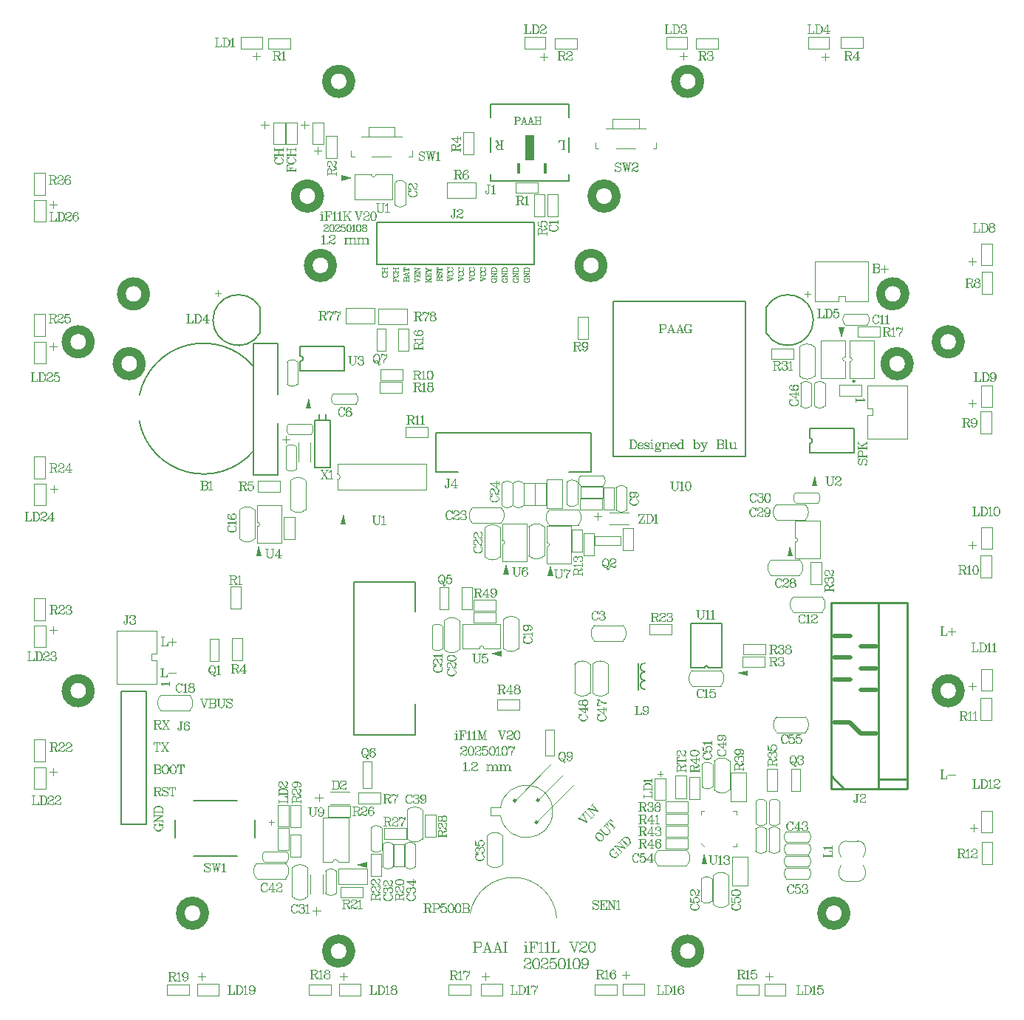
<source format=gto>
G04*
G04 #@! TF.GenerationSoftware,Altium Limited,Altium Designer,24.5.2 (23)*
G04*
G04 Layer_Color=65535*
%FSLAX44Y44*%
%MOMM*%
G71*
G04*
G04 #@! TF.SameCoordinates,EBE0DA84-5026-4A79-9117-03B61D32DCC8*
G04*
G04*
G04 #@! TF.FilePolarity,Positive*
G04*
G01*
G75*
%ADD10R,0.3000X1.1500*%
%ADD23C,0.5000*%
%ADD26C,1.0000*%
%ADD55C,0.2000*%
%ADD78C,0.1000*%
%ADD79R,1.0000X3.0000*%
%ADD80C,0.1270*%
%ADD81C,0.1200*%
%ADD82C,0.2540*%
G36*
X383396Y955192D02*
X370730Y952169D01*
Y958519D01*
X383396Y955192D01*
D02*
G37*
G36*
X943813Y771251D02*
X940790Y783917D01*
X947140D01*
X943813Y771251D01*
D02*
G37*
G36*
X336238Y691001D02*
X329888D01*
X333215Y703667D01*
X336238Y691001D01*
D02*
G37*
G36*
X916238Y602501D02*
X909888D01*
X913215Y615167D01*
X916238Y602501D01*
D02*
G37*
G36*
X375727Y558084D02*
X369377D01*
X372704Y570750D01*
X375727Y558084D01*
D02*
G37*
G36*
X279140Y522167D02*
X272790D01*
X276117Y534833D01*
X279140Y522167D01*
D02*
G37*
G36*
X887902Y521334D02*
X881552D01*
X884879Y534000D01*
X887902Y521334D01*
D02*
G37*
G36*
X562727Y500834D02*
X556377D01*
X559704Y513500D01*
X562727Y500834D01*
D02*
G37*
G36*
X613429Y498936D02*
X607079D01*
X610406Y511602D01*
X613429Y498936D01*
D02*
G37*
G36*
X554215Y406992D02*
X541549Y410319D01*
X554215Y413342D01*
Y406992D01*
D02*
G37*
G36*
X836048Y384504D02*
X823382Y387830D01*
X836048Y390854D01*
Y384504D01*
D02*
G37*
G36*
X789727Y168334D02*
X783377D01*
X786704Y181000D01*
X789727Y168334D01*
D02*
G37*
G36*
X400131Y164840D02*
X387465Y168167D01*
X400131Y171190D01*
Y164840D01*
D02*
G37*
D10*
X574130Y966009D02*
D03*
X604130D02*
D03*
D23*
X935695Y380657D02*
X953868D01*
X935695Y405657D02*
X953868D01*
X935695Y430657D02*
X953868D01*
X965382Y418157D02*
X983555D01*
X965382Y393157D02*
X983555D01*
X935295Y330857D02*
X952682D01*
X965382Y318157D01*
X983555D01*
X965382Y368157D02*
X983555D01*
D26*
X345620Y935191D02*
G03*
X345635Y934545I-13985J-645D01*
G01*
X685617Y935159D02*
G03*
X685632Y934514I-13985J-645D01*
G01*
X360585Y855659D02*
G03*
X360600Y855014I-13985J-645D01*
G01*
X670652Y855659D02*
G03*
X670667Y855014I-13985J-645D01*
G01*
X83017Y368145D02*
G03*
X83032Y367500I-13985J-645D01*
G01*
X82985Y768146D02*
G03*
X83000Y767500I-13985J-645D01*
G01*
X381517Y1066646D02*
G03*
X381532Y1066000I-13985J-645D01*
G01*
X781485Y1066646D02*
G03*
X781500Y1066000I-13985J-645D01*
G01*
X1080017Y768146D02*
G03*
X1080032Y767500I-13985J-645D01*
G01*
X1079985Y368145D02*
G03*
X1080000Y367500I-13985J-645D01*
G01*
X781485Y69646D02*
G03*
X781500Y69000I-13985J-645D01*
G01*
X381485Y69646D02*
G03*
X381500Y69000I-13985J-645D01*
G01*
X1016450Y823062D02*
G03*
X1016465Y822417I-13985J-645D01*
G01*
X948950Y113062D02*
G03*
X948965Y112417I-13985J-645D01*
G01*
X213950Y113062D02*
G03*
X213965Y112417I-13985J-645D01*
G01*
X1021450Y743062D02*
G03*
X1021465Y742417I-13985J-645D01*
G01*
X141450Y743062D02*
G03*
X141465Y742417I-13985J-645D01*
G01*
X146450Y823062D02*
G03*
X146465Y822417I-13985J-645D01*
G01*
D55*
X411478Y856284D02*
Y904544D01*
Y856284D02*
X591818D01*
Y904544D01*
X411478D02*
X591818D01*
X857598Y777497D02*
G03*
X857598Y807337I24867J14920D01*
G01*
X277332D02*
G03*
X277332Y777497I-24867J-14920D01*
G01*
X790965Y394167D02*
G03*
X786965Y394167I-2000J0D01*
G01*
X269663Y739568D02*
G03*
X139213Y706410I-57070J-48662D01*
G01*
X138896Y676987D02*
G03*
X269663Y642244I73697J13919D01*
G01*
X713195Y374007D02*
G03*
X718275Y368927I5080J0D01*
G01*
Y379087D02*
G03*
X713195Y374007I0J-5080D01*
G01*
Y384167D02*
G03*
X718275Y379087I5080J0D01*
G01*
Y389247D02*
G03*
X713195Y384167I0J-5080D01*
G01*
Y394327D02*
G03*
X718275Y389247I5080J0D01*
G01*
Y399407D02*
G03*
X713195Y394327I0J-5080D01*
G01*
X907139Y650804D02*
G03*
X907139Y657153I0J3175D01*
G01*
X323579Y745068D02*
G03*
X323579Y751418I0J3175D01*
G01*
X682275Y813997D02*
X833405D01*
X682275Y636197D02*
Y813997D01*
Y636197D02*
X833405Y636197D01*
Y813997D01*
X857598Y777497D02*
Y807337D01*
X277332Y777497D02*
Y807337D01*
X806745Y394167D02*
Y444967D01*
X771185D02*
X806745D01*
X771185Y394167D02*
Y444967D01*
X791245Y394167D02*
X806745D01*
X770965D02*
X786965D01*
X180495Y199417D02*
Y219417D01*
X201215Y241167D02*
X251215D01*
X271935Y199417D02*
Y219417D01*
X201215Y177667D02*
X251215D01*
X479065Y618547D02*
Y662997D01*
X656865Y618547D02*
Y662997D01*
X479065D02*
X656865D01*
X631465Y618547D02*
X656865D01*
X479065D02*
X504465D01*
X385195Y492538D02*
X455045D01*
Y458248D02*
Y492538D01*
X385195Y317278D02*
Y492538D01*
Y317278D02*
X455045D01*
Y352838D01*
X269663Y765836D02*
X297603D01*
X269663Y614706D02*
X297603D01*
X269663D02*
Y765836D01*
X297603Y707416D02*
Y765836D01*
Y614706D02*
Y674396D01*
X710655Y368927D02*
Y399407D01*
X907139Y640008D02*
Y650804D01*
Y657153D02*
Y667949D01*
X957939D01*
Y640008D02*
Y667949D01*
X907139Y640008D02*
X957939D01*
X118655Y214017D02*
Y366417D01*
Y214017D02*
X146655D01*
Y366417D01*
X118655D02*
X146655D01*
X323579Y734273D02*
Y745068D01*
Y751418D02*
Y762213D01*
X374379D01*
Y734273D02*
Y762213D01*
X323579Y734273D02*
X374379D01*
X345465Y677667D02*
Y684667D01*
X352465Y677667D02*
Y684667D01*
X339965Y677667D02*
X357965D01*
X339965Y623667D02*
Y677667D01*
Y623667D02*
X357965D01*
Y677667D01*
D78*
X431888Y924508D02*
G03*
X444080Y924508I6096J6096D01*
G01*
Y949908D02*
G03*
X431888Y949908I-6096J-6096D01*
G01*
X405020Y959154D02*
G03*
X409770Y959154I2375J-565D01*
G01*
X431888Y924508D02*
Y949908D01*
X444080Y924508D02*
Y949908D01*
X509912Y982154D02*
Y1007554D01*
Y982154D02*
X522104D01*
Y1007554D01*
X509912D02*
X522104D01*
X428632Y856424D02*
X429648D01*
X405684Y979639D02*
X427684D01*
X393684Y1002639D02*
X439684D01*
X431684Y1003149D02*
Y1013309D01*
X401684D02*
X431684D01*
X401684Y1002639D02*
Y1013309D01*
X381684Y979639D02*
X385684D01*
X381684D02*
Y986989D01*
X447684Y979639D02*
X451684D01*
X451684D02*
Y986989D01*
X606432Y911034D02*
X618624D01*
X606432D02*
Y936434D01*
X618624D01*
Y911034D02*
Y936434D01*
X596018Y937958D02*
Y950150D01*
X570618Y937958D02*
X596018D01*
X570618D02*
Y950150D01*
X596018D01*
X353204Y1003604D02*
X365396D01*
Y978204D02*
Y1003604D01*
X353204Y978204D02*
X365396D01*
X353204D02*
Y1003604D01*
X591192Y911034D02*
X603384D01*
X591192D02*
Y936434D01*
X603384D01*
Y911034D02*
Y936434D01*
X685572Y988902D02*
X707572D01*
X673572Y1011902D02*
X719572D01*
X711572Y1012412D02*
Y1022572D01*
X681572D02*
X711572D01*
X681572Y1011902D02*
Y1022572D01*
X661572Y988902D02*
X665572D01*
X661572D02*
Y996252D01*
X727572Y988902D02*
X731572D01*
X731572D02*
Y996252D01*
X409770Y959154D02*
X429150D01*
X385970D02*
X405020D01*
X429150Y930934D02*
Y959154D01*
X385970Y930934D02*
X429150D01*
X385970D02*
Y959154D01*
X292974Y993952D02*
Y1018336D01*
Y993952D02*
X306182D01*
Y1018336D01*
X292974D02*
X306182D01*
X306974Y993952D02*
Y1018336D01*
Y993952D02*
X320182D01*
Y1018336D01*
X306974D02*
X320182D01*
X491878Y932624D02*
Y950404D01*
Y932624D02*
X524898D01*
Y950404D01*
X491878D02*
X524898D01*
X337456Y993952D02*
Y1018336D01*
Y993952D02*
X350664D01*
Y1018336D01*
X337456D02*
X350664D01*
X625202Y988636D02*
Y998634D01*
X624726Y988636D02*
Y998634D01*
X626630Y988636D02*
X623297D01*
X626630Y998634D02*
X619489D01*
Y995777D01*
X619965Y998634D01*
X554202Y988636D02*
Y998634D01*
X553726Y988636D02*
Y998634D01*
X555630Y988636D02*
X549917D01*
X548489Y989112D01*
X548013Y989588D01*
X547537Y990540D01*
Y991492D01*
X548013Y992445D01*
X548489Y992921D01*
X549917Y993397D01*
X553726D01*
X549917Y988636D02*
X548965Y989112D01*
X548489Y989588D01*
X548013Y990540D01*
Y991492D01*
X548489Y992445D01*
X548965Y992921D01*
X549917Y993397D01*
X555630Y998634D02*
X552297D01*
X551345Y993397D02*
X550393Y993873D01*
X549917Y994349D01*
X548489Y997682D01*
X548013Y998158D01*
X547537D01*
X547061Y997682D01*
X550393Y993873D02*
X549917Y994825D01*
X548965Y998158D01*
X548489Y998634D01*
X547537D01*
X547061Y997682D01*
Y997205D01*
X467024Y836551D02*
X473023D01*
X467024Y836836D02*
X473023D01*
X467024Y840550D02*
X470738Y836836D01*
X469595Y838264D02*
X473023Y840550D01*
X469595Y837979D02*
X473023Y840264D01*
X467024Y835694D02*
Y837693D01*
Y839407D02*
Y841121D01*
X473023Y835694D02*
Y837693D01*
Y839407D02*
Y841121D01*
X467024Y842721D02*
X473023D01*
X467024Y843006D02*
X473023D01*
X468738Y844720D02*
X471023D01*
X467024Y841864D02*
Y846434D01*
X468738D01*
X467024Y846149D01*
X469881Y843006D02*
Y844720D01*
X473023Y841864D02*
Y846434D01*
X471309D01*
X473023Y846149D01*
X467024Y847834D02*
X470166Y849833D01*
X473023D01*
X467024Y848120D02*
X470166Y850119D01*
X473023D01*
X467024Y852119D02*
X470166Y850119D01*
X467024Y847262D02*
Y848977D01*
Y850976D02*
Y852690D01*
X473023Y848977D02*
Y850976D01*
X580488Y839750D02*
X581345Y840035D01*
X579631D01*
X580488Y839750D01*
X579917Y839179D01*
X579631Y838322D01*
Y837750D01*
X579917Y836893D01*
X580488Y836322D01*
X581059Y836036D01*
X581916Y835751D01*
X583345D01*
X584202Y836036D01*
X584773Y836322D01*
X585344Y836893D01*
X585630Y837750D01*
Y838322D01*
X585344Y839179D01*
X584773Y839750D01*
X579631Y837750D02*
X579917Y837179D01*
X580488Y836608D01*
X581059Y836322D01*
X581916Y836036D01*
X583345D01*
X584202Y836322D01*
X584773Y836608D01*
X585344Y837179D01*
X585630Y837750D01*
X583345Y839750D02*
X585630D01*
X583345Y840035D02*
X585630D01*
X583345Y838893D02*
Y840892D01*
X579631Y842521D02*
X585630D01*
X579631Y842806D02*
X585059Y846234D01*
X580202Y842806D02*
X585630Y846234D01*
X579631D02*
X585630D01*
X579631Y841664D02*
Y842806D01*
Y845377D02*
Y847091D01*
X585630Y841664D02*
Y843378D01*
X579631Y848691D02*
X585630D01*
X579631Y848977D02*
X585630D01*
X579631Y847834D02*
Y850690D01*
X579917Y851547D01*
X580488Y852119D01*
X581059Y852404D01*
X581916Y852690D01*
X583345D01*
X584202Y852404D01*
X584773Y852119D01*
X585344Y851547D01*
X585630Y850690D01*
Y847834D01*
X579631Y850690D02*
X579917Y851262D01*
X580488Y851833D01*
X581059Y852119D01*
X581916Y852404D01*
X583345D01*
X584202Y852119D01*
X584773Y851833D01*
X585344Y851262D01*
X585630Y850690D01*
X567976Y839750D02*
X568833Y840035D01*
X567119D01*
X567976Y839750D01*
X567405Y839179D01*
X567119Y838322D01*
Y837750D01*
X567405Y836893D01*
X567976Y836322D01*
X568548Y836036D01*
X569404Y835751D01*
X570833D01*
X571690Y836036D01*
X572261Y836322D01*
X572832Y836893D01*
X573118Y837750D01*
Y838322D01*
X572832Y839179D01*
X572261Y839750D01*
X567119Y837750D02*
X567405Y837179D01*
X567976Y836608D01*
X568548Y836322D01*
X569404Y836036D01*
X570833D01*
X571690Y836322D01*
X572261Y836608D01*
X572832Y837179D01*
X573118Y837750D01*
X570833Y839750D02*
X573118D01*
X570833Y840035D02*
X573118D01*
X570833Y838893D02*
Y840892D01*
X567119Y842521D02*
X573118D01*
X567119Y842806D02*
X572547Y846234D01*
X567691Y842806D02*
X573118Y846234D01*
X567119D02*
X573118D01*
X567119Y841664D02*
Y842806D01*
Y845377D02*
Y847091D01*
X573118Y841664D02*
Y843378D01*
X567119Y848691D02*
X573118D01*
X567119Y848977D02*
X573118D01*
X567119Y847834D02*
Y850690D01*
X567405Y851547D01*
X567976Y852119D01*
X568548Y852404D01*
X569404Y852690D01*
X570833D01*
X571690Y852404D01*
X572261Y852119D01*
X572832Y851547D01*
X573118Y850690D01*
Y847834D01*
X567119Y850690D02*
X567405Y851262D01*
X567976Y851833D01*
X568548Y852119D01*
X569404Y852404D01*
X570833D01*
X571690Y852119D01*
X572261Y851833D01*
X572832Y851262D01*
X573118Y850690D01*
X555464Y839750D02*
X556321Y840035D01*
X554607D01*
X555464Y839750D01*
X554893Y839179D01*
X554607Y838322D01*
Y837750D01*
X554893Y836893D01*
X555464Y836322D01*
X556036Y836036D01*
X556893Y835751D01*
X558321D01*
X559178Y836036D01*
X559749Y836322D01*
X560320Y836893D01*
X560606Y837750D01*
Y838322D01*
X560320Y839179D01*
X559749Y839750D01*
X554607Y837750D02*
X554893Y837179D01*
X555464Y836608D01*
X556036Y836322D01*
X556893Y836036D01*
X558321D01*
X559178Y836322D01*
X559749Y836608D01*
X560320Y837179D01*
X560606Y837750D01*
X558321Y839750D02*
X560606D01*
X558321Y840035D02*
X560606D01*
X558321Y838893D02*
Y840892D01*
X554607Y842521D02*
X560606D01*
X554607Y842806D02*
X560035Y846234D01*
X555179Y842806D02*
X560606Y846234D01*
X554607D02*
X560606D01*
X554607Y841664D02*
Y842806D01*
Y845377D02*
Y847091D01*
X560606Y841664D02*
Y843378D01*
X554607Y848691D02*
X560606D01*
X554607Y848977D02*
X560606D01*
X554607Y847834D02*
Y850690D01*
X554893Y851547D01*
X555464Y852119D01*
X556036Y852404D01*
X556893Y852690D01*
X558321D01*
X559178Y852404D01*
X559749Y852119D01*
X560320Y851547D01*
X560606Y850690D01*
Y847834D01*
X554607Y850690D02*
X554893Y851262D01*
X555464Y851833D01*
X556036Y852119D01*
X556893Y852404D01*
X558321D01*
X559178Y852119D01*
X559749Y851833D01*
X560320Y851262D01*
X560606Y850690D01*
X386652Y916812D02*
X389985Y906814D01*
X387128Y916812D02*
X389985Y908242D01*
X393317Y916812D02*
X389985Y906814D01*
X385700Y916812D02*
X388557D01*
X391413D02*
X394270D01*
X396031Y914907D02*
X396507Y914431D01*
X396031Y913955D01*
X395555Y914431D01*
Y914907D01*
X396031Y915859D01*
X396507Y916335D01*
X397936Y916812D01*
X399840D01*
X401268Y916335D01*
X401744Y915859D01*
X402220Y914907D01*
Y913955D01*
X401744Y913003D01*
X400316Y912051D01*
X397936Y911098D01*
X396983Y910622D01*
X396031Y909670D01*
X395555Y908242D01*
Y906814D01*
X399840Y916812D02*
X400792Y916335D01*
X401268Y915859D01*
X401744Y914907D01*
Y913955D01*
X401268Y913003D01*
X399840Y912051D01*
X397936Y911098D01*
X395555Y907766D02*
X396031Y908242D01*
X396983D01*
X399364Y907290D01*
X400792D01*
X401744Y907766D01*
X402220Y908242D01*
Y909194D01*
X396983Y908242D02*
X399364Y906814D01*
X401268D01*
X401744Y907290D01*
X402220Y908242D01*
X406553Y916812D02*
X405125Y916335D01*
X404172Y914907D01*
X403696Y912527D01*
Y911098D01*
X404172Y908718D01*
X405125Y907290D01*
X406553Y906814D01*
X407505D01*
X408933Y907290D01*
X409885Y908718D01*
X410362Y911098D01*
Y912527D01*
X409885Y914907D01*
X408933Y916335D01*
X407505Y916812D01*
X406553D01*
X405601Y916335D01*
X405125Y915859D01*
X404648Y914907D01*
X404172Y912527D01*
Y911098D01*
X404648Y908718D01*
X405125Y907766D01*
X405601Y907290D01*
X406553Y906814D01*
X407505D02*
X408457Y907290D01*
X408933Y907766D01*
X409409Y908718D01*
X409885Y911098D01*
Y912527D01*
X409409Y914907D01*
X408933Y915859D01*
X408457Y916335D01*
X407505Y916812D01*
X347600Y888237D02*
X348552Y888713D01*
X349981Y890142D01*
Y880144D01*
X349504Y889665D02*
Y880144D01*
X347600D02*
X351885D01*
X354075Y881096D02*
X353599Y880620D01*
X354075Y880144D01*
X354551Y880620D01*
X354075Y881096D01*
X357074Y888237D02*
X357550Y887761D01*
X357074Y887285D01*
X356598Y887761D01*
Y888237D01*
X357074Y889189D01*
X357550Y889665D01*
X358979Y890142D01*
X360883D01*
X362311Y889665D01*
X362787Y889189D01*
X363263Y888237D01*
Y887285D01*
X362787Y886333D01*
X361359Y885381D01*
X358979Y884428D01*
X358026Y883952D01*
X357074Y883000D01*
X356598Y881572D01*
Y880144D01*
X360883Y890142D02*
X361835Y889665D01*
X362311Y889189D01*
X362787Y888237D01*
Y887285D01*
X362311Y886333D01*
X360883Y885381D01*
X358979Y884428D01*
X356598Y881096D02*
X357074Y881572D01*
X358026D01*
X360407Y880620D01*
X361835D01*
X362787Y881096D01*
X363263Y881572D01*
Y882524D01*
X358026Y881572D02*
X360407Y880144D01*
X362311D01*
X362787Y880620D01*
X363263Y881572D01*
X375166Y886809D02*
Y880144D01*
X375642Y886809D02*
Y880144D01*
Y885381D02*
X376594Y886333D01*
X378022Y886809D01*
X378974D01*
X380403Y886333D01*
X380879Y885381D01*
Y880144D01*
X378974Y886809D02*
X379926Y886333D01*
X380403Y885381D01*
Y880144D01*
X380879Y885381D02*
X381831Y886333D01*
X383259Y886809D01*
X384211D01*
X385639Y886333D01*
X386116Y885381D01*
Y880144D01*
X384211Y886809D02*
X385163Y886333D01*
X385639Y885381D01*
Y880144D01*
X373737Y886809D02*
X375642D01*
X373737Y880144D02*
X377070D01*
X378974D02*
X382307D01*
X384211D02*
X387544D01*
X389734Y886809D02*
Y880144D01*
X390210Y886809D02*
Y880144D01*
Y885381D02*
X391162Y886333D01*
X392590Y886809D01*
X393543D01*
X394971Y886333D01*
X395447Y885381D01*
Y880144D01*
X393543Y886809D02*
X394495Y886333D01*
X394971Y885381D01*
Y880144D01*
X395447Y885381D02*
X396399Y886333D01*
X397827Y886809D01*
X398780D01*
X400208Y886333D01*
X400684Y885381D01*
Y880144D01*
X398780Y886809D02*
X399732Y886333D01*
X400208Y885381D01*
Y880144D01*
X388306Y886809D02*
X390210D01*
X388306Y880144D02*
X391638D01*
X393543D02*
X396875D01*
X398780D02*
X402112D01*
X350521Y900588D02*
X350902Y900208D01*
X350521Y899827D01*
X350140Y900208D01*
Y900588D01*
X350521Y901350D01*
X350902Y901731D01*
X352044Y902112D01*
X353568D01*
X354711Y901731D01*
X355091Y901350D01*
X355472Y900588D01*
Y899827D01*
X355091Y899065D01*
X353949Y898303D01*
X352044Y897542D01*
X351283Y897161D01*
X350521Y896399D01*
X350140Y895256D01*
Y894114D01*
X353568Y902112D02*
X354330Y901731D01*
X354711Y901350D01*
X355091Y900588D01*
Y899827D01*
X354711Y899065D01*
X353568Y898303D01*
X352044Y897542D01*
X350140Y894875D02*
X350521Y895256D01*
X351283D01*
X353187Y894494D01*
X354330D01*
X355091Y894875D01*
X355472Y895256D01*
Y896018D01*
X351283Y895256D02*
X353187Y894114D01*
X354711D01*
X355091Y894494D01*
X355472Y895256D01*
X358938Y902112D02*
X357796Y901731D01*
X357034Y900588D01*
X356653Y898684D01*
Y897542D01*
X357034Y895637D01*
X357796Y894494D01*
X358938Y894114D01*
X359700D01*
X360843Y894494D01*
X361604Y895637D01*
X361985Y897542D01*
Y898684D01*
X361604Y900588D01*
X360843Y901731D01*
X359700Y902112D01*
X358938D01*
X358176Y901731D01*
X357796Y901350D01*
X357415Y900588D01*
X357034Y898684D01*
Y897542D01*
X357415Y895637D01*
X357796Y894875D01*
X358176Y894494D01*
X358938Y894114D01*
X359700D02*
X360462Y894494D01*
X360843Y894875D01*
X361223Y895637D01*
X361604Y897542D01*
Y898684D01*
X361223Y900588D01*
X360843Y901350D01*
X360462Y901731D01*
X359700Y902112D01*
X363547Y900588D02*
X363928Y900208D01*
X363547Y899827D01*
X363166Y900208D01*
Y900588D01*
X363547Y901350D01*
X363928Y901731D01*
X365070Y902112D01*
X366594D01*
X367736Y901731D01*
X368117Y901350D01*
X368498Y900588D01*
Y899827D01*
X368117Y899065D01*
X366975Y898303D01*
X365070Y897542D01*
X364309Y897161D01*
X363547Y896399D01*
X363166Y895256D01*
Y894114D01*
X366594Y902112D02*
X367355Y901731D01*
X367736Y901350D01*
X368117Y900588D01*
Y899827D01*
X367736Y899065D01*
X366594Y898303D01*
X365070Y897542D01*
X363166Y894875D02*
X363547Y895256D01*
X364309D01*
X366213Y894494D01*
X367355D01*
X368117Y894875D01*
X368498Y895256D01*
Y896018D01*
X364309Y895256D02*
X366213Y894114D01*
X367736D01*
X368117Y894494D01*
X368498Y895256D01*
X370440Y902112D02*
X369679Y898303D01*
X370440Y899065D01*
X371583Y899446D01*
X372726D01*
X373868Y899065D01*
X374630Y898303D01*
X375011Y897161D01*
Y896399D01*
X374630Y895256D01*
X373868Y894494D01*
X372726Y894114D01*
X371583D01*
X370440Y894494D01*
X370060Y894875D01*
X369679Y895637D01*
Y896018D01*
X370060Y896399D01*
X370440Y896018D01*
X370060Y895637D01*
X372726Y899446D02*
X373487Y899065D01*
X374249Y898303D01*
X374630Y897161D01*
Y896399D01*
X374249Y895256D01*
X373487Y894494D01*
X372726Y894114D01*
X370440Y902112D02*
X374249D01*
X370440Y901731D02*
X372345D01*
X374249Y902112D01*
X378477D02*
X377334Y901731D01*
X376572Y900588D01*
X376192Y898684D01*
Y897542D01*
X376572Y895637D01*
X377334Y894494D01*
X378477Y894114D01*
X379239D01*
X380381Y894494D01*
X381143Y895637D01*
X381524Y897542D01*
Y898684D01*
X381143Y900588D01*
X380381Y901731D01*
X379239Y902112D01*
X378477D01*
X377715Y901731D01*
X377334Y901350D01*
X376953Y900588D01*
X376572Y898684D01*
Y897542D01*
X376953Y895637D01*
X377334Y894875D01*
X377715Y894494D01*
X378477Y894114D01*
X379239D02*
X380000Y894494D01*
X380381Y894875D01*
X380762Y895637D01*
X381143Y897542D01*
Y898684D01*
X380762Y900588D01*
X380381Y901350D01*
X380000Y901731D01*
X379239Y902112D01*
X382705Y900588D02*
X383466Y900969D01*
X384609Y902112D01*
Y894114D01*
X384228Y901731D02*
Y894114D01*
X382705D02*
X386132D01*
X389789Y902112D02*
X388646Y901731D01*
X387884Y900588D01*
X387504Y898684D01*
Y897542D01*
X387884Y895637D01*
X388646Y894494D01*
X389789Y894114D01*
X390550D01*
X391693Y894494D01*
X392455Y895637D01*
X392836Y897542D01*
Y898684D01*
X392455Y900588D01*
X391693Y901731D01*
X390550Y902112D01*
X389789D01*
X389027Y901731D01*
X388646Y901350D01*
X388265Y900588D01*
X387884Y898684D01*
Y897542D01*
X388265Y895637D01*
X388646Y894875D01*
X389027Y894494D01*
X389789Y894114D01*
X390550D02*
X391312Y894494D01*
X391693Y894875D01*
X392074Y895637D01*
X392455Y897542D01*
Y898684D01*
X392074Y900588D01*
X391693Y901350D01*
X391312Y901731D01*
X390550Y902112D01*
X395921D02*
X394778Y901731D01*
X394397Y900969D01*
Y899827D01*
X394778Y899065D01*
X395921Y898684D01*
X397444D01*
X398587Y899065D01*
X398968Y899827D01*
Y900969D01*
X398587Y901731D01*
X397444Y902112D01*
X395921D01*
X395159Y901731D01*
X394778Y900969D01*
Y899827D01*
X395159Y899065D01*
X395921Y898684D01*
X397444D02*
X398206Y899065D01*
X398587Y899827D01*
Y900969D01*
X398206Y901731D01*
X397444Y902112D01*
X395921Y898684D02*
X394778Y898303D01*
X394397Y897922D01*
X394016Y897161D01*
Y895637D01*
X394397Y894875D01*
X394778Y894494D01*
X395921Y894114D01*
X397444D01*
X398587Y894494D01*
X398968Y894875D01*
X399349Y895637D01*
Y897161D01*
X398968Y897922D01*
X398587Y898303D01*
X397444Y898684D01*
X395921D02*
X395159Y898303D01*
X394778Y897922D01*
X394397Y897161D01*
Y895637D01*
X394778Y894875D01*
X395159Y894494D01*
X395921Y894114D01*
X397444D02*
X398206Y894494D01*
X398587Y894875D01*
X398968Y895637D01*
Y897161D01*
X398587Y897922D01*
X398206Y898303D01*
X397444Y898684D01*
X278610Y1016508D02*
X287180D01*
X282895Y1012224D02*
Y1020793D01*
X324330Y1016508D02*
X332900D01*
X328615Y1012224D02*
Y1020793D01*
X339231Y986700D02*
X347800D01*
X343515Y982415D02*
Y990985D01*
X307662Y964122D02*
X317660D01*
X307662Y964598D02*
X317660D01*
X310519Y967455D02*
X314327D01*
X307662Y962694D02*
Y970311D01*
X310519D01*
X307662Y969835D01*
X312423Y964598D02*
Y967455D01*
X317660Y962694D02*
Y966026D01*
X309090Y978357D02*
X310519Y978833D01*
X307662D01*
X309090Y978357D01*
X308138Y977405D01*
X307662Y975976D01*
Y975024D01*
X308138Y973596D01*
X309090Y972644D01*
X310043Y972168D01*
X311471Y971692D01*
X313851D01*
X315280Y972168D01*
X316232Y972644D01*
X317184Y973596D01*
X317660Y975024D01*
Y975976D01*
X317184Y977405D01*
X316232Y978357D01*
X315280Y978833D01*
X307662Y975024D02*
X308138Y974072D01*
X309090Y973120D01*
X310043Y972644D01*
X311471Y972168D01*
X313851D01*
X315280Y972644D01*
X316232Y973120D01*
X317184Y974072D01*
X317660Y975024D01*
X307662Y981690D02*
X317660D01*
X307662Y982166D02*
X317660D01*
X307662Y987879D02*
X317660D01*
X307662Y988355D02*
X317660D01*
X307662Y980261D02*
Y983594D01*
Y986451D02*
Y989783D01*
X312423Y982166D02*
Y987879D01*
X317660Y980261D02*
Y983594D01*
Y986451D02*
Y989783D01*
X295121Y978249D02*
X296549Y978725D01*
X293692D01*
X295121Y978249D01*
X294168Y977297D01*
X293692Y975868D01*
Y974916D01*
X294168Y973488D01*
X295121Y972536D01*
X296073Y972060D01*
X297501Y971584D01*
X299881D01*
X301310Y972060D01*
X302262Y972536D01*
X303214Y973488D01*
X303690Y974916D01*
Y975868D01*
X303214Y977297D01*
X302262Y978249D01*
X301310Y978725D01*
X293692Y974916D02*
X294168Y973964D01*
X295121Y973012D01*
X296073Y972536D01*
X297501Y972060D01*
X299881D01*
X301310Y972536D01*
X302262Y973012D01*
X303214Y973964D01*
X303690Y974916D01*
X293692Y981581D02*
X303690D01*
X293692Y982058D02*
X303690D01*
X293692Y987771D02*
X303690D01*
X293692Y988247D02*
X303690D01*
X293692Y980153D02*
Y983486D01*
Y986342D02*
Y989675D01*
X298453Y982058D02*
Y987771D01*
X303690Y980153D02*
Y983486D01*
Y986342D02*
Y989675D01*
X542952Y839750D02*
X543809Y840035D01*
X542095D01*
X542952Y839750D01*
X542381Y839179D01*
X542095Y838322D01*
Y837750D01*
X542381Y836893D01*
X542952Y836322D01*
X543524Y836036D01*
X544381Y835751D01*
X545809D01*
X546666Y836036D01*
X547237Y836322D01*
X547808Y836893D01*
X548094Y837750D01*
Y838322D01*
X547808Y839179D01*
X547237Y839750D01*
X542095Y837750D02*
X542381Y837179D01*
X542952Y836608D01*
X543524Y836322D01*
X544381Y836036D01*
X545809D01*
X546666Y836322D01*
X547237Y836608D01*
X547808Y837179D01*
X548094Y837750D01*
X545809Y839750D02*
X548094D01*
X545809Y840035D02*
X548094D01*
X545809Y838893D02*
Y840892D01*
X542095Y842521D02*
X548094D01*
X542095Y842806D02*
X547523Y846234D01*
X542667Y842806D02*
X548094Y846234D01*
X542095D02*
X548094D01*
X542095Y841664D02*
Y842806D01*
Y845377D02*
Y847091D01*
X548094Y841664D02*
Y843378D01*
X542095Y848691D02*
X548094D01*
X542095Y848977D02*
X548094D01*
X542095Y847834D02*
Y850690D01*
X542381Y851547D01*
X542952Y852119D01*
X543524Y852404D01*
X544381Y852690D01*
X545809D01*
X546666Y852404D01*
X547237Y852119D01*
X547808Y851547D01*
X548094Y850690D01*
Y847834D01*
X542095Y850690D02*
X542381Y851262D01*
X542952Y851833D01*
X543524Y852119D01*
X544381Y852404D01*
X545809D01*
X546666Y852119D01*
X547237Y851833D01*
X547808Y851262D01*
X548094Y850690D01*
X529584Y837922D02*
X535582Y839921D01*
X529584Y838207D02*
X534725Y839921D01*
X529584Y841921D02*
X535582Y839921D01*
X529584Y837350D02*
Y839064D01*
Y840778D02*
Y842492D01*
X530440Y847262D02*
X531297Y847548D01*
X529584D01*
X530440Y847262D01*
X529869Y846691D01*
X529584Y845834D01*
Y845263D01*
X529869Y844406D01*
X530440Y843835D01*
X531012Y843549D01*
X531869Y843263D01*
X533297D01*
X534154Y843549D01*
X534725Y843835D01*
X535297Y844406D01*
X535582Y845263D01*
Y845834D01*
X535297Y846691D01*
X534725Y847262D01*
X534154Y847548D01*
X529584Y845263D02*
X529869Y844692D01*
X530440Y844120D01*
X531012Y843835D01*
X531869Y843549D01*
X533297D01*
X534154Y843835D01*
X534725Y844120D01*
X535297Y844692D01*
X535582Y845263D01*
X530440Y852404D02*
X531297Y852690D01*
X529584D01*
X530440Y852404D01*
X529869Y851833D01*
X529584Y850976D01*
Y850405D01*
X529869Y849548D01*
X530440Y848977D01*
X531012Y848691D01*
X531869Y848405D01*
X533297D01*
X534154Y848691D01*
X534725Y848977D01*
X535297Y849548D01*
X535582Y850405D01*
Y850976D01*
X535297Y851833D01*
X534725Y852404D01*
X534154Y852690D01*
X529584Y850405D02*
X529869Y849833D01*
X530440Y849262D01*
X531012Y848977D01*
X531869Y848691D01*
X533297D01*
X534154Y848977D01*
X534725Y849262D01*
X535297Y849833D01*
X535582Y850405D01*
X517072Y837922D02*
X523070Y839921D01*
X517072Y838207D02*
X522213Y839921D01*
X517072Y841921D02*
X523070Y839921D01*
X517072Y837350D02*
Y839064D01*
Y840778D02*
Y842492D01*
X517929Y847262D02*
X518786Y847548D01*
X517072D01*
X517929Y847262D01*
X517357Y846691D01*
X517072Y845834D01*
Y845263D01*
X517357Y844406D01*
X517929Y843835D01*
X518500Y843549D01*
X519357Y843263D01*
X520785D01*
X521642Y843549D01*
X522213Y843835D01*
X522785Y844406D01*
X523070Y845263D01*
Y845834D01*
X522785Y846691D01*
X522213Y847262D01*
X521642Y847548D01*
X517072Y845263D02*
X517357Y844692D01*
X517929Y844120D01*
X518500Y843835D01*
X519357Y843549D01*
X520785D01*
X521642Y843835D01*
X522213Y844120D01*
X522785Y844692D01*
X523070Y845263D01*
X517929Y852404D02*
X518786Y852690D01*
X517072D01*
X517929Y852404D01*
X517357Y851833D01*
X517072Y850976D01*
Y850405D01*
X517357Y849548D01*
X517929Y848977D01*
X518500Y848691D01*
X519357Y848405D01*
X520785D01*
X521642Y848691D01*
X522213Y848977D01*
X522785Y849548D01*
X523070Y850405D01*
Y850976D01*
X522785Y851833D01*
X522213Y852404D01*
X521642Y852690D01*
X517072Y850405D02*
X517357Y849833D01*
X517929Y849262D01*
X518500Y848977D01*
X519357Y848691D01*
X520785D01*
X521642Y848977D01*
X522213Y849262D01*
X522785Y849833D01*
X523070Y850405D01*
X504560Y837922D02*
X510559Y839921D01*
X504560Y838207D02*
X509701Y839921D01*
X504560Y841921D02*
X510559Y839921D01*
X504560Y837350D02*
Y839064D01*
Y840778D02*
Y842492D01*
X505417Y847262D02*
X506274Y847548D01*
X504560D01*
X505417Y847262D01*
X504845Y846691D01*
X504560Y845834D01*
Y845263D01*
X504845Y844406D01*
X505417Y843835D01*
X505988Y843549D01*
X506845Y843263D01*
X508273D01*
X509130Y843549D01*
X509701Y843835D01*
X510273Y844406D01*
X510559Y845263D01*
Y845834D01*
X510273Y846691D01*
X509701Y847262D01*
X509130Y847548D01*
X504560Y845263D02*
X504845Y844692D01*
X505417Y844120D01*
X505988Y843835D01*
X506845Y843549D01*
X508273D01*
X509130Y843835D01*
X509701Y844120D01*
X510273Y844692D01*
X510559Y845263D01*
X505417Y852404D02*
X506274Y852690D01*
X504560D01*
X505417Y852404D01*
X504845Y851833D01*
X504560Y850976D01*
Y850405D01*
X504845Y849548D01*
X505417Y848977D01*
X505988Y848691D01*
X506845Y848405D01*
X508273D01*
X509130Y848691D01*
X509701Y848977D01*
X510273Y849548D01*
X510559Y850405D01*
Y850976D01*
X510273Y851833D01*
X509701Y852404D01*
X509130Y852690D01*
X504560Y850405D02*
X504845Y849833D01*
X505417Y849262D01*
X505988Y848977D01*
X506845Y848691D01*
X508273D01*
X509130Y848977D01*
X509701Y849262D01*
X510273Y849833D01*
X510559Y850405D01*
X492048Y837922D02*
X498047Y839921D01*
X492048Y838207D02*
X497190Y839921D01*
X492048Y841921D02*
X498047Y839921D01*
X492048Y837350D02*
Y839064D01*
Y840778D02*
Y842492D01*
X492905Y847262D02*
X493762Y847548D01*
X492048D01*
X492905Y847262D01*
X492333Y846691D01*
X492048Y845834D01*
Y845263D01*
X492333Y844406D01*
X492905Y843835D01*
X493476Y843549D01*
X494333Y843263D01*
X495761D01*
X496618Y843549D01*
X497190Y843835D01*
X497761Y844406D01*
X498047Y845263D01*
Y845834D01*
X497761Y846691D01*
X497190Y847262D01*
X496618Y847548D01*
X492048Y845263D02*
X492333Y844692D01*
X492905Y844120D01*
X493476Y843835D01*
X494333Y843549D01*
X495761D01*
X496618Y843835D01*
X497190Y844120D01*
X497761Y844692D01*
X498047Y845263D01*
X492905Y852404D02*
X493762Y852690D01*
X492048D01*
X492905Y852404D01*
X492333Y851833D01*
X492048Y850976D01*
Y850405D01*
X492333Y849548D01*
X492905Y848977D01*
X493476Y848691D01*
X494333Y848405D01*
X495761D01*
X496618Y848691D01*
X497190Y848977D01*
X497761Y849548D01*
X498047Y850405D01*
Y850976D01*
X497761Y851833D01*
X497190Y852404D01*
X496618Y852690D01*
X492048Y850405D02*
X492333Y849833D01*
X492905Y849262D01*
X493476Y848977D01*
X494333Y848691D01*
X495761D01*
X496618Y848977D01*
X497190Y849262D01*
X497761Y849833D01*
X498047Y850405D01*
X479536Y838464D02*
X485535D01*
X479536Y838750D02*
X485535D01*
X479536Y837607D02*
Y841035D01*
X479822Y841892D01*
X480107Y842178D01*
X480679Y842464D01*
X481250D01*
X481821Y842178D01*
X482107Y841892D01*
X482393Y841035D01*
Y838750D01*
X479536Y841035D02*
X479822Y841607D01*
X480107Y841892D01*
X480679Y842178D01*
X481250D01*
X481821Y841892D01*
X482107Y841607D01*
X482393Y841035D01*
X485535Y837607D02*
Y839607D01*
X482393Y840178D02*
X482678Y840750D01*
X482964Y841035D01*
X484963Y841892D01*
X485249Y842178D01*
Y842464D01*
X484963Y842749D01*
X482678Y840750D02*
X483250Y841035D01*
X485249Y841607D01*
X485535Y841892D01*
Y842464D01*
X484963Y842749D01*
X484678D01*
X480393Y847234D02*
X479536Y847520D01*
X481250D01*
X480393Y847234D01*
X479822Y846663D01*
X479536Y845806D01*
Y844949D01*
X479822Y844092D01*
X480393Y843521D01*
X480964D01*
X481536Y843806D01*
X481821Y844092D01*
X482107Y844663D01*
X482678Y846377D01*
X482964Y846948D01*
X483535Y847520D01*
X480964Y843521D02*
X481536Y844092D01*
X481821Y844663D01*
X482393Y846377D01*
X482678Y846948D01*
X482964Y847234D01*
X483535Y847520D01*
X484678D01*
X485249Y846948D01*
X485535Y846091D01*
Y845234D01*
X485249Y844378D01*
X484678Y843806D01*
X483821Y843521D01*
X485535D01*
X484678Y843806D01*
X479536Y850405D02*
X485535D01*
X479536Y850690D02*
X485535D01*
X479536Y848691D02*
X481250Y848405D01*
X479536D01*
Y852690D01*
X481250D01*
X479536Y852404D01*
X485535Y849548D02*
Y851547D01*
X454512Y836522D02*
X460511Y838522D01*
X454512Y836808D02*
X459654Y838522D01*
X454512Y840521D02*
X460511Y838522D01*
X454512Y835951D02*
Y837665D01*
Y839379D02*
Y841093D01*
Y842721D02*
X460511D01*
X454512Y843006D02*
X460511D01*
X456226Y844720D02*
X458511D01*
X454512Y841864D02*
Y846434D01*
X456226D01*
X454512Y846149D01*
X457369Y843006D02*
Y844720D01*
X460511Y841864D02*
Y846434D01*
X458797D01*
X460511Y846149D01*
X454512Y848120D02*
X460511D01*
X454512Y848405D02*
X459940Y851833D01*
X455084Y848405D02*
X460511Y851833D01*
X454512D02*
X460511D01*
X454512Y847262D02*
Y848405D01*
Y850976D02*
Y852690D01*
X460511Y847262D02*
Y848977D01*
X442000Y837693D02*
X447999D01*
X442000Y837979D02*
X447999D01*
X442000Y836836D02*
Y840264D01*
X442286Y841121D01*
X442572Y841407D01*
X443143Y841692D01*
X443714D01*
X444286Y841407D01*
X444571Y841121D01*
X444857Y840264D01*
X442000D02*
X442286Y840835D01*
X442572Y841121D01*
X443143Y841407D01*
X443714D01*
X444286Y841121D01*
X444571Y840835D01*
X444857Y840264D01*
Y837979D02*
Y840264D01*
X445143Y841121D01*
X445428Y841407D01*
X445999Y841692D01*
X446856D01*
X447428Y841407D01*
X447713Y841121D01*
X447999Y840264D01*
Y836836D01*
X444857Y840264D02*
X445143Y840835D01*
X445428Y841121D01*
X445999Y841407D01*
X446856D01*
X447428Y841121D01*
X447713Y840835D01*
X447999Y840264D01*
X442000Y845063D02*
X447999Y843063D01*
X442000Y845063D02*
X447999Y847063D01*
X442857Y845063D02*
X447999Y846777D01*
X446285Y843635D02*
Y846206D01*
X447999Y842492D02*
Y844206D01*
Y845920D02*
Y847634D01*
X442000Y850405D02*
X447999D01*
X442000Y850690D02*
X447999D01*
X442000Y848691D02*
X443714Y848405D01*
X442000D01*
Y852690D01*
X443714D01*
X442000Y852404D01*
X447999Y849548D02*
Y851547D01*
X417834Y845834D02*
X418690Y846120D01*
X416977D01*
X417834Y845834D01*
X417262Y845263D01*
X416977Y844406D01*
Y843835D01*
X417262Y842978D01*
X417834Y842406D01*
X418405Y842121D01*
X419262Y841835D01*
X420690D01*
X421547Y842121D01*
X422118Y842406D01*
X422690Y842978D01*
X422975Y843835D01*
Y844406D01*
X422690Y845263D01*
X422118Y845834D01*
X421547Y846120D01*
X416977Y843835D02*
X417262Y843263D01*
X417834Y842692D01*
X418405Y842406D01*
X419262Y842121D01*
X420690D01*
X421547Y842406D01*
X422118Y842692D01*
X422690Y843263D01*
X422975Y843835D01*
X416977Y847834D02*
X422975D01*
X416977Y848120D02*
X422975D01*
X416977Y851547D02*
X422975D01*
X416977Y851833D02*
X422975D01*
X416977Y846977D02*
Y848977D01*
Y850690D02*
Y852690D01*
X419833Y848120D02*
Y851547D01*
X422975Y846977D02*
Y848977D01*
Y850690D02*
Y852690D01*
X429488Y837293D02*
X435487D01*
X429488Y837579D02*
X435487D01*
X431202Y839293D02*
X433488D01*
X429488Y836436D02*
Y841007D01*
X431202D01*
X429488Y840721D01*
X432345Y837579D02*
Y839293D01*
X435487Y836436D02*
Y838436D01*
X430345Y845834D02*
X431202Y846120D01*
X429488D01*
X430345Y845834D01*
X429774Y845263D01*
X429488Y844406D01*
Y843835D01*
X429774Y842978D01*
X430345Y842406D01*
X430917Y842121D01*
X431774Y841835D01*
X433202D01*
X434059Y842121D01*
X434630Y842406D01*
X435201Y842978D01*
X435487Y843835D01*
Y844406D01*
X435201Y845263D01*
X434630Y845834D01*
X434059Y846120D01*
X429488Y843835D02*
X429774Y843263D01*
X430345Y842692D01*
X430917Y842406D01*
X431774Y842121D01*
X433202D01*
X434059Y842406D01*
X434630Y842692D01*
X435201Y843263D01*
X435487Y843835D01*
X429488Y847834D02*
X435487D01*
X429488Y848120D02*
X435487D01*
X429488Y851547D02*
X435487D01*
X429488Y851833D02*
X435487D01*
X429488Y846977D02*
Y848977D01*
Y850690D02*
Y852690D01*
X432345Y848120D02*
Y851547D01*
X435487Y846977D02*
Y848977D01*
Y850690D02*
Y852690D01*
X569723Y1025302D02*
Y1017304D01*
X570104Y1025302D02*
Y1017304D01*
X568580Y1025302D02*
X573150D01*
X574293Y1024921D01*
X574674Y1024540D01*
X575055Y1023778D01*
Y1022636D01*
X574674Y1021874D01*
X574293Y1021493D01*
X573150Y1021112D01*
X570104D01*
X573150Y1025302D02*
X573912Y1024921D01*
X574293Y1024540D01*
X574674Y1023778D01*
Y1022636D01*
X574293Y1021874D01*
X573912Y1021493D01*
X573150Y1021112D01*
X568580Y1017304D02*
X571246D01*
X579549Y1025302D02*
X576883Y1017304D01*
X579549Y1025302D02*
X582215Y1017304D01*
X579549Y1024159D02*
X581834Y1017304D01*
X577645Y1019589D02*
X581073D01*
X576121Y1017304D02*
X578407D01*
X580692D02*
X582977D01*
X587433Y1025302D02*
X584767Y1017304D01*
X587433Y1025302D02*
X590099Y1017304D01*
X587433Y1024159D02*
X589718Y1017304D01*
X585529Y1019589D02*
X588957D01*
X584005Y1017304D02*
X586291D01*
X588576D02*
X590861D01*
X593032Y1025302D02*
Y1017304D01*
X593413Y1025302D02*
Y1017304D01*
X597983Y1025302D02*
Y1017304D01*
X598364Y1025302D02*
Y1017304D01*
X591889Y1025302D02*
X594556D01*
X596841D02*
X599507D01*
X593413Y1021493D02*
X597983D01*
X591889Y1017304D02*
X594556D01*
X596841D02*
X599507D01*
X347758Y916812D02*
X347282Y916335D01*
X347758Y915859D01*
X348234Y916335D01*
X347758Y916812D01*
Y913479D02*
Y906814D01*
X348234Y913479D02*
Y906814D01*
X346330Y913479D02*
X348234D01*
X346330Y906814D02*
X349663D01*
X352900Y916812D02*
Y906814D01*
X353376Y916812D02*
Y906814D01*
X356233Y913955D02*
Y910146D01*
X351472Y916812D02*
X359089D01*
Y913955D01*
X358613Y916812D01*
X353376Y912051D02*
X356233D01*
X351472Y906814D02*
X354804D01*
X360470Y914907D02*
X361422Y915383D01*
X362850Y916812D01*
Y906814D01*
X362374Y916335D02*
Y906814D01*
X360470D02*
X364755D01*
X366469Y914907D02*
X367421Y915383D01*
X368849Y916812D01*
Y906814D01*
X368373Y916335D02*
Y906814D01*
X366469D02*
X370753D01*
X373896Y916812D02*
Y906814D01*
X374372Y916812D02*
Y906814D01*
X380561Y916812D02*
X374372Y910622D01*
X376752Y912527D02*
X380561Y906814D01*
X376276Y912527D02*
X380085Y906814D01*
X372467Y916812D02*
X375800D01*
X378657D02*
X381513D01*
X372467Y906814D02*
X375800D01*
X378657D02*
X381513D01*
X448439Y940422D02*
X449868Y940898D01*
X447011D01*
X448439Y940422D01*
X447487Y939469D01*
X447011Y938041D01*
Y937089D01*
X447487Y935661D01*
X448439Y934708D01*
X449392Y934232D01*
X450820Y933756D01*
X453200D01*
X454629Y934232D01*
X455581Y934708D01*
X456533Y935661D01*
X457009Y937089D01*
Y938041D01*
X456533Y939469D01*
X455581Y940422D01*
X454629Y940898D01*
X447011Y937089D02*
X447487Y936137D01*
X448439Y935184D01*
X449392Y934708D01*
X450820Y934232D01*
X453200D01*
X454629Y934708D01*
X455581Y935184D01*
X456533Y936137D01*
X457009Y937089D01*
X448915Y942802D02*
X449392Y943278D01*
X449868Y942802D01*
X449392Y942326D01*
X448915D01*
X447963Y942802D01*
X447487Y943278D01*
X447011Y944706D01*
Y946611D01*
X447487Y948039D01*
X447963Y948515D01*
X448915Y948991D01*
X449868D01*
X450820Y948515D01*
X451772Y947087D01*
X452724Y944706D01*
X453200Y943754D01*
X454152Y942802D01*
X455581Y942326D01*
X457009D01*
X447011Y946611D02*
X447487Y947563D01*
X447963Y948039D01*
X448915Y948515D01*
X449868D01*
X450820Y948039D01*
X451772Y946611D01*
X452724Y944706D01*
X456057Y942326D02*
X455581Y942802D01*
Y943754D01*
X456533Y946134D01*
Y947563D01*
X456057Y948515D01*
X455581Y948991D01*
X454629D01*
X455581Y943754D02*
X457009Y946134D01*
Y948039D01*
X456533Y948515D01*
X455581Y948991D01*
X609729Y900972D02*
X611158Y901448D01*
X608301D01*
X609729Y900972D01*
X608777Y900020D01*
X608301Y898591D01*
Y897639D01*
X608777Y896211D01*
X609729Y895259D01*
X610682Y894782D01*
X612110Y894306D01*
X614490D01*
X615919Y894782D01*
X616871Y895259D01*
X617823Y896211D01*
X618299Y897639D01*
Y898591D01*
X617823Y900020D01*
X616871Y900972D01*
X615919Y901448D01*
X608301Y897639D02*
X608777Y896687D01*
X609729Y895735D01*
X610682Y895259D01*
X612110Y894782D01*
X614490D01*
X615919Y895259D01*
X616871Y895735D01*
X617823Y896687D01*
X618299Y897639D01*
X610205Y902876D02*
X609729Y903828D01*
X608301Y905257D01*
X618299D01*
X608777Y904780D02*
X618299D01*
Y902876D02*
Y907161D01*
X539148Y947643D02*
Y939549D01*
X538672Y938121D01*
X537720Y937645D01*
X536768D01*
X535816Y938121D01*
X535340Y939073D01*
Y940025D01*
X535816Y940501D01*
X536292Y940025D01*
X535816Y939549D01*
X538672Y947643D02*
Y939549D01*
X538196Y938121D01*
X537720Y937645D01*
X537244Y947643D02*
X540577D01*
X542196Y945738D02*
X543148Y946214D01*
X544576Y947643D01*
Y937645D01*
X544100Y947167D02*
Y937645D01*
X542196D02*
X546480D01*
X572098Y934943D02*
Y924945D01*
X572575Y934943D02*
Y924945D01*
X570670Y934943D02*
X576383D01*
X577812Y934466D01*
X578288Y933990D01*
X578764Y933038D01*
Y932086D01*
X578288Y931134D01*
X577812Y930658D01*
X576383Y930182D01*
X572575D01*
X576383Y934943D02*
X577335Y934466D01*
X577812Y933990D01*
X578288Y933038D01*
Y932086D01*
X577812Y931134D01*
X577335Y930658D01*
X576383Y930182D01*
X570670Y924945D02*
X574003D01*
X574955Y930182D02*
X575907Y929706D01*
X576383Y929230D01*
X577812Y925897D01*
X578288Y925421D01*
X578764D01*
X579240Y925897D01*
X575907Y929706D02*
X576383Y928753D01*
X577335Y925421D01*
X577812Y924945D01*
X578764D01*
X579240Y925897D01*
Y926373D01*
X580525Y933038D02*
X581477Y933514D01*
X582906Y934943D01*
Y924945D01*
X582430Y934466D02*
Y924945D01*
X580525D02*
X584810D01*
X354301Y959942D02*
X364299D01*
X354301Y960418D02*
X364299D01*
X354301Y958513D02*
Y964227D01*
X354777Y965655D01*
X355253Y966131D01*
X356205Y966607D01*
X357158D01*
X358110Y966131D01*
X358586Y965655D01*
X359062Y964227D01*
Y960418D01*
X354301Y964227D02*
X354777Y965179D01*
X355253Y965655D01*
X356205Y966131D01*
X357158D01*
X358110Y965655D01*
X358586Y965179D01*
X359062Y964227D01*
X364299Y958513D02*
Y961846D01*
X359062Y962798D02*
X359538Y963751D01*
X360014Y964227D01*
X363347Y965655D01*
X363823Y966131D01*
Y966607D01*
X363347Y967083D01*
X359538Y963751D02*
X360490Y964227D01*
X363823Y965179D01*
X364299Y965655D01*
Y966607D01*
X363347Y967083D01*
X362871D01*
X356205Y968845D02*
X356682Y969321D01*
X357158Y968845D01*
X356682Y968369D01*
X356205D01*
X355253Y968845D01*
X354777Y969321D01*
X354301Y970749D01*
Y972653D01*
X354777Y974082D01*
X355253Y974558D01*
X356205Y975034D01*
X357158D01*
X358110Y974558D01*
X359062Y973129D01*
X360014Y970749D01*
X360490Y969797D01*
X361442Y968845D01*
X362871Y968369D01*
X364299D01*
X354301Y972653D02*
X354777Y973605D01*
X355253Y974082D01*
X356205Y974558D01*
X357158D01*
X358110Y974082D01*
X359062Y972653D01*
X360014Y970749D01*
X363347Y968369D02*
X362871Y968845D01*
Y969797D01*
X363823Y972177D01*
Y973605D01*
X363347Y974558D01*
X362871Y975034D01*
X361919D01*
X362871Y969797D02*
X364299Y972177D01*
Y974082D01*
X363823Y974558D01*
X362871Y975034D01*
X496541Y987406D02*
X506539D01*
X496541Y987882D02*
X506539D01*
X496541Y985977D02*
Y991691D01*
X497017Y993119D01*
X497493Y993595D01*
X498446Y994071D01*
X499398D01*
X500350Y993595D01*
X500826Y993119D01*
X501302Y991691D01*
Y987882D01*
X496541Y991691D02*
X497017Y992643D01*
X497493Y993119D01*
X498446Y993595D01*
X499398D01*
X500350Y993119D01*
X500826Y992643D01*
X501302Y991691D01*
X506539Y985977D02*
Y989310D01*
X501302Y990262D02*
X501778Y991214D01*
X502254Y991691D01*
X505587Y993119D01*
X506063Y993595D01*
Y994071D01*
X505587Y994547D01*
X501778Y991214D02*
X502730Y991691D01*
X506063Y992643D01*
X506539Y993119D01*
Y994071D01*
X505587Y994547D01*
X505111D01*
X497493Y1000593D02*
X506539D01*
X503683Y1003450D02*
Y995833D01*
X496541Y1001069D01*
X506539D01*
Y999165D02*
Y1002498D01*
X595601Y891362D02*
X605599D01*
X595601Y891838D02*
X605599D01*
X595601Y889933D02*
Y895647D01*
X596077Y897075D01*
X596553Y897551D01*
X597505Y898027D01*
X598458D01*
X599410Y897551D01*
X599886Y897075D01*
X600362Y895647D01*
Y891838D01*
X595601Y895647D02*
X596077Y896599D01*
X596553Y897075D01*
X597505Y897551D01*
X598458D01*
X599410Y897075D01*
X599886Y896599D01*
X600362Y895647D01*
X605599Y889933D02*
Y893266D01*
X600362Y894218D02*
X600838Y895171D01*
X601314Y895647D01*
X604647Y897075D01*
X605123Y897551D01*
Y898027D01*
X604647Y898503D01*
X600838Y895171D02*
X601790Y895647D01*
X605123Y896599D01*
X605599Y897075D01*
Y898027D01*
X604647Y898503D01*
X604171D01*
X595601Y900741D02*
X600362Y899789D01*
X599410Y900741D01*
X598934Y902169D01*
Y903597D01*
X599410Y905025D01*
X600362Y905978D01*
X601790Y906454D01*
X602743D01*
X604171Y905978D01*
X605123Y905025D01*
X605599Y903597D01*
Y902169D01*
X605123Y900741D01*
X604647Y900265D01*
X603695Y899789D01*
X603219D01*
X602743Y900265D01*
X603219Y900741D01*
X603695Y900265D01*
X598934Y903597D02*
X599410Y904549D01*
X600362Y905502D01*
X601790Y905978D01*
X602743D01*
X604171Y905502D01*
X605123Y904549D01*
X605599Y903597D01*
X595601Y900741D02*
Y905502D01*
X596077Y900741D02*
Y903121D01*
X595601Y905502D01*
X465252Y984314D02*
X465728Y985743D01*
Y982886D01*
X465252Y984314D01*
X464300Y985266D01*
X462871Y985743D01*
X461443D01*
X460015Y985266D01*
X459063Y984314D01*
Y983362D01*
X459539Y982410D01*
X460015Y981934D01*
X460967Y981458D01*
X463824Y980506D01*
X464776Y980030D01*
X465728Y979077D01*
X459063Y983362D02*
X460015Y982410D01*
X460967Y981934D01*
X463824Y980982D01*
X464776Y980506D01*
X465252Y980030D01*
X465728Y979077D01*
Y977173D01*
X464776Y976221D01*
X463347Y975745D01*
X461919D01*
X460491Y976221D01*
X459539Y977173D01*
X459063Y978601D01*
Y975745D01*
X459539Y977173D01*
X468632Y985743D02*
X470536Y975745D01*
X469108Y985743D02*
X470536Y978125D01*
X472441Y985743D02*
X470536Y975745D01*
X472441Y985743D02*
X474345Y975745D01*
X472917Y985743D02*
X474345Y978125D01*
X476249Y985743D02*
X474345Y975745D01*
X467204Y985743D02*
X470536D01*
X474821D02*
X477678D01*
X478773Y983838D02*
X479725Y984314D01*
X481153Y985743D01*
Y975745D01*
X480677Y985266D02*
Y975745D01*
X478773D02*
X483058D01*
X690093Y971533D02*
X690569Y972961D01*
Y970105D01*
X690093Y971533D01*
X689141Y972485D01*
X687713Y972961D01*
X686284D01*
X684856Y972485D01*
X683904Y971533D01*
Y970581D01*
X684380Y969629D01*
X684856Y969152D01*
X685808Y968676D01*
X688665Y967724D01*
X689617Y967248D01*
X690569Y966296D01*
X683904Y970581D02*
X684856Y969629D01*
X685808Y969152D01*
X688665Y968200D01*
X689617Y967724D01*
X690093Y967248D01*
X690569Y966296D01*
Y964391D01*
X689617Y963439D01*
X688189Y962963D01*
X686761D01*
X685332Y963439D01*
X684380Y964391D01*
X683904Y965820D01*
Y962963D01*
X684380Y964391D01*
X693473Y972961D02*
X695378Y962963D01*
X693950Y972961D02*
X695378Y965344D01*
X697282Y972961D02*
X695378Y962963D01*
X697282Y972961D02*
X699186Y962963D01*
X697758Y972961D02*
X699186Y965344D01*
X701091Y972961D02*
X699186Y962963D01*
X692045Y972961D02*
X695378D01*
X699663D02*
X702519D01*
X704090Y971057D02*
X704566Y970581D01*
X704090Y970105D01*
X703614Y970581D01*
Y971057D01*
X704090Y972009D01*
X704566Y972485D01*
X705994Y972961D01*
X707899D01*
X709327Y972485D01*
X709803Y972009D01*
X710279Y971057D01*
Y970105D01*
X709803Y969152D01*
X708375Y968200D01*
X705994Y967248D01*
X705042Y966772D01*
X704090Y965820D01*
X703614Y964391D01*
Y962963D01*
X707899Y972961D02*
X708851Y972485D01*
X709327Y972009D01*
X709803Y971057D01*
Y970105D01*
X709327Y969152D01*
X707899Y968200D01*
X705994Y967248D01*
X703614Y963915D02*
X704090Y964391D01*
X705042D01*
X707423Y963439D01*
X708851D01*
X709803Y963915D01*
X710279Y964391D01*
Y965344D01*
X705042Y964391D02*
X707423Y962963D01*
X709327D01*
X709803Y963439D01*
X710279Y964391D01*
X411650Y926053D02*
Y918911D01*
X412126Y917483D01*
X413078Y916531D01*
X414506Y916055D01*
X415459D01*
X416887Y916531D01*
X417839Y917483D01*
X418315Y918911D01*
Y926053D01*
X412126D02*
Y918911D01*
X412602Y917483D01*
X413554Y916531D01*
X414506Y916055D01*
X410222Y926053D02*
X413554D01*
X416887D02*
X419743D01*
X420934Y924148D02*
X421886Y924624D01*
X423314Y926053D01*
Y916055D01*
X422838Y925576D02*
Y916055D01*
X420934D02*
X425219D01*
X501058Y964153D02*
Y954155D01*
X501534Y964153D02*
Y954155D01*
X499630Y964153D02*
X505343D01*
X506771Y963677D01*
X507247Y963200D01*
X507723Y962248D01*
Y961296D01*
X507247Y960344D01*
X506771Y959868D01*
X505343Y959392D01*
X501534D01*
X505343Y964153D02*
X506295Y963677D01*
X506771Y963200D01*
X507247Y962248D01*
Y961296D01*
X506771Y960344D01*
X506295Y959868D01*
X505343Y959392D01*
X499630Y954155D02*
X502963D01*
X503915Y959392D02*
X504867Y958916D01*
X505343Y958439D01*
X506771Y955107D01*
X507247Y954631D01*
X507723D01*
X508200Y955107D01*
X504867Y958916D02*
X505343Y957963D01*
X506295Y954631D01*
X506771Y954155D01*
X507723D01*
X508200Y955107D01*
Y955583D01*
X515198Y962724D02*
X514722Y962248D01*
X515198Y961772D01*
X515674Y962248D01*
Y962724D01*
X515198Y963677D01*
X514246Y964153D01*
X512818D01*
X511389Y963677D01*
X510437Y962724D01*
X509961Y961772D01*
X509485Y959868D01*
Y957011D01*
X509961Y955583D01*
X510913Y954631D01*
X512341Y954155D01*
X513294D01*
X514722Y954631D01*
X515674Y955583D01*
X516150Y957011D01*
Y957487D01*
X515674Y958916D01*
X514722Y959868D01*
X513294Y960344D01*
X512818D01*
X511389Y959868D01*
X510437Y958916D01*
X509961Y957487D01*
X512818Y964153D02*
X511865Y963677D01*
X510913Y962724D01*
X510437Y961772D01*
X509961Y959868D01*
Y957011D01*
X510437Y955583D01*
X511389Y954631D01*
X512341Y954155D01*
X513294D02*
X514246Y954631D01*
X515198Y955583D01*
X515674Y957011D01*
Y957487D01*
X515198Y958916D01*
X514246Y959868D01*
X513294Y960344D01*
X499936Y919703D02*
Y911609D01*
X499460Y910181D01*
X498508Y909705D01*
X497555D01*
X496603Y910181D01*
X496127Y911133D01*
Y912085D01*
X496603Y912561D01*
X497079Y912085D01*
X496603Y911609D01*
X499460Y919703D02*
Y911609D01*
X498984Y910181D01*
X498508Y909705D01*
X498032Y919703D02*
X501364D01*
X503459Y917798D02*
X503935Y917322D01*
X503459Y916846D01*
X502983Y917322D01*
Y917798D01*
X503459Y918750D01*
X503935Y919227D01*
X505363Y919703D01*
X507268D01*
X508696Y919227D01*
X509172Y918750D01*
X509648Y917798D01*
Y916846D01*
X509172Y915894D01*
X507744Y914942D01*
X505363Y913989D01*
X504411Y913513D01*
X503459Y912561D01*
X502983Y911133D01*
Y909705D01*
X507268Y919703D02*
X508220Y919227D01*
X508696Y918750D01*
X509172Y917798D01*
Y916846D01*
X508696Y915894D01*
X507268Y914942D01*
X505363Y913989D01*
X502983Y910657D02*
X503459Y911133D01*
X504411D01*
X506791Y910181D01*
X508220D01*
X509172Y910657D01*
X509648Y911133D01*
Y912085D01*
X504411Y911133D02*
X506791Y909705D01*
X508696D01*
X509172Y910181D01*
X509648Y911133D01*
X1103393Y367838D02*
Y392222D01*
Y367838D02*
X1116601D01*
Y392222D01*
X1103393D02*
X1116601D01*
X30836Y774170D02*
Y799570D01*
X18644D02*
X30836D01*
X18644Y774170D02*
Y799570D01*
Y774170D02*
X30836D01*
Y610340D02*
Y635740D01*
X18644D02*
X30836D01*
X18644Y610340D02*
Y635740D01*
Y610340D02*
X30836D01*
Y447780D02*
Y473180D01*
X18644D02*
X30836D01*
X18644Y447780D02*
Y473180D01*
Y447780D02*
X30836D01*
Y286490D02*
Y311890D01*
X18644D02*
X30836D01*
X18644Y286490D02*
Y311890D01*
Y286490D02*
X30836D01*
X170790Y30966D02*
X196190D01*
X170790Y18774D02*
Y30966D01*
Y18774D02*
X196190D01*
Y30966D01*
X205338Y31607D02*
X229722D01*
X205338Y18399D02*
Y31607D01*
Y18399D02*
X229722D01*
Y31607D01*
X333350Y30966D02*
X358750D01*
X333350Y18774D02*
Y30966D01*
Y18774D02*
X358750D01*
Y30966D01*
X367838Y31607D02*
X392222D01*
X367838Y18399D02*
Y31607D01*
Y18399D02*
X392222D01*
Y31607D01*
X492990Y30966D02*
X518390D01*
X492990Y18774D02*
Y30966D01*
Y18774D02*
X518390D01*
Y30966D01*
X530338Y31607D02*
X554722D01*
X530338Y18399D02*
Y31607D01*
Y18399D02*
X554722D01*
Y31607D01*
X661010Y30966D02*
X686410D01*
X661010Y18774D02*
Y30966D01*
Y18774D02*
X686410D01*
Y30966D01*
X693137Y31633D02*
X717521D01*
X693137Y18425D02*
Y31633D01*
Y18425D02*
X717521D01*
Y31633D01*
X1104494Y168380D02*
Y193780D01*
Y168380D02*
X1116686D01*
Y193780D01*
X1104494D02*
X1116686D01*
X1103224Y333480D02*
Y358880D01*
Y333480D02*
X1115416D01*
Y358880D01*
X1103224D02*
X1115416D01*
X1103224Y497310D02*
Y522710D01*
Y497310D02*
X1115416D01*
Y522710D01*
X1103224D02*
X1115416D01*
X30836Y935460D02*
Y960860D01*
X18644D02*
X30836D01*
X18644Y935460D02*
Y960860D01*
Y935460D02*
X30836D01*
X1103224Y662410D02*
Y687810D01*
Y662410D02*
X1115416D01*
Y687810D01*
X1103224D02*
X1115416D01*
X1104494Y822430D02*
Y847830D01*
Y822430D02*
X1116686D01*
Y847830D01*
X1104494D02*
X1116686D01*
X18399Y742778D02*
X31607D01*
X18399D02*
Y767162D01*
X31607D01*
Y742778D02*
Y767162D01*
X742778Y1103393D02*
X767162D01*
Y1116601D01*
X742778D02*
X767162D01*
X742778Y1103393D02*
Y1116601D01*
X848970Y18774D02*
Y30966D01*
X823570Y18774D02*
X848970D01*
X823570D02*
Y30966D01*
X848970D01*
X942950Y1104624D02*
Y1116816D01*
X968350D01*
Y1104624D02*
Y1116816D01*
X942950Y1104624D02*
X968350D01*
X776580Y1103354D02*
Y1115546D01*
X801980D01*
Y1103354D02*
Y1115546D01*
X776580Y1103354D02*
X801980D01*
X615290D02*
Y1115546D01*
X640690D01*
Y1103354D02*
Y1115546D01*
X615290Y1103354D02*
X640690D01*
X286360D02*
Y1115546D01*
X311760D01*
Y1103354D02*
Y1115546D01*
X286360Y1103354D02*
X311760D01*
X1103393Y205338D02*
Y229722D01*
Y205338D02*
X1116601D01*
Y229722D01*
X1103393D02*
X1116601D01*
X1103393Y530338D02*
Y554722D01*
Y530338D02*
X1116601D01*
Y554722D01*
X1103393D02*
X1116601D01*
X1103393Y692838D02*
Y717222D01*
Y692838D02*
X1116601D01*
Y717222D01*
X1103393D02*
X1116601D01*
X1103393Y855337D02*
Y879721D01*
Y855337D02*
X1116601D01*
Y879721D01*
X1103393D02*
X1116601D01*
X31607Y905278D02*
Y929662D01*
X18399D02*
X31607D01*
X18399Y905278D02*
Y929662D01*
Y905278D02*
X31607D01*
Y580278D02*
Y604662D01*
X18399D02*
X31607D01*
X18399Y580278D02*
Y604662D01*
Y580278D02*
X31607D01*
X31604Y417468D02*
Y441852D01*
X18396D02*
X31604D01*
X18396Y417468D02*
Y441852D01*
Y417468D02*
X31604D01*
X31601Y255273D02*
Y279657D01*
X18393D02*
X31601D01*
X18393Y255273D02*
Y279657D01*
Y255273D02*
X31601D01*
X855337Y31601D02*
X879721D01*
X855337Y18393D02*
Y31601D01*
Y18393D02*
X879721D01*
Y31601D01*
X905278Y1103393D02*
Y1116601D01*
X929662D01*
Y1103393D02*
Y1116601D01*
X905278Y1103393D02*
X929662D01*
X580278D02*
Y1116601D01*
X604662D01*
Y1103393D02*
Y1116601D01*
X580278Y1103393D02*
X604662D01*
X255273D02*
Y1116601D01*
X279657D01*
Y1103393D02*
Y1116601D01*
X255273Y1103393D02*
X279657D01*
X1058408Y277168D02*
Y267170D01*
X1058884Y277168D02*
Y267170D01*
X1056980Y277168D02*
X1060313D01*
X1056980Y267170D02*
X1064121D01*
Y270026D01*
X1063645Y267170D01*
X1065550Y271455D02*
X1074119D01*
X1058408Y440998D02*
Y431000D01*
X1058884Y440998D02*
Y431000D01*
X1056980Y440998D02*
X1060313D01*
X1056980Y431000D02*
X1064121D01*
Y433857D01*
X1063645Y431000D01*
X1069834Y439570D02*
Y431000D01*
X1065550Y435285D02*
X1074119D01*
X1089590Y534345D02*
X1098160D01*
X1093875Y530060D02*
Y538630D01*
X1089590Y373055D02*
X1098160D01*
X1093875Y368770D02*
Y377340D01*
X210365Y44600D02*
Y36030D01*
X206080Y40315D02*
X214650D01*
X372925Y44600D02*
Y36030D01*
X368640Y40315D02*
X377210D01*
X535485Y44600D02*
Y36030D01*
X531200Y40315D02*
X539770D01*
X696775Y45870D02*
Y37300D01*
X692490Y41585D02*
X701060D01*
X44470Y762535D02*
X35900D01*
X40185Y766820D02*
Y758250D01*
X1090860Y210495D02*
X1099430D01*
X1095145Y206210D02*
Y214780D01*
X762405Y1090990D02*
Y1099560D01*
X766690Y1095275D02*
X758120D01*
X1089590Y696905D02*
X1098160D01*
X1093875Y692620D02*
Y701190D01*
X1089590Y859465D02*
X1098160D01*
X1093875Y855180D02*
Y863750D01*
X44470Y925095D02*
X35900D01*
X40185Y929380D02*
Y920810D01*
X45740Y598705D02*
X37170D01*
X41455Y602990D02*
Y594420D01*
X44470Y437415D02*
X35900D01*
X40185Y441700D02*
Y433130D01*
X44470Y274855D02*
X35900D01*
X40185Y279140D02*
Y270570D01*
X860605Y44600D02*
Y36030D01*
X856320Y40315D02*
X864890D01*
X924965Y1089720D02*
Y1098290D01*
X929250Y1094005D02*
X920680D01*
X602385Y1089720D02*
Y1098290D01*
X606670Y1094005D02*
X598100D01*
X273455Y1090990D02*
Y1099560D01*
X277740Y1095275D02*
X269170D01*
X1094068Y422299D02*
Y412301D01*
X1094545Y422299D02*
Y412301D01*
X1092640Y422299D02*
X1095973D01*
X1092640Y412301D02*
X1099781D01*
Y415158D01*
X1099305Y412301D01*
X1102638Y422299D02*
Y412301D01*
X1103114Y422299D02*
Y412301D01*
X1101210Y422299D02*
X1105971D01*
X1107399Y421823D01*
X1108351Y420871D01*
X1108827Y419919D01*
X1109303Y418490D01*
Y416110D01*
X1108827Y414682D01*
X1108351Y413729D01*
X1107399Y412777D01*
X1105971Y412301D01*
X1101210D01*
X1105971Y422299D02*
X1106923Y421823D01*
X1107875Y420871D01*
X1108351Y419919D01*
X1108827Y418490D01*
Y416110D01*
X1108351Y414682D01*
X1107875Y413729D01*
X1106923Y412777D01*
X1105971Y412301D01*
X1110636Y420395D02*
X1111589Y420871D01*
X1113017Y422299D01*
Y412301D01*
X1112541Y421823D02*
Y412301D01*
X1110636D02*
X1114921D01*
X1116635Y420395D02*
X1117587Y420871D01*
X1119016Y422299D01*
Y412301D01*
X1118539Y421823D02*
Y412301D01*
X1116635D02*
X1120920D01*
X36698Y958239D02*
Y948241D01*
X37174Y958239D02*
Y948241D01*
X35269Y958239D02*
X40982D01*
X42411Y957763D01*
X42887Y957287D01*
X43363Y956335D01*
Y955382D01*
X42887Y954430D01*
X42411Y953954D01*
X40982Y953478D01*
X37174D01*
X40982Y958239D02*
X41935Y957763D01*
X42411Y957287D01*
X42887Y956335D01*
Y955382D01*
X42411Y954430D01*
X41935Y953954D01*
X40982Y953478D01*
X35269Y948241D02*
X38602D01*
X39554Y953478D02*
X40506Y953002D01*
X40982Y952526D01*
X42411Y949193D01*
X42887Y948717D01*
X43363D01*
X43839Y949193D01*
X40506Y953002D02*
X40982Y952050D01*
X41935Y948717D01*
X42411Y948241D01*
X43363D01*
X43839Y949193D01*
Y949669D01*
X45601Y956335D02*
X46076Y955859D01*
X45601Y955382D01*
X45124Y955859D01*
Y956335D01*
X45601Y957287D01*
X46076Y957763D01*
X47505Y958239D01*
X49409D01*
X50837Y957763D01*
X51314Y957287D01*
X51790Y956335D01*
Y955382D01*
X51314Y954430D01*
X49885Y953478D01*
X47505Y952526D01*
X46553Y952050D01*
X45601Y951098D01*
X45124Y949669D01*
Y948241D01*
X49409Y958239D02*
X50361Y957763D01*
X50837Y957287D01*
X51314Y956335D01*
Y955382D01*
X50837Y954430D01*
X49409Y953478D01*
X47505Y952526D01*
X45124Y949193D02*
X45601Y949669D01*
X46553D01*
X48933Y948717D01*
X50361D01*
X51314Y949193D01*
X51790Y949669D01*
Y950621D01*
X46553Y949669D02*
X48933Y948241D01*
X50837D01*
X51314Y948717D01*
X51790Y949669D01*
X58979Y956811D02*
X58502Y956335D01*
X58979Y955859D01*
X59455Y956335D01*
Y956811D01*
X58979Y957763D01*
X58026Y958239D01*
X56598D01*
X55170Y957763D01*
X54218Y956811D01*
X53742Y955859D01*
X53266Y953954D01*
Y951098D01*
X53742Y949669D01*
X54694Y948717D01*
X56122Y948241D01*
X57074D01*
X58502Y948717D01*
X59455Y949669D01*
X59931Y951098D01*
Y951574D01*
X59455Y953002D01*
X58502Y953954D01*
X57074Y954430D01*
X56598D01*
X55170Y953954D01*
X54218Y953002D01*
X53742Y951574D01*
X56598Y958239D02*
X55646Y957763D01*
X54694Y956811D01*
X54218Y955859D01*
X53742Y953954D01*
Y951098D01*
X54218Y949669D01*
X55170Y948717D01*
X56122Y948241D01*
X57074D02*
X58026Y948717D01*
X58979Y949669D01*
X59455Y951098D01*
Y951574D01*
X58979Y953002D01*
X58026Y953954D01*
X57074Y954430D01*
X36698Y799489D02*
Y789491D01*
X37174Y799489D02*
Y789491D01*
X35269Y799489D02*
X40982D01*
X42411Y799013D01*
X42887Y798537D01*
X43363Y797585D01*
Y796632D01*
X42887Y795680D01*
X42411Y795204D01*
X40982Y794728D01*
X37174D01*
X40982Y799489D02*
X41935Y799013D01*
X42411Y798537D01*
X42887Y797585D01*
Y796632D01*
X42411Y795680D01*
X41935Y795204D01*
X40982Y794728D01*
X35269Y789491D02*
X38602D01*
X39554Y794728D02*
X40506Y794252D01*
X40982Y793776D01*
X42411Y790443D01*
X42887Y789967D01*
X43363D01*
X43839Y790443D01*
X40506Y794252D02*
X40982Y793300D01*
X41935Y789967D01*
X42411Y789491D01*
X43363D01*
X43839Y790443D01*
Y790919D01*
X45601Y797585D02*
X46076Y797109D01*
X45601Y796632D01*
X45124Y797109D01*
Y797585D01*
X45601Y798537D01*
X46076Y799013D01*
X47505Y799489D01*
X49409D01*
X50837Y799013D01*
X51314Y798537D01*
X51790Y797585D01*
Y796632D01*
X51314Y795680D01*
X49885Y794728D01*
X47505Y793776D01*
X46553Y793300D01*
X45601Y792348D01*
X45124Y790919D01*
Y789491D01*
X49409Y799489D02*
X50361Y799013D01*
X50837Y798537D01*
X51314Y797585D01*
Y796632D01*
X50837Y795680D01*
X49409Y794728D01*
X47505Y793776D01*
X45124Y790443D02*
X45601Y790919D01*
X46553D01*
X48933Y789967D01*
X50361D01*
X51314Y790443D01*
X51790Y790919D01*
Y791871D01*
X46553Y790919D02*
X48933Y789491D01*
X50837D01*
X51314Y789967D01*
X51790Y790919D01*
X54218Y799489D02*
X53266Y794728D01*
X54218Y795680D01*
X55646Y796156D01*
X57074D01*
X58502Y795680D01*
X59455Y794728D01*
X59931Y793300D01*
Y792348D01*
X59455Y790919D01*
X58502Y789967D01*
X57074Y789491D01*
X55646D01*
X54218Y789967D01*
X53742Y790443D01*
X53266Y791395D01*
Y791871D01*
X53742Y792348D01*
X54218Y791871D01*
X53742Y791395D01*
X57074Y796156D02*
X58026Y795680D01*
X58979Y794728D01*
X59455Y793300D01*
Y792348D01*
X58979Y790919D01*
X58026Y789967D01*
X57074Y789491D01*
X54218Y799489D02*
X58979D01*
X54218Y799013D02*
X56598D01*
X58979Y799489D01*
X37492Y628039D02*
Y618041D01*
X37968Y628039D02*
Y618041D01*
X36063Y628039D02*
X41776D01*
X43205Y627563D01*
X43681Y627087D01*
X44157Y626135D01*
Y625182D01*
X43681Y624230D01*
X43205Y623754D01*
X41776Y623278D01*
X37968D01*
X41776Y628039D02*
X42729Y627563D01*
X43205Y627087D01*
X43681Y626135D01*
Y625182D01*
X43205Y624230D01*
X42729Y623754D01*
X41776Y623278D01*
X36063Y618041D02*
X39396D01*
X40348Y623278D02*
X41300Y622802D01*
X41776Y622326D01*
X43205Y618993D01*
X43681Y618517D01*
X44157D01*
X44633Y618993D01*
X41300Y622802D02*
X41776Y621850D01*
X42729Y618517D01*
X43205Y618041D01*
X44157D01*
X44633Y618993D01*
Y619469D01*
X46394Y626135D02*
X46870Y625658D01*
X46394Y625182D01*
X45918Y625658D01*
Y626135D01*
X46394Y627087D01*
X46870Y627563D01*
X48299Y628039D01*
X50203D01*
X51631Y627563D01*
X52107Y627087D01*
X52583Y626135D01*
Y625182D01*
X52107Y624230D01*
X50679Y623278D01*
X48299Y622326D01*
X47347Y621850D01*
X46394Y620898D01*
X45918Y619469D01*
Y618041D01*
X50203Y628039D02*
X51155Y627563D01*
X51631Y627087D01*
X52107Y626135D01*
Y625182D01*
X51631Y624230D01*
X50203Y623278D01*
X48299Y622326D01*
X45918Y618993D02*
X46394Y619469D01*
X47347D01*
X49727Y618517D01*
X51155D01*
X52107Y618993D01*
X52583Y619469D01*
Y620421D01*
X47347Y619469D02*
X49727Y618041D01*
X51631D01*
X52107Y618517D01*
X52583Y619469D01*
X58820Y627087D02*
Y618041D01*
X61677Y620898D02*
X54059D01*
X59296Y628039D01*
Y618041D01*
X57392D02*
X60725D01*
X37968Y465479D02*
Y455481D01*
X38444Y465479D02*
Y455481D01*
X36539Y465479D02*
X42252D01*
X43681Y465003D01*
X44157Y464527D01*
X44633Y463575D01*
Y462622D01*
X44157Y461670D01*
X43681Y461194D01*
X42252Y460718D01*
X38444D01*
X42252Y465479D02*
X43205Y465003D01*
X43681Y464527D01*
X44157Y463575D01*
Y462622D01*
X43681Y461670D01*
X43205Y461194D01*
X42252Y460718D01*
X36539Y455481D02*
X39872D01*
X40824Y460718D02*
X41776Y460242D01*
X42252Y459766D01*
X43681Y456433D01*
X44157Y455957D01*
X44633D01*
X45109Y456433D01*
X41776Y460242D02*
X42252Y459290D01*
X43205Y455957D01*
X43681Y455481D01*
X44633D01*
X45109Y456433D01*
Y456909D01*
X46870Y463575D02*
X47347Y463098D01*
X46870Y462622D01*
X46394Y463098D01*
Y463575D01*
X46870Y464527D01*
X47347Y465003D01*
X48775Y465479D01*
X50679D01*
X52107Y465003D01*
X52583Y464527D01*
X53060Y463575D01*
Y462622D01*
X52583Y461670D01*
X51155Y460718D01*
X48775Y459766D01*
X47823Y459290D01*
X46870Y458338D01*
X46394Y456909D01*
Y455481D01*
X50679Y465479D02*
X51631Y465003D01*
X52107Y464527D01*
X52583Y463575D01*
Y462622D01*
X52107Y461670D01*
X50679Y460718D01*
X48775Y459766D01*
X46394Y456433D02*
X46870Y456909D01*
X47823D01*
X50203Y455957D01*
X51631D01*
X52583Y456433D01*
X53060Y456909D01*
Y457862D01*
X47823Y456909D02*
X50203Y455481D01*
X52107D01*
X52583Y455957D01*
X53060Y456909D01*
X55012Y463575D02*
X55488Y463098D01*
X55012Y462622D01*
X54535Y463098D01*
Y463575D01*
X55012Y464527D01*
X55488Y465003D01*
X56916Y465479D01*
X58820D01*
X60248Y465003D01*
X60725Y464051D01*
Y462622D01*
X60248Y461670D01*
X58820Y461194D01*
X57392D01*
X58820Y465479D02*
X59772Y465003D01*
X60248Y464051D01*
Y462622D01*
X59772Y461670D01*
X58820Y461194D01*
X59772Y460718D01*
X60725Y459766D01*
X61201Y458814D01*
Y457385D01*
X60725Y456433D01*
X60248Y455957D01*
X58820Y455481D01*
X56916D01*
X55488Y455957D01*
X55012Y456433D01*
X54535Y457385D01*
Y457862D01*
X55012Y458338D01*
X55488Y457862D01*
X55012Y457385D01*
X60248Y460242D02*
X60725Y458814D01*
Y457385D01*
X60248Y456433D01*
X59772Y455957D01*
X58820Y455481D01*
X37968Y307999D02*
Y298001D01*
X38444Y307999D02*
Y298001D01*
X36539Y307999D02*
X42252D01*
X43681Y307523D01*
X44157Y307047D01*
X44633Y306095D01*
Y305142D01*
X44157Y304190D01*
X43681Y303714D01*
X42252Y303238D01*
X38444D01*
X42252Y307999D02*
X43205Y307523D01*
X43681Y307047D01*
X44157Y306095D01*
Y305142D01*
X43681Y304190D01*
X43205Y303714D01*
X42252Y303238D01*
X36539Y298001D02*
X39872D01*
X40824Y303238D02*
X41776Y302762D01*
X42252Y302286D01*
X43681Y298953D01*
X44157Y298477D01*
X44633D01*
X45109Y298953D01*
X41776Y302762D02*
X42252Y301810D01*
X43205Y298477D01*
X43681Y298001D01*
X44633D01*
X45109Y298953D01*
Y299429D01*
X46870Y306095D02*
X47347Y305618D01*
X46870Y305142D01*
X46394Y305618D01*
Y306095D01*
X46870Y307047D01*
X47347Y307523D01*
X48775Y307999D01*
X50679D01*
X52107Y307523D01*
X52583Y307047D01*
X53060Y306095D01*
Y305142D01*
X52583Y304190D01*
X51155Y303238D01*
X48775Y302286D01*
X47823Y301810D01*
X46870Y300858D01*
X46394Y299429D01*
Y298001D01*
X50679Y307999D02*
X51631Y307523D01*
X52107Y307047D01*
X52583Y306095D01*
Y305142D01*
X52107Y304190D01*
X50679Y303238D01*
X48775Y302286D01*
X46394Y298953D02*
X46870Y299429D01*
X47823D01*
X50203Y298477D01*
X51631D01*
X52583Y298953D01*
X53060Y299429D01*
Y300382D01*
X47823Y299429D02*
X50203Y298001D01*
X52107D01*
X52583Y298477D01*
X53060Y299429D01*
X55012Y306095D02*
X55488Y305618D01*
X55012Y305142D01*
X54535Y305618D01*
Y306095D01*
X55012Y307047D01*
X55488Y307523D01*
X56916Y307999D01*
X58820D01*
X60248Y307523D01*
X60725Y307047D01*
X61201Y306095D01*
Y305142D01*
X60725Y304190D01*
X59296Y303238D01*
X56916Y302286D01*
X55964Y301810D01*
X55012Y300858D01*
X54535Y299429D01*
Y298001D01*
X58820Y307999D02*
X59772Y307523D01*
X60248Y307047D01*
X60725Y306095D01*
Y305142D01*
X60248Y304190D01*
X58820Y303238D01*
X56916Y302286D01*
X54535Y298953D02*
X55012Y299429D01*
X55964D01*
X58344Y298477D01*
X59772D01*
X60725Y298953D01*
X61201Y299429D01*
Y300382D01*
X55964Y299429D02*
X58344Y298001D01*
X60248D01*
X60725Y298477D01*
X61201Y299429D01*
X173659Y45109D02*
Y35111D01*
X174135Y45109D02*
Y35111D01*
X172230Y45109D02*
X177944D01*
X179372Y44633D01*
X179848Y44157D01*
X180324Y43205D01*
Y42252D01*
X179848Y41300D01*
X179372Y40824D01*
X177944Y40348D01*
X174135D01*
X177944Y45109D02*
X178896Y44633D01*
X179372Y44157D01*
X179848Y43205D01*
Y42252D01*
X179372Y41300D01*
X178896Y40824D01*
X177944Y40348D01*
X172230Y35111D02*
X175563D01*
X176515Y40348D02*
X177467Y39872D01*
X177944Y39396D01*
X179372Y36063D01*
X179848Y35587D01*
X180324D01*
X180800Y36063D01*
X177467Y39872D02*
X177944Y38920D01*
X178896Y35587D01*
X179372Y35111D01*
X180324D01*
X180800Y36063D01*
Y36539D01*
X182086Y43205D02*
X183038Y43681D01*
X184466Y45109D01*
Y35111D01*
X183990Y44633D02*
Y35111D01*
X182086D02*
X186370D01*
X194273Y41776D02*
X193797Y40348D01*
X192845Y39396D01*
X191417Y38920D01*
X190941D01*
X189513Y39396D01*
X188560Y40348D01*
X188084Y41776D01*
Y42252D01*
X188560Y43681D01*
X189513Y44633D01*
X190941Y45109D01*
X191893D01*
X193321Y44633D01*
X194273Y43681D01*
X194750Y42252D01*
Y39396D01*
X194273Y37492D01*
X193797Y36539D01*
X192845Y35587D01*
X191417Y35111D01*
X189989D01*
X189037Y35587D01*
X188560Y36539D01*
Y37015D01*
X189037Y37492D01*
X189513Y37015D01*
X189037Y36539D01*
X190941Y38920D02*
X189989Y39396D01*
X189037Y40348D01*
X188560Y41776D01*
Y42252D01*
X189037Y43681D01*
X189989Y44633D01*
X190941Y45109D01*
X191893D02*
X192845Y44633D01*
X193797Y43681D01*
X194273Y42252D01*
Y39396D01*
X193797Y37492D01*
X193321Y36539D01*
X192369Y35587D01*
X191417Y35111D01*
X336219Y47649D02*
Y37651D01*
X336695Y47649D02*
Y37651D01*
X334790Y47649D02*
X340504D01*
X341932Y47173D01*
X342408Y46697D01*
X342884Y45745D01*
Y44792D01*
X342408Y43840D01*
X341932Y43364D01*
X340504Y42888D01*
X336695D01*
X340504Y47649D02*
X341456Y47173D01*
X341932Y46697D01*
X342408Y45745D01*
Y44792D01*
X341932Y43840D01*
X341456Y43364D01*
X340504Y42888D01*
X334790Y37651D02*
X338123D01*
X339075Y42888D02*
X340028Y42412D01*
X340504Y41936D01*
X341932Y38603D01*
X342408Y38127D01*
X342884D01*
X343360Y38603D01*
X340028Y42412D02*
X340504Y41460D01*
X341456Y38127D01*
X341932Y37651D01*
X342884D01*
X343360Y38603D01*
Y39079D01*
X344646Y45745D02*
X345598Y46221D01*
X347026Y47649D01*
Y37651D01*
X346550Y47173D02*
Y37651D01*
X344646D02*
X348930D01*
X353025Y47649D02*
X351596Y47173D01*
X351120Y46221D01*
Y44792D01*
X351596Y43840D01*
X353025Y43364D01*
X354929D01*
X356357Y43840D01*
X356833Y44792D01*
Y46221D01*
X356357Y47173D01*
X354929Y47649D01*
X353025D01*
X352072Y47173D01*
X351596Y46221D01*
Y44792D01*
X352072Y43840D01*
X353025Y43364D01*
X354929D02*
X355881Y43840D01*
X356357Y44792D01*
Y46221D01*
X355881Y47173D01*
X354929Y47649D01*
X353025Y43364D02*
X351596Y42888D01*
X351120Y42412D01*
X350644Y41460D01*
Y39555D01*
X351120Y38603D01*
X351596Y38127D01*
X353025Y37651D01*
X354929D01*
X356357Y38127D01*
X356833Y38603D01*
X357309Y39555D01*
Y41460D01*
X356833Y42412D01*
X356357Y42888D01*
X354929Y43364D01*
X353025D02*
X352072Y42888D01*
X351596Y42412D01*
X351120Y41460D01*
Y39555D01*
X351596Y38603D01*
X352072Y38127D01*
X353025Y37651D01*
X354929D02*
X355881Y38127D01*
X356357Y38603D01*
X356833Y39555D01*
Y41460D01*
X356357Y42412D01*
X355881Y42888D01*
X354929Y43364D01*
X496239Y46379D02*
Y36381D01*
X496715Y46379D02*
Y36381D01*
X494810Y46379D02*
X500524D01*
X501952Y45903D01*
X502428Y45427D01*
X502904Y44475D01*
Y43522D01*
X502428Y42570D01*
X501952Y42094D01*
X500524Y41618D01*
X496715D01*
X500524Y46379D02*
X501476Y45903D01*
X501952Y45427D01*
X502428Y44475D01*
Y43522D01*
X501952Y42570D01*
X501476Y42094D01*
X500524Y41618D01*
X494810Y36381D02*
X498143D01*
X499095Y41618D02*
X500047Y41142D01*
X500524Y40666D01*
X501952Y37333D01*
X502428Y36857D01*
X502904D01*
X503380Y37333D01*
X500047Y41142D02*
X500524Y40190D01*
X501476Y36857D01*
X501952Y36381D01*
X502904D01*
X503380Y37333D01*
Y37809D01*
X504666Y44475D02*
X505618Y44951D01*
X507046Y46379D01*
Y36381D01*
X506570Y45903D02*
Y36381D01*
X504666D02*
X508950D01*
X510664Y46379D02*
Y43522D01*
Y44475D02*
X511140Y45427D01*
X512093Y46379D01*
X513045D01*
X515425Y44951D01*
X516377D01*
X516853Y45427D01*
X517329Y46379D01*
X511140Y45427D02*
X512093Y45903D01*
X513045D01*
X515425Y44951D01*
X517329Y46379D02*
Y44951D01*
X516853Y43522D01*
X514949Y41142D01*
X514473Y40190D01*
X513997Y38761D01*
Y36381D01*
X516853Y43522D02*
X514473Y41142D01*
X513997Y40190D01*
X513521Y38761D01*
Y36381D01*
X663879Y47649D02*
Y37651D01*
X664355Y47649D02*
Y37651D01*
X662450Y47649D02*
X668164D01*
X669592Y47173D01*
X670068Y46697D01*
X670544Y45745D01*
Y44792D01*
X670068Y43840D01*
X669592Y43364D01*
X668164Y42888D01*
X664355D01*
X668164Y47649D02*
X669116Y47173D01*
X669592Y46697D01*
X670068Y45745D01*
Y44792D01*
X669592Y43840D01*
X669116Y43364D01*
X668164Y42888D01*
X662450Y37651D02*
X665783D01*
X666735Y42888D02*
X667688Y42412D01*
X668164Y41936D01*
X669592Y38603D01*
X670068Y38127D01*
X670544D01*
X671020Y38603D01*
X667688Y42412D02*
X668164Y41460D01*
X669116Y38127D01*
X669592Y37651D01*
X670544D01*
X671020Y38603D01*
Y39079D01*
X672306Y45745D02*
X673258Y46221D01*
X674686Y47649D01*
Y37651D01*
X674210Y47173D02*
Y37651D01*
X672306D02*
X676590D01*
X684017Y46221D02*
X683541Y45745D01*
X684017Y45269D01*
X684493Y45745D01*
Y46221D01*
X684017Y47173D01*
X683065Y47649D01*
X681637D01*
X680209Y47173D01*
X679257Y46221D01*
X678780Y45269D01*
X678304Y43364D01*
Y40508D01*
X678780Y39079D01*
X679733Y38127D01*
X681161Y37651D01*
X682113D01*
X683541Y38127D01*
X684493Y39079D01*
X684969Y40508D01*
Y40984D01*
X684493Y42412D01*
X683541Y43364D01*
X682113Y43840D01*
X681637D01*
X680209Y43364D01*
X679257Y42412D01*
X678780Y40984D01*
X681637Y47649D02*
X680685Y47173D01*
X679733Y46221D01*
X679257Y45269D01*
X678780Y43364D01*
Y40508D01*
X679257Y39079D01*
X680209Y38127D01*
X681161Y37651D01*
X682113D02*
X683065Y38127D01*
X684017Y39079D01*
X684493Y40508D01*
Y40984D01*
X684017Y42412D01*
X683065Y43364D01*
X682113Y43840D01*
X825454Y47550D02*
Y37552D01*
X825931Y47550D02*
Y37552D01*
X824026Y47550D02*
X829739D01*
X831168Y47074D01*
X831644Y46598D01*
X832120Y45646D01*
Y44694D01*
X831644Y43742D01*
X831168Y43266D01*
X829739Y42789D01*
X825931D01*
X829739Y47550D02*
X830691Y47074D01*
X831168Y46598D01*
X831644Y45646D01*
Y44694D01*
X831168Y43742D01*
X830691Y43266D01*
X829739Y42789D01*
X824026Y37552D02*
X827359D01*
X828311Y42789D02*
X829263Y42313D01*
X829739Y41837D01*
X831168Y38505D01*
X831644Y38029D01*
X832120D01*
X832596Y38505D01*
X829263Y42313D02*
X829739Y41361D01*
X830691Y38029D01*
X831168Y37552D01*
X832120D01*
X832596Y38505D01*
Y38981D01*
X833881Y45646D02*
X834833Y46122D01*
X836262Y47550D01*
Y37552D01*
X835786Y47074D02*
Y37552D01*
X833881D02*
X838166D01*
X840832Y47550D02*
X839880Y42789D01*
X840832Y43742D01*
X842260Y44218D01*
X843689D01*
X845117Y43742D01*
X846069Y42789D01*
X846545Y41361D01*
Y40409D01*
X846069Y38981D01*
X845117Y38029D01*
X843689Y37552D01*
X842260D01*
X840832Y38029D01*
X840356Y38505D01*
X839880Y39457D01*
Y39933D01*
X840356Y40409D01*
X840832Y39933D01*
X840356Y39457D01*
X843689Y44218D02*
X844641Y43742D01*
X845593Y42789D01*
X846069Y41361D01*
Y40409D01*
X845593Y38981D01*
X844641Y38029D01*
X843689Y37552D01*
X840832Y47550D02*
X845593D01*
X840832Y47074D02*
X843213D01*
X845593Y47550D01*
X1077899Y186079D02*
Y176081D01*
X1078375Y186079D02*
Y176081D01*
X1076470Y186079D02*
X1082184D01*
X1083612Y185603D01*
X1084088Y185127D01*
X1084564Y184175D01*
Y183222D01*
X1084088Y182270D01*
X1083612Y181794D01*
X1082184Y181318D01*
X1078375D01*
X1082184Y186079D02*
X1083136Y185603D01*
X1083612Y185127D01*
X1084088Y184175D01*
Y183222D01*
X1083612Y182270D01*
X1083136Y181794D01*
X1082184Y181318D01*
X1076470Y176081D02*
X1079803D01*
X1080755Y181318D02*
X1081708Y180842D01*
X1082184Y180366D01*
X1083612Y177033D01*
X1084088Y176557D01*
X1084564D01*
X1085040Y177033D01*
X1081708Y180842D02*
X1082184Y179890D01*
X1083136Y176557D01*
X1083612Y176081D01*
X1084564D01*
X1085040Y177033D01*
Y177509D01*
X1086326Y184175D02*
X1087278Y184651D01*
X1088706Y186079D01*
Y176081D01*
X1088230Y185603D02*
Y176081D01*
X1086326D02*
X1090610D01*
X1092800Y184175D02*
X1093277Y183699D01*
X1092800Y183222D01*
X1092324Y183699D01*
Y184175D01*
X1092800Y185127D01*
X1093277Y185603D01*
X1094705Y186079D01*
X1096609D01*
X1098037Y185603D01*
X1098513Y185127D01*
X1098989Y184175D01*
Y183222D01*
X1098513Y182270D01*
X1097085Y181318D01*
X1094705Y180366D01*
X1093753Y179890D01*
X1092800Y178938D01*
X1092324Y177509D01*
Y176081D01*
X1096609Y186079D02*
X1097561Y185603D01*
X1098037Y185127D01*
X1098513Y184175D01*
Y183222D01*
X1098037Y182270D01*
X1096609Y181318D01*
X1094705Y180366D01*
X1092324Y177033D02*
X1092800Y177509D01*
X1093753D01*
X1096133Y176557D01*
X1097561D01*
X1098513Y177033D01*
X1098989Y177509D01*
Y178461D01*
X1093753Y177509D02*
X1096133Y176081D01*
X1098037D01*
X1098513Y176557D01*
X1098989Y177509D01*
X1080359Y343559D02*
Y333561D01*
X1080835Y343559D02*
Y333561D01*
X1078931Y343559D02*
X1084644D01*
X1086072Y343083D01*
X1086548Y342607D01*
X1087024Y341655D01*
Y340702D01*
X1086548Y339750D01*
X1086072Y339274D01*
X1084644Y338798D01*
X1080835D01*
X1084644Y343559D02*
X1085596Y343083D01*
X1086072Y342607D01*
X1086548Y341655D01*
Y340702D01*
X1086072Y339750D01*
X1085596Y339274D01*
X1084644Y338798D01*
X1078931Y333561D02*
X1082263D01*
X1083215Y338798D02*
X1084168Y338322D01*
X1084644Y337846D01*
X1086072Y334513D01*
X1086548Y334037D01*
X1087024D01*
X1087500Y334513D01*
X1084168Y338322D02*
X1084644Y337370D01*
X1085596Y334037D01*
X1086072Y333561D01*
X1087024D01*
X1087500Y334513D01*
Y334989D01*
X1088786Y341655D02*
X1089738Y342131D01*
X1091166Y343559D01*
Y333561D01*
X1090690Y343083D02*
Y333561D01*
X1088786D02*
X1093071D01*
X1094784Y341655D02*
X1095737Y342131D01*
X1097165Y343559D01*
Y333561D01*
X1096689Y343083D02*
Y333561D01*
X1094784D02*
X1099069D01*
X1079169Y511199D02*
Y501201D01*
X1079645Y511199D02*
Y501201D01*
X1077740Y511199D02*
X1083454D01*
X1084882Y510723D01*
X1085358Y510247D01*
X1085834Y509295D01*
Y508342D01*
X1085358Y507390D01*
X1084882Y506914D01*
X1083454Y506438D01*
X1079645D01*
X1083454Y511199D02*
X1084406Y510723D01*
X1084882Y510247D01*
X1085358Y509295D01*
Y508342D01*
X1084882Y507390D01*
X1084406Y506914D01*
X1083454Y506438D01*
X1077740Y501201D02*
X1081073D01*
X1082025Y506438D02*
X1082978Y505962D01*
X1083454Y505486D01*
X1084882Y502153D01*
X1085358Y501677D01*
X1085834D01*
X1086310Y502153D01*
X1082978Y505962D02*
X1083454Y505010D01*
X1084406Y501677D01*
X1084882Y501201D01*
X1085834D01*
X1086310Y502153D01*
Y502629D01*
X1087596Y509295D02*
X1088548Y509771D01*
X1089976Y511199D01*
Y501201D01*
X1089500Y510723D02*
Y501201D01*
X1087596D02*
X1091880D01*
X1096451Y511199D02*
X1095023Y510723D01*
X1094070Y509295D01*
X1093594Y506914D01*
Y505486D01*
X1094070Y503105D01*
X1095023Y501677D01*
X1096451Y501201D01*
X1097403D01*
X1098831Y501677D01*
X1099783Y503105D01*
X1100259Y505486D01*
Y506914D01*
X1099783Y509295D01*
X1098831Y510723D01*
X1097403Y511199D01*
X1096451D01*
X1095499Y510723D01*
X1095023Y510247D01*
X1094547Y509295D01*
X1094070Y506914D01*
Y505486D01*
X1094547Y503105D01*
X1095023Y502153D01*
X1095499Y501677D01*
X1096451Y501201D01*
X1097403D02*
X1098355Y501677D01*
X1098831Y502153D01*
X1099307Y503105D01*
X1099783Y505486D01*
Y506914D01*
X1099307Y509295D01*
X1098831Y510247D01*
X1098355Y510723D01*
X1097403Y511199D01*
X1083438Y680109D02*
Y670111D01*
X1083914Y680109D02*
Y670111D01*
X1082010Y680109D02*
X1087723D01*
X1089151Y679633D01*
X1089627Y679157D01*
X1090103Y678205D01*
Y677252D01*
X1089627Y676300D01*
X1089151Y675824D01*
X1087723Y675348D01*
X1083914D01*
X1087723Y680109D02*
X1088675Y679633D01*
X1089151Y679157D01*
X1089627Y678205D01*
Y677252D01*
X1089151Y676300D01*
X1088675Y675824D01*
X1087723Y675348D01*
X1082010Y670111D02*
X1085342D01*
X1086295Y675348D02*
X1087247Y674872D01*
X1087723Y674396D01*
X1089151Y671063D01*
X1089627Y670587D01*
X1090103D01*
X1090580Y671063D01*
X1087247Y674872D02*
X1087723Y673920D01*
X1088675Y670587D01*
X1089151Y670111D01*
X1090103D01*
X1090580Y671063D01*
Y671539D01*
X1098054Y676776D02*
X1097578Y675348D01*
X1096626Y674396D01*
X1095198Y673920D01*
X1094722D01*
X1093293Y674396D01*
X1092341Y675348D01*
X1091865Y676776D01*
Y677252D01*
X1092341Y678681D01*
X1093293Y679633D01*
X1094722Y680109D01*
X1095674D01*
X1097102Y679633D01*
X1098054Y678681D01*
X1098530Y677252D01*
Y674396D01*
X1098054Y672492D01*
X1097578Y671539D01*
X1096626Y670587D01*
X1095198Y670111D01*
X1093769D01*
X1092817Y670587D01*
X1092341Y671539D01*
Y672015D01*
X1092817Y672492D01*
X1093293Y672015D01*
X1092817Y671539D01*
X1094722Y673920D02*
X1093769Y674396D01*
X1092817Y675348D01*
X1092341Y676776D01*
Y677252D01*
X1092817Y678681D01*
X1093769Y679633D01*
X1094722Y680109D01*
X1095674D02*
X1096626Y679633D01*
X1097578Y678681D01*
X1098054Y677252D01*
Y674396D01*
X1097578Y672492D01*
X1097102Y671539D01*
X1096150Y670587D01*
X1095198Y670111D01*
X1087248Y840129D02*
Y830131D01*
X1087724Y840129D02*
Y830131D01*
X1085820Y840129D02*
X1091533D01*
X1092961Y839653D01*
X1093437Y839177D01*
X1093913Y838225D01*
Y837272D01*
X1093437Y836320D01*
X1092961Y835844D01*
X1091533Y835368D01*
X1087724D01*
X1091533Y840129D02*
X1092485Y839653D01*
X1092961Y839177D01*
X1093437Y838225D01*
Y837272D01*
X1092961Y836320D01*
X1092485Y835844D01*
X1091533Y835368D01*
X1085820Y830131D02*
X1089153D01*
X1090105Y835368D02*
X1091057Y834892D01*
X1091533Y834416D01*
X1092961Y831083D01*
X1093437Y830607D01*
X1093913D01*
X1094389Y831083D01*
X1091057Y834892D02*
X1091533Y833940D01*
X1092485Y830607D01*
X1092961Y830131D01*
X1093913D01*
X1094389Y831083D01*
Y831559D01*
X1098055Y840129D02*
X1096627Y839653D01*
X1096151Y838701D01*
Y837272D01*
X1096627Y836320D01*
X1098055Y835844D01*
X1099960D01*
X1101388Y836320D01*
X1101864Y837272D01*
Y838701D01*
X1101388Y839653D01*
X1099960Y840129D01*
X1098055D01*
X1097103Y839653D01*
X1096627Y838701D01*
Y837272D01*
X1097103Y836320D01*
X1098055Y835844D01*
X1099960D02*
X1100912Y836320D01*
X1101388Y837272D01*
Y838701D01*
X1100912Y839653D01*
X1099960Y840129D01*
X1098055Y835844D02*
X1096627Y835368D01*
X1096151Y834892D01*
X1095675Y833940D01*
Y832035D01*
X1096151Y831083D01*
X1096627Y830607D01*
X1098055Y830131D01*
X1099960D01*
X1101388Y830607D01*
X1101864Y831083D01*
X1102340Y832035D01*
Y833940D01*
X1101864Y834892D01*
X1101388Y835368D01*
X1099960Y835844D01*
X1098055D02*
X1097103Y835368D01*
X1096627Y834892D01*
X1096151Y833940D01*
Y832035D01*
X1096627Y831083D01*
X1097103Y830607D01*
X1098055Y830131D01*
X1099960D02*
X1100912Y830607D01*
X1101388Y831083D01*
X1101864Y832035D01*
Y833940D01*
X1101388Y834892D01*
X1100912Y835368D01*
X1099960Y835844D01*
X948342Y1100479D02*
Y1090481D01*
X948818Y1100479D02*
Y1090481D01*
X946914Y1100479D02*
X952627D01*
X954055Y1100003D01*
X954531Y1099527D01*
X955007Y1098575D01*
Y1097622D01*
X954531Y1096670D01*
X954055Y1096194D01*
X952627Y1095718D01*
X948818D01*
X952627Y1100479D02*
X953579Y1100003D01*
X954055Y1099527D01*
X954531Y1098575D01*
Y1097622D01*
X954055Y1096670D01*
X953579Y1096194D01*
X952627Y1095718D01*
X946914Y1090481D02*
X950246D01*
X951199Y1095718D02*
X952151Y1095242D01*
X952627Y1094766D01*
X954055Y1091433D01*
X954531Y1090957D01*
X955007D01*
X955483Y1091433D01*
X952151Y1095242D02*
X952627Y1094290D01*
X953579Y1090957D01*
X954055Y1090481D01*
X955007D01*
X955483Y1091433D01*
Y1091909D01*
X961530Y1099527D02*
Y1090481D01*
X964386Y1093338D02*
X956769D01*
X962006Y1100479D01*
Y1090481D01*
X960101D02*
X963434D01*
X781178Y1100479D02*
Y1090481D01*
X781654Y1100479D02*
Y1090481D01*
X779750Y1100479D02*
X785463D01*
X786891Y1100003D01*
X787367Y1099527D01*
X787843Y1098575D01*
Y1097622D01*
X787367Y1096670D01*
X786891Y1096194D01*
X785463Y1095718D01*
X781654D01*
X785463Y1100479D02*
X786415Y1100003D01*
X786891Y1099527D01*
X787367Y1098575D01*
Y1097622D01*
X786891Y1096670D01*
X786415Y1096194D01*
X785463Y1095718D01*
X779750Y1090481D02*
X783083D01*
X784035Y1095718D02*
X784987Y1095242D01*
X785463Y1094766D01*
X786891Y1091433D01*
X787367Y1090957D01*
X787843D01*
X788319Y1091433D01*
X784987Y1095242D02*
X785463Y1094290D01*
X786415Y1090957D01*
X786891Y1090481D01*
X787843D01*
X788319Y1091433D01*
Y1091909D01*
X790081Y1098575D02*
X790557Y1098099D01*
X790081Y1097622D01*
X789605Y1098099D01*
Y1098575D01*
X790081Y1099527D01*
X790557Y1100003D01*
X791985Y1100479D01*
X793890D01*
X795318Y1100003D01*
X795794Y1099051D01*
Y1097622D01*
X795318Y1096670D01*
X793890Y1096194D01*
X792461D01*
X793890Y1100479D02*
X794842Y1100003D01*
X795318Y1099051D01*
Y1097622D01*
X794842Y1096670D01*
X793890Y1096194D01*
X794842Y1095718D01*
X795794Y1094766D01*
X796270Y1093814D01*
Y1092385D01*
X795794Y1091433D01*
X795318Y1090957D01*
X793890Y1090481D01*
X791985D01*
X790557Y1090957D01*
X790081Y1091433D01*
X789605Y1092385D01*
Y1092861D01*
X790081Y1093338D01*
X790557Y1092861D01*
X790081Y1092385D01*
X795318Y1095242D02*
X795794Y1093814D01*
Y1092385D01*
X795318Y1091433D01*
X794842Y1090957D01*
X793890Y1090481D01*
X619888Y1100479D02*
Y1090481D01*
X620364Y1100479D02*
Y1090481D01*
X618460Y1100479D02*
X624173D01*
X625601Y1100003D01*
X626077Y1099527D01*
X626553Y1098575D01*
Y1097622D01*
X626077Y1096670D01*
X625601Y1096194D01*
X624173Y1095718D01*
X620364D01*
X624173Y1100479D02*
X625125Y1100003D01*
X625601Y1099527D01*
X626077Y1098575D01*
Y1097622D01*
X625601Y1096670D01*
X625125Y1096194D01*
X624173Y1095718D01*
X618460Y1090481D02*
X621792D01*
X622745Y1095718D02*
X623697Y1095242D01*
X624173Y1094766D01*
X625601Y1091433D01*
X626077Y1090957D01*
X626553D01*
X627029Y1091433D01*
X623697Y1095242D02*
X624173Y1094290D01*
X625125Y1090957D01*
X625601Y1090481D01*
X626553D01*
X627029Y1091433D01*
Y1091909D01*
X628791Y1098575D02*
X629267Y1098099D01*
X628791Y1097622D01*
X628315Y1098099D01*
Y1098575D01*
X628791Y1099527D01*
X629267Y1100003D01*
X630695Y1100479D01*
X632600D01*
X634028Y1100003D01*
X634504Y1099527D01*
X634980Y1098575D01*
Y1097622D01*
X634504Y1096670D01*
X633076Y1095718D01*
X630695Y1094766D01*
X629743Y1094290D01*
X628791Y1093338D01*
X628315Y1091909D01*
Y1090481D01*
X632600Y1100479D02*
X633552Y1100003D01*
X634028Y1099527D01*
X634504Y1098575D01*
Y1097622D01*
X634028Y1096670D01*
X632600Y1095718D01*
X630695Y1094766D01*
X628315Y1091433D02*
X628791Y1091909D01*
X629743D01*
X632124Y1090957D01*
X633552D01*
X634504Y1091433D01*
X634980Y1091909D01*
Y1092861D01*
X629743Y1091909D02*
X632124Y1090481D01*
X634028D01*
X634504Y1090957D01*
X634980Y1091909D01*
X37707Y916329D02*
Y906331D01*
X38183Y916329D02*
Y906331D01*
X36279Y916329D02*
X39611D01*
X36279Y906331D02*
X43420D01*
Y909188D01*
X42944Y906331D01*
X46277Y916329D02*
Y906331D01*
X46753Y916329D02*
Y906331D01*
X44848Y916329D02*
X49609D01*
X51038Y915853D01*
X51990Y914901D01*
X52466Y913949D01*
X52942Y912520D01*
Y910140D01*
X52466Y908711D01*
X51990Y907759D01*
X51038Y906807D01*
X49609Y906331D01*
X44848D01*
X49609Y916329D02*
X50561Y915853D01*
X51514Y914901D01*
X51990Y913949D01*
X52466Y912520D01*
Y910140D01*
X51990Y908711D01*
X51514Y907759D01*
X50561Y906807D01*
X49609Y906331D01*
X54751Y914425D02*
X55227Y913949D01*
X54751Y913472D01*
X54275Y913949D01*
Y914425D01*
X54751Y915377D01*
X55227Y915853D01*
X56655Y916329D01*
X58560D01*
X59988Y915853D01*
X60464Y915377D01*
X60940Y914425D01*
Y913472D01*
X60464Y912520D01*
X59036Y911568D01*
X56655Y910616D01*
X55703Y910140D01*
X54751Y909188D01*
X54275Y907759D01*
Y906331D01*
X58560Y916329D02*
X59512Y915853D01*
X59988Y915377D01*
X60464Y914425D01*
Y913472D01*
X59988Y912520D01*
X58560Y911568D01*
X56655Y910616D01*
X54275Y907283D02*
X54751Y907759D01*
X55703D01*
X58084Y906807D01*
X59512D01*
X60464Y907283D01*
X60940Y907759D01*
Y908711D01*
X55703Y907759D02*
X58084Y906331D01*
X59988D01*
X60464Y906807D01*
X60940Y907759D01*
X68129Y914901D02*
X67653Y914425D01*
X68129Y913949D01*
X68605Y914425D01*
Y914901D01*
X68129Y915853D01*
X67177Y916329D01*
X65749D01*
X64320Y915853D01*
X63368Y914901D01*
X62892Y913949D01*
X62416Y912044D01*
Y909188D01*
X62892Y907759D01*
X63844Y906807D01*
X65273Y906331D01*
X66225D01*
X67653Y906807D01*
X68605Y907759D01*
X69081Y909188D01*
Y909664D01*
X68605Y911092D01*
X67653Y912044D01*
X66225Y912520D01*
X65749D01*
X64320Y912044D01*
X63368Y911092D01*
X62892Y909664D01*
X65749Y916329D02*
X64797Y915853D01*
X63844Y914901D01*
X63368Y913949D01*
X62892Y912044D01*
Y909188D01*
X63368Y907759D01*
X64320Y906807D01*
X65273Y906331D01*
X66225D02*
X67177Y906807D01*
X68129Y907759D01*
X68605Y909188D01*
Y909664D01*
X68129Y911092D01*
X67177Y912044D01*
X66225Y912520D01*
X16117Y732179D02*
Y722181D01*
X16593Y732179D02*
Y722181D01*
X14689Y732179D02*
X18021D01*
X14689Y722181D02*
X21830D01*
Y725038D01*
X21354Y722181D01*
X24687Y732179D02*
Y722181D01*
X25163Y732179D02*
Y722181D01*
X23258Y732179D02*
X28019D01*
X29448Y731703D01*
X30400Y730751D01*
X30876Y729799D01*
X31352Y728370D01*
Y725990D01*
X30876Y724561D01*
X30400Y723609D01*
X29448Y722657D01*
X28019Y722181D01*
X23258D01*
X28019Y732179D02*
X28971Y731703D01*
X29924Y730751D01*
X30400Y729799D01*
X30876Y728370D01*
Y725990D01*
X30400Y724561D01*
X29924Y723609D01*
X28971Y722657D01*
X28019Y722181D01*
X33161Y730275D02*
X33637Y729799D01*
X33161Y729322D01*
X32685Y729799D01*
Y730275D01*
X33161Y731227D01*
X33637Y731703D01*
X35065Y732179D01*
X36970D01*
X38398Y731703D01*
X38874Y731227D01*
X39350Y730275D01*
Y729322D01*
X38874Y728370D01*
X37446Y727418D01*
X35065Y726466D01*
X34113Y725990D01*
X33161Y725038D01*
X32685Y723609D01*
Y722181D01*
X36970Y732179D02*
X37922Y731703D01*
X38398Y731227D01*
X38874Y730275D01*
Y729322D01*
X38398Y728370D01*
X36970Y727418D01*
X35065Y726466D01*
X32685Y723133D02*
X33161Y723609D01*
X34113D01*
X36494Y722657D01*
X37922D01*
X38874Y723133D01*
X39350Y723609D01*
Y724561D01*
X34113Y723609D02*
X36494Y722181D01*
X38398D01*
X38874Y722657D01*
X39350Y723609D01*
X41778Y732179D02*
X40826Y727418D01*
X41778Y728370D01*
X43207Y728846D01*
X44635D01*
X46063Y728370D01*
X47015Y727418D01*
X47491Y725990D01*
Y725038D01*
X47015Y723609D01*
X46063Y722657D01*
X44635Y722181D01*
X43207D01*
X41778Y722657D01*
X41302Y723133D01*
X40826Y724085D01*
Y724561D01*
X41302Y725038D01*
X41778Y724561D01*
X41302Y724085D01*
X44635Y728846D02*
X45587Y728370D01*
X46539Y727418D01*
X47015Y725990D01*
Y725038D01*
X46539Y723609D01*
X45587Y722657D01*
X44635Y722181D01*
X41778Y732179D02*
X46539D01*
X41778Y731703D02*
X44159D01*
X46539Y732179D01*
X9291Y572464D02*
Y562467D01*
X9767Y572464D02*
Y562467D01*
X7863Y572464D02*
X11195D01*
X7863Y562467D02*
X15004D01*
Y565323D01*
X14528Y562467D01*
X17860Y572464D02*
Y562467D01*
X18337Y572464D02*
Y562467D01*
X16432Y572464D02*
X21193D01*
X22621Y571988D01*
X23574Y571036D01*
X24050Y570084D01*
X24526Y568656D01*
Y566275D01*
X24050Y564847D01*
X23574Y563895D01*
X22621Y562943D01*
X21193Y562467D01*
X16432D01*
X21193Y572464D02*
X22145Y571988D01*
X23098Y571036D01*
X23574Y570084D01*
X24050Y568656D01*
Y566275D01*
X23574Y564847D01*
X23098Y563895D01*
X22145Y562943D01*
X21193Y562467D01*
X26335Y570560D02*
X26811Y570084D01*
X26335Y569608D01*
X25859Y570084D01*
Y570560D01*
X26335Y571512D01*
X26811Y571988D01*
X28239Y572464D01*
X30144D01*
X31572Y571988D01*
X32048Y571512D01*
X32524Y570560D01*
Y569608D01*
X32048Y568656D01*
X30620Y567704D01*
X28239Y566751D01*
X27287Y566275D01*
X26335Y565323D01*
X25859Y563895D01*
Y562467D01*
X30144Y572464D02*
X31096Y571988D01*
X31572Y571512D01*
X32048Y570560D01*
Y569608D01*
X31572Y568656D01*
X30144Y567704D01*
X28239Y566751D01*
X25859Y563419D02*
X26335Y563895D01*
X27287D01*
X29667Y562943D01*
X31096D01*
X32048Y563419D01*
X32524Y563895D01*
Y564847D01*
X27287Y563895D02*
X29667Y562467D01*
X31572D01*
X32048Y562943D01*
X32524Y563895D01*
X38761Y571512D02*
Y562467D01*
X41617Y565323D02*
X34000D01*
X39237Y572464D01*
Y562467D01*
X37333D02*
X40665D01*
X12307Y412139D02*
Y402141D01*
X12783Y412139D02*
Y402141D01*
X10879Y412139D02*
X14211D01*
X10879Y402141D02*
X18020D01*
Y404998D01*
X17544Y402141D01*
X20877Y412139D02*
Y402141D01*
X21353Y412139D02*
Y402141D01*
X19448Y412139D02*
X24209D01*
X25638Y411663D01*
X26590Y410711D01*
X27066Y409758D01*
X27542Y408330D01*
Y405950D01*
X27066Y404521D01*
X26590Y403569D01*
X25638Y402617D01*
X24209Y402141D01*
X19448D01*
X24209Y412139D02*
X25161Y411663D01*
X26114Y410711D01*
X26590Y409758D01*
X27066Y408330D01*
Y405950D01*
X26590Y404521D01*
X26114Y403569D01*
X25161Y402617D01*
X24209Y402141D01*
X29351Y410235D02*
X29827Y409758D01*
X29351Y409282D01*
X28875Y409758D01*
Y410235D01*
X29351Y411187D01*
X29827Y411663D01*
X31255Y412139D01*
X33160D01*
X34588Y411663D01*
X35064Y411187D01*
X35540Y410235D01*
Y409282D01*
X35064Y408330D01*
X33636Y407378D01*
X31255Y406426D01*
X30303Y405950D01*
X29351Y404998D01*
X28875Y403569D01*
Y402141D01*
X33160Y412139D02*
X34112Y411663D01*
X34588Y411187D01*
X35064Y410235D01*
Y409282D01*
X34588Y408330D01*
X33160Y407378D01*
X31255Y406426D01*
X28875Y403093D02*
X29351Y403569D01*
X30303D01*
X32684Y402617D01*
X34112D01*
X35064Y403093D01*
X35540Y403569D01*
Y404521D01*
X30303Y403569D02*
X32684Y402141D01*
X34588D01*
X35064Y402617D01*
X35540Y403569D01*
X37492Y410235D02*
X37968Y409758D01*
X37492Y409282D01*
X37016Y409758D01*
Y410235D01*
X37492Y411187D01*
X37968Y411663D01*
X39397Y412139D01*
X41301D01*
X42729Y411663D01*
X43205Y410711D01*
Y409282D01*
X42729Y408330D01*
X41301Y407854D01*
X39873D01*
X41301Y412139D02*
X42253Y411663D01*
X42729Y410711D01*
Y409282D01*
X42253Y408330D01*
X41301Y407854D01*
X42253Y407378D01*
X43205Y406426D01*
X43681Y405474D01*
Y404045D01*
X43205Y403093D01*
X42729Y402617D01*
X41301Y402141D01*
X39397D01*
X37968Y402617D01*
X37492Y403093D01*
X37016Y404045D01*
Y404521D01*
X37492Y404998D01*
X37968Y404521D01*
X37492Y404045D01*
X42729Y406902D02*
X43205Y405474D01*
Y404045D01*
X42729Y403093D01*
X42253Y402617D01*
X41301Y402141D01*
X17387Y247039D02*
Y237041D01*
X17863Y247039D02*
Y237041D01*
X15959Y247039D02*
X19291D01*
X15959Y237041D02*
X23100D01*
Y239898D01*
X22624Y237041D01*
X25957Y247039D02*
Y237041D01*
X26433Y247039D02*
Y237041D01*
X24528Y247039D02*
X29289D01*
X30717Y246563D01*
X31670Y245611D01*
X32146Y244659D01*
X32622Y243230D01*
Y240850D01*
X32146Y239422D01*
X31670Y238469D01*
X30717Y237517D01*
X29289Y237041D01*
X24528D01*
X29289Y247039D02*
X30241Y246563D01*
X31194Y245611D01*
X31670Y244659D01*
X32146Y243230D01*
Y240850D01*
X31670Y239422D01*
X31194Y238469D01*
X30241Y237517D01*
X29289Y237041D01*
X34431Y245135D02*
X34907Y244659D01*
X34431Y244182D01*
X33955Y244659D01*
Y245135D01*
X34431Y246087D01*
X34907Y246563D01*
X36335Y247039D01*
X38240D01*
X39668Y246563D01*
X40144Y246087D01*
X40620Y245135D01*
Y244182D01*
X40144Y243230D01*
X38716Y242278D01*
X36335Y241326D01*
X35383Y240850D01*
X34431Y239898D01*
X33955Y238469D01*
Y237041D01*
X38240Y247039D02*
X39192Y246563D01*
X39668Y246087D01*
X40144Y245135D01*
Y244182D01*
X39668Y243230D01*
X38240Y242278D01*
X36335Y241326D01*
X33955Y237993D02*
X34431Y238469D01*
X35383D01*
X37764Y237517D01*
X39192D01*
X40144Y237993D01*
X40620Y238469D01*
Y239422D01*
X35383Y238469D02*
X37764Y237041D01*
X39668D01*
X40144Y237517D01*
X40620Y238469D01*
X42572Y245135D02*
X43048Y244659D01*
X42572Y244182D01*
X42096Y244659D01*
Y245135D01*
X42572Y246087D01*
X43048Y246563D01*
X44476Y247039D01*
X46381D01*
X47809Y246563D01*
X48285Y246087D01*
X48761Y245135D01*
Y244182D01*
X48285Y243230D01*
X46857Y242278D01*
X44476Y241326D01*
X43524Y240850D01*
X42572Y239898D01*
X42096Y238469D01*
Y237041D01*
X46381Y247039D02*
X47333Y246563D01*
X47809Y246087D01*
X48285Y245135D01*
Y244182D01*
X47809Y243230D01*
X46381Y242278D01*
X44476Y241326D01*
X42096Y237993D02*
X42572Y238469D01*
X43524D01*
X45905Y237517D01*
X47333D01*
X48285Y237993D01*
X48761Y238469D01*
Y239422D01*
X43524Y238469D02*
X45905Y237041D01*
X47809D01*
X48285Y237517D01*
X48761Y238469D01*
X241978Y29869D02*
Y19871D01*
X242454Y29869D02*
Y19871D01*
X240550Y29869D02*
X243883D01*
X240550Y19871D02*
X247691D01*
Y22728D01*
X247215Y19871D01*
X250548Y29869D02*
Y19871D01*
X251024Y29869D02*
Y19871D01*
X249120Y29869D02*
X253881D01*
X255309Y29393D01*
X256261Y28441D01*
X256737Y27489D01*
X257213Y26060D01*
Y23680D01*
X256737Y22252D01*
X256261Y21299D01*
X255309Y20347D01*
X253881Y19871D01*
X249120D01*
X253881Y29869D02*
X254833Y29393D01*
X255785Y28441D01*
X256261Y27489D01*
X256737Y26060D01*
Y23680D01*
X256261Y22252D01*
X255785Y21299D01*
X254833Y20347D01*
X253881Y19871D01*
X258546Y27965D02*
X259498Y28441D01*
X260927Y29869D01*
Y19871D01*
X260450Y29393D02*
Y19871D01*
X258546D02*
X262831D01*
X270734Y26536D02*
X270258Y25108D01*
X269306Y24156D01*
X267878Y23680D01*
X267401D01*
X265973Y24156D01*
X265021Y25108D01*
X264545Y26536D01*
Y27012D01*
X265021Y28441D01*
X265973Y29393D01*
X267401Y29869D01*
X268354D01*
X269782Y29393D01*
X270734Y28441D01*
X271210Y27012D01*
Y24156D01*
X270734Y22252D01*
X270258Y21299D01*
X269306Y20347D01*
X267878Y19871D01*
X266449D01*
X265497Y20347D01*
X265021Y21299D01*
Y21775D01*
X265497Y22252D01*
X265973Y21775D01*
X265497Y21299D01*
X267401Y23680D02*
X266449Y24156D01*
X265497Y25108D01*
X265021Y26536D01*
Y27012D01*
X265497Y28441D01*
X266449Y29393D01*
X267401Y29869D01*
X268354D02*
X269306Y29393D01*
X270258Y28441D01*
X270734Y27012D01*
Y24156D01*
X270258Y22252D01*
X269782Y21299D01*
X268830Y20347D01*
X267878Y19871D01*
X404538Y29869D02*
Y19871D01*
X405014Y29869D02*
Y19871D01*
X403110Y29869D02*
X406443D01*
X403110Y19871D02*
X410251D01*
Y22728D01*
X409775Y19871D01*
X413108Y29869D02*
Y19871D01*
X413584Y29869D02*
Y19871D01*
X411680Y29869D02*
X416441D01*
X417869Y29393D01*
X418821Y28441D01*
X419297Y27489D01*
X419773Y26060D01*
Y23680D01*
X419297Y22252D01*
X418821Y21299D01*
X417869Y20347D01*
X416441Y19871D01*
X411680D01*
X416441Y29869D02*
X417393Y29393D01*
X418345Y28441D01*
X418821Y27489D01*
X419297Y26060D01*
Y23680D01*
X418821Y22252D01*
X418345Y21299D01*
X417393Y20347D01*
X416441Y19871D01*
X421106Y27965D02*
X422058Y28441D01*
X423487Y29869D01*
Y19871D01*
X423010Y29393D02*
Y19871D01*
X421106D02*
X425391D01*
X429485Y29869D02*
X428057Y29393D01*
X427581Y28441D01*
Y27012D01*
X428057Y26060D01*
X429485Y25584D01*
X431390D01*
X432818Y26060D01*
X433294Y27012D01*
Y28441D01*
X432818Y29393D01*
X431390Y29869D01*
X429485D01*
X428533Y29393D01*
X428057Y28441D01*
Y27012D01*
X428533Y26060D01*
X429485Y25584D01*
X431390D02*
X432342Y26060D01*
X432818Y27012D01*
Y28441D01*
X432342Y29393D01*
X431390Y29869D01*
X429485Y25584D02*
X428057Y25108D01*
X427581Y24632D01*
X427105Y23680D01*
Y21775D01*
X427581Y20823D01*
X428057Y20347D01*
X429485Y19871D01*
X431390D01*
X432818Y20347D01*
X433294Y20823D01*
X433770Y21775D01*
Y23680D01*
X433294Y24632D01*
X432818Y25108D01*
X431390Y25584D01*
X429485D02*
X428533Y25108D01*
X428057Y24632D01*
X427581Y23680D01*
Y21775D01*
X428057Y20823D01*
X428533Y20347D01*
X429485Y19871D01*
X431390D02*
X432342Y20347D01*
X432818Y20823D01*
X433294Y21775D01*
Y23680D01*
X432818Y24632D01*
X432342Y25108D01*
X431390Y25584D01*
X565828Y29869D02*
Y19871D01*
X566304Y29869D02*
Y19871D01*
X564400Y29869D02*
X567733D01*
X564400Y19871D02*
X571541D01*
Y22728D01*
X571065Y19871D01*
X574398Y29869D02*
Y19871D01*
X574874Y29869D02*
Y19871D01*
X572970Y29869D02*
X577730D01*
X579159Y29393D01*
X580111Y28441D01*
X580587Y27489D01*
X581063Y26060D01*
Y23680D01*
X580587Y22252D01*
X580111Y21299D01*
X579159Y20347D01*
X577730Y19871D01*
X572970D01*
X577730Y29869D02*
X578683Y29393D01*
X579635Y28441D01*
X580111Y27489D01*
X580587Y26060D01*
Y23680D01*
X580111Y22252D01*
X579635Y21299D01*
X578683Y20347D01*
X577730Y19871D01*
X582396Y27965D02*
X583348Y28441D01*
X584777Y29869D01*
Y19871D01*
X584300Y29393D02*
Y19871D01*
X582396D02*
X586681D01*
X588395Y29869D02*
Y27012D01*
Y27965D02*
X588871Y28917D01*
X589823Y29869D01*
X590775D01*
X593156Y28441D01*
X594108D01*
X594584Y28917D01*
X595060Y29869D01*
X588871Y28917D02*
X589823Y29393D01*
X590775D01*
X593156Y28441D01*
X595060Y29869D02*
Y28441D01*
X594584Y27012D01*
X592680Y24632D01*
X592203Y23680D01*
X591727Y22252D01*
Y19871D01*
X594584Y27012D02*
X592203Y24632D01*
X591727Y23680D01*
X591251Y22252D01*
Y19871D01*
X733468Y29869D02*
Y19871D01*
X733944Y29869D02*
Y19871D01*
X732040Y29869D02*
X735373D01*
X732040Y19871D02*
X739181D01*
Y22728D01*
X738705Y19871D01*
X742038Y29869D02*
Y19871D01*
X742514Y29869D02*
Y19871D01*
X740610Y29869D02*
X745370D01*
X746799Y29393D01*
X747751Y28441D01*
X748227Y27489D01*
X748703Y26060D01*
Y23680D01*
X748227Y22252D01*
X747751Y21299D01*
X746799Y20347D01*
X745370Y19871D01*
X740610D01*
X745370Y29869D02*
X746323Y29393D01*
X747275Y28441D01*
X747751Y27489D01*
X748227Y26060D01*
Y23680D01*
X747751Y22252D01*
X747275Y21299D01*
X746323Y20347D01*
X745370Y19871D01*
X750036Y27965D02*
X750988Y28441D01*
X752417Y29869D01*
Y19871D01*
X751941Y29393D02*
Y19871D01*
X750036D02*
X754321D01*
X761748Y28441D02*
X761272Y27965D01*
X761748Y27489D01*
X762224Y27965D01*
Y28441D01*
X761748Y29393D01*
X760796Y29869D01*
X759368D01*
X757939Y29393D01*
X756987Y28441D01*
X756511Y27489D01*
X756035Y25584D01*
Y22728D01*
X756511Y21299D01*
X757463Y20347D01*
X758891Y19871D01*
X759844D01*
X761272Y20347D01*
X762224Y21299D01*
X762700Y22728D01*
Y23204D01*
X762224Y24632D01*
X761272Y25584D01*
X759844Y26060D01*
X759368D01*
X757939Y25584D01*
X756987Y24632D01*
X756511Y23204D01*
X759368Y29869D02*
X758415Y29393D01*
X757463Y28441D01*
X756987Y27489D01*
X756511Y25584D01*
Y22728D01*
X756987Y21299D01*
X757939Y20347D01*
X758891Y19871D01*
X759844D02*
X760796Y20347D01*
X761748Y21299D01*
X762224Y22728D01*
Y23204D01*
X761748Y24632D01*
X760796Y25584D01*
X759844Y26060D01*
X893488Y29869D02*
Y19871D01*
X893964Y29869D02*
Y19871D01*
X892060Y29869D02*
X895393D01*
X892060Y19871D02*
X899201D01*
Y22728D01*
X898725Y19871D01*
X902058Y29869D02*
Y19871D01*
X902534Y29869D02*
Y19871D01*
X900630Y29869D02*
X905390D01*
X906819Y29393D01*
X907771Y28441D01*
X908247Y27489D01*
X908723Y26060D01*
Y23680D01*
X908247Y22252D01*
X907771Y21299D01*
X906819Y20347D01*
X905390Y19871D01*
X900630D01*
X905390Y29869D02*
X906343Y29393D01*
X907295Y28441D01*
X907771Y27489D01*
X908247Y26060D01*
Y23680D01*
X907771Y22252D01*
X907295Y21299D01*
X906343Y20347D01*
X905390Y19871D01*
X910056Y27965D02*
X911008Y28441D01*
X912437Y29869D01*
Y19871D01*
X911961Y29393D02*
Y19871D01*
X910056D02*
X914341D01*
X917007Y29869D02*
X916055Y25108D01*
X917007Y26060D01*
X918435Y26536D01*
X919864D01*
X921292Y26060D01*
X922244Y25108D01*
X922720Y23680D01*
Y22728D01*
X922244Y21299D01*
X921292Y20347D01*
X919864Y19871D01*
X918435D01*
X917007Y20347D01*
X916531Y20823D01*
X916055Y21775D01*
Y22252D01*
X916531Y22728D01*
X917007Y22252D01*
X916531Y21775D01*
X919864Y26536D02*
X920816Y26060D01*
X921768Y25108D01*
X922244Y23680D01*
Y22728D01*
X921768Y21299D01*
X920816Y20347D01*
X919864Y19871D01*
X917007Y29869D02*
X921768D01*
X917007Y29393D02*
X919388D01*
X921768Y29869D01*
X1095418Y266089D02*
Y256091D01*
X1095894Y266089D02*
Y256091D01*
X1093990Y266089D02*
X1097323D01*
X1093990Y256091D02*
X1101131D01*
Y258948D01*
X1100655Y256091D01*
X1103988Y266089D02*
Y256091D01*
X1104464Y266089D02*
Y256091D01*
X1102560Y266089D02*
X1107320D01*
X1108749Y265613D01*
X1109701Y264661D01*
X1110177Y263708D01*
X1110653Y262280D01*
Y259900D01*
X1110177Y258472D01*
X1109701Y257519D01*
X1108749Y256567D01*
X1107320Y256091D01*
X1102560D01*
X1107320Y266089D02*
X1108273Y265613D01*
X1109225Y264661D01*
X1109701Y263708D01*
X1110177Y262280D01*
Y259900D01*
X1109701Y258472D01*
X1109225Y257519D01*
X1108273Y256567D01*
X1107320Y256091D01*
X1111986Y264185D02*
X1112938Y264661D01*
X1114367Y266089D01*
Y256091D01*
X1113891Y265613D02*
Y256091D01*
X1111986D02*
X1116271D01*
X1118461Y264185D02*
X1118937Y263708D01*
X1118461Y263232D01*
X1117985Y263708D01*
Y264185D01*
X1118461Y265137D01*
X1118937Y265613D01*
X1120365Y266089D01*
X1122270D01*
X1123698Y265613D01*
X1124174Y265137D01*
X1124650Y264185D01*
Y263232D01*
X1124174Y262280D01*
X1122746Y261328D01*
X1120365Y260376D01*
X1119413Y259900D01*
X1118461Y258948D01*
X1117985Y257519D01*
Y256091D01*
X1122270Y266089D02*
X1123222Y265613D01*
X1123698Y265137D01*
X1124174Y264185D01*
Y263232D01*
X1123698Y262280D01*
X1122270Y261328D01*
X1120365Y260376D01*
X1117985Y257043D02*
X1118461Y257519D01*
X1119413D01*
X1121794Y256567D01*
X1123222D01*
X1124174Y257043D01*
X1124650Y257519D01*
Y258472D01*
X1119413Y257519D02*
X1121794Y256091D01*
X1123698D01*
X1124174Y256567D01*
X1124650Y257519D01*
X1095418Y578509D02*
Y568511D01*
X1095894Y578509D02*
Y568511D01*
X1093990Y578509D02*
X1097323D01*
X1093990Y568511D02*
X1101131D01*
Y571368D01*
X1100655Y568511D01*
X1103988Y578509D02*
Y568511D01*
X1104464Y578509D02*
Y568511D01*
X1102560Y578509D02*
X1107320D01*
X1108749Y578033D01*
X1109701Y577081D01*
X1110177Y576129D01*
X1110653Y574700D01*
Y572320D01*
X1110177Y570891D01*
X1109701Y569939D01*
X1108749Y568987D01*
X1107320Y568511D01*
X1102560D01*
X1107320Y578509D02*
X1108273Y578033D01*
X1109225Y577081D01*
X1109701Y576129D01*
X1110177Y574700D01*
Y572320D01*
X1109701Y570891D01*
X1109225Y569939D01*
X1108273Y568987D01*
X1107320Y568511D01*
X1111986Y576605D02*
X1112938Y577081D01*
X1114367Y578509D01*
Y568511D01*
X1113891Y578033D02*
Y568511D01*
X1111986D02*
X1116271D01*
X1120841Y578509D02*
X1119413Y578033D01*
X1118461Y576605D01*
X1117985Y574224D01*
Y572796D01*
X1118461Y570415D01*
X1119413Y568987D01*
X1120841Y568511D01*
X1121794D01*
X1123222Y568987D01*
X1124174Y570415D01*
X1124650Y572796D01*
Y574224D01*
X1124174Y576605D01*
X1123222Y578033D01*
X1121794Y578509D01*
X1120841D01*
X1119889Y578033D01*
X1119413Y577557D01*
X1118937Y576605D01*
X1118461Y574224D01*
Y572796D01*
X1118937Y570415D01*
X1119413Y569463D01*
X1119889Y568987D01*
X1120841Y568511D01*
X1121794D02*
X1122746Y568987D01*
X1123222Y569463D01*
X1123698Y570415D01*
X1124174Y572796D01*
Y574224D01*
X1123698Y576605D01*
X1123222Y577557D01*
X1122746Y578033D01*
X1121794Y578509D01*
X1097148Y732179D02*
Y722181D01*
X1097624Y732179D02*
Y722181D01*
X1095719Y732179D02*
X1099052D01*
X1095719Y722181D02*
X1102861D01*
Y725038D01*
X1102385Y722181D01*
X1105717Y732179D02*
Y722181D01*
X1106193Y732179D02*
Y722181D01*
X1104289Y732179D02*
X1109050D01*
X1110478Y731703D01*
X1111430Y730751D01*
X1111906Y729799D01*
X1112382Y728370D01*
Y725990D01*
X1111906Y724561D01*
X1111430Y723609D01*
X1110478Y722657D01*
X1109050Y722181D01*
X1104289D01*
X1109050Y732179D02*
X1110002Y731703D01*
X1110954Y730751D01*
X1111430Y729799D01*
X1111906Y728370D01*
Y725990D01*
X1111430Y724561D01*
X1110954Y723609D01*
X1110002Y722657D01*
X1109050Y722181D01*
X1119905Y728846D02*
X1119428Y727418D01*
X1118476Y726466D01*
X1117048Y725990D01*
X1116572D01*
X1115144Y726466D01*
X1114192Y727418D01*
X1113716Y728846D01*
Y729322D01*
X1114192Y730751D01*
X1115144Y731703D01*
X1116572Y732179D01*
X1117524D01*
X1118952Y731703D01*
X1119905Y730751D01*
X1120381Y729322D01*
Y726466D01*
X1119905Y724561D01*
X1119428Y723609D01*
X1118476Y722657D01*
X1117048Y722181D01*
X1115620D01*
X1114668Y722657D01*
X1114192Y723609D01*
Y724085D01*
X1114668Y724561D01*
X1115144Y724085D01*
X1114668Y723609D01*
X1116572Y725990D02*
X1115620Y726466D01*
X1114668Y727418D01*
X1114192Y728846D01*
Y729322D01*
X1114668Y730751D01*
X1115620Y731703D01*
X1116572Y732179D01*
X1117524D02*
X1118476Y731703D01*
X1119428Y730751D01*
X1119905Y729322D01*
Y726466D01*
X1119428Y724561D01*
X1118952Y723609D01*
X1118000Y722657D01*
X1117048Y722181D01*
X1095878Y903629D02*
Y893631D01*
X1096354Y903629D02*
Y893631D01*
X1094449Y903629D02*
X1097782D01*
X1094449Y893631D02*
X1101591D01*
Y896488D01*
X1101115Y893631D01*
X1104447Y903629D02*
Y893631D01*
X1104923Y903629D02*
Y893631D01*
X1103019Y903629D02*
X1107780D01*
X1109208Y903153D01*
X1110160Y902201D01*
X1110636Y901248D01*
X1111112Y899820D01*
Y897440D01*
X1110636Y896012D01*
X1110160Y895059D01*
X1109208Y894107D01*
X1107780Y893631D01*
X1103019D01*
X1107780Y903629D02*
X1108732Y903153D01*
X1109684Y902201D01*
X1110160Y901248D01*
X1110636Y899820D01*
Y897440D01*
X1110160Y896012D01*
X1109684Y895059D01*
X1108732Y894107D01*
X1107780Y893631D01*
X1114826Y903629D02*
X1113398Y903153D01*
X1112922Y902201D01*
Y900772D01*
X1113398Y899820D01*
X1114826Y899344D01*
X1116730D01*
X1118158Y899820D01*
X1118635Y900772D01*
Y902201D01*
X1118158Y903153D01*
X1116730Y903629D01*
X1114826D01*
X1113874Y903153D01*
X1113398Y902201D01*
Y900772D01*
X1113874Y899820D01*
X1114826Y899344D01*
X1116730D02*
X1117682Y899820D01*
X1118158Y900772D01*
Y902201D01*
X1117682Y903153D01*
X1116730Y903629D01*
X1114826Y899344D02*
X1113398Y898868D01*
X1112922Y898392D01*
X1112446Y897440D01*
Y895535D01*
X1112922Y894583D01*
X1113398Y894107D01*
X1114826Y893631D01*
X1116730D01*
X1118158Y894107D01*
X1118635Y894583D01*
X1119111Y895535D01*
Y897440D01*
X1118635Y898392D01*
X1118158Y898868D01*
X1116730Y899344D01*
X1114826D02*
X1113874Y898868D01*
X1113398Y898392D01*
X1112922Y897440D01*
Y895535D01*
X1113398Y894583D01*
X1113874Y894107D01*
X1114826Y893631D01*
X1116730D02*
X1117682Y894107D01*
X1118158Y894583D01*
X1118635Y895535D01*
Y897440D01*
X1118158Y898392D01*
X1117682Y898868D01*
X1116730Y899344D01*
X293418Y1100479D02*
Y1090481D01*
X293895Y1100479D02*
Y1090481D01*
X291990Y1100479D02*
X297703D01*
X299131Y1100003D01*
X299608Y1099527D01*
X300084Y1098575D01*
Y1097622D01*
X299608Y1096670D01*
X299131Y1096194D01*
X297703Y1095718D01*
X293895D01*
X297703Y1100479D02*
X298655Y1100003D01*
X299131Y1099527D01*
X299608Y1098575D01*
Y1097622D01*
X299131Y1096670D01*
X298655Y1096194D01*
X297703Y1095718D01*
X291990Y1090481D02*
X295323D01*
X296275Y1095718D02*
X297227Y1095242D01*
X297703Y1094766D01*
X299131Y1091433D01*
X299608Y1090957D01*
X300084D01*
X300560Y1091433D01*
X297227Y1095242D02*
X297703Y1094290D01*
X298655Y1090957D01*
X299131Y1090481D01*
X300084D01*
X300560Y1091433D01*
Y1091909D01*
X301845Y1098575D02*
X302797Y1099051D01*
X304226Y1100479D01*
Y1090481D01*
X303750Y1100003D02*
Y1090481D01*
X301845D02*
X306130D01*
X906171Y1130959D02*
Y1120961D01*
X906648Y1130959D02*
Y1120961D01*
X904743Y1130959D02*
X908076D01*
X904743Y1120961D02*
X911885D01*
Y1123818D01*
X911408Y1120961D01*
X914741Y1130959D02*
Y1120961D01*
X915217Y1130959D02*
Y1120961D01*
X913313Y1130959D02*
X918074D01*
X919502Y1130483D01*
X920454Y1129531D01*
X920930Y1128578D01*
X921406Y1127150D01*
Y1124770D01*
X920930Y1123342D01*
X920454Y1122389D01*
X919502Y1121437D01*
X918074Y1120961D01*
X913313D01*
X918074Y1130959D02*
X919026Y1130483D01*
X919978Y1129531D01*
X920454Y1128578D01*
X920930Y1127150D01*
Y1124770D01*
X920454Y1123342D01*
X919978Y1122389D01*
X919026Y1121437D01*
X918074Y1120961D01*
X927500Y1130007D02*
Y1120961D01*
X930357Y1123818D02*
X922739D01*
X927976Y1130959D01*
Y1120961D01*
X926072D02*
X929405D01*
X742607Y1130956D02*
Y1120958D01*
X743083Y1130956D02*
Y1120958D01*
X741179Y1130956D02*
X744511D01*
X741179Y1120958D02*
X748320D01*
Y1123815D01*
X747844Y1120958D01*
X751177Y1130956D02*
Y1120958D01*
X751653Y1130956D02*
Y1120958D01*
X749748Y1130956D02*
X754509D01*
X755938Y1130480D01*
X756890Y1129528D01*
X757366Y1128576D01*
X757842Y1127148D01*
Y1124767D01*
X757366Y1123339D01*
X756890Y1122387D01*
X755938Y1121434D01*
X754509Y1120958D01*
X749748D01*
X754509Y1130956D02*
X755462Y1130480D01*
X756414Y1129528D01*
X756890Y1128576D01*
X757366Y1127148D01*
Y1124767D01*
X756890Y1123339D01*
X756414Y1122387D01*
X755462Y1121434D01*
X754509Y1120958D01*
X759651Y1129052D02*
X760127Y1128576D01*
X759651Y1128100D01*
X759175Y1128576D01*
Y1129052D01*
X759651Y1130004D01*
X760127Y1130480D01*
X761555Y1130956D01*
X763460D01*
X764888Y1130480D01*
X765364Y1129528D01*
Y1128100D01*
X764888Y1127148D01*
X763460Y1126671D01*
X762031D01*
X763460Y1130956D02*
X764412Y1130480D01*
X764888Y1129528D01*
Y1128100D01*
X764412Y1127148D01*
X763460Y1126671D01*
X764412Y1126195D01*
X765364Y1125243D01*
X765840Y1124291D01*
Y1122863D01*
X765364Y1121910D01*
X764888Y1121434D01*
X763460Y1120958D01*
X761555D01*
X760127Y1121434D01*
X759651Y1121910D01*
X759175Y1122863D01*
Y1123339D01*
X759651Y1123815D01*
X760127Y1123339D01*
X759651Y1122863D01*
X764888Y1125719D02*
X765364Y1124291D01*
Y1122863D01*
X764888Y1121910D01*
X764412Y1121434D01*
X763460Y1120958D01*
X581528Y1130959D02*
Y1120961D01*
X582004Y1130959D02*
Y1120961D01*
X580099Y1130959D02*
X583432D01*
X580099Y1120961D02*
X587241D01*
Y1123818D01*
X586765Y1120961D01*
X590097Y1130959D02*
Y1120961D01*
X590573Y1130959D02*
Y1120961D01*
X588669Y1130959D02*
X593430D01*
X594858Y1130483D01*
X595810Y1129531D01*
X596286Y1128578D01*
X596762Y1127150D01*
Y1124770D01*
X596286Y1123342D01*
X595810Y1122389D01*
X594858Y1121437D01*
X593430Y1120961D01*
X588669D01*
X593430Y1130959D02*
X594382Y1130483D01*
X595334Y1129531D01*
X595810Y1128578D01*
X596286Y1127150D01*
Y1124770D01*
X595810Y1123342D01*
X595334Y1122389D01*
X594382Y1121437D01*
X593430Y1120961D01*
X598572Y1129055D02*
X599048Y1128578D01*
X598572Y1128102D01*
X598096Y1128578D01*
Y1129055D01*
X598572Y1130007D01*
X599048Y1130483D01*
X600476Y1130959D01*
X602380D01*
X603809Y1130483D01*
X604285Y1130007D01*
X604761Y1129055D01*
Y1128102D01*
X604285Y1127150D01*
X602856Y1126198D01*
X600476Y1125246D01*
X599524Y1124770D01*
X598572Y1123818D01*
X598096Y1122389D01*
Y1120961D01*
X602380Y1130959D02*
X603332Y1130483D01*
X603809Y1130007D01*
X604285Y1129055D01*
Y1128102D01*
X603809Y1127150D01*
X602380Y1126198D01*
X600476Y1125246D01*
X598096Y1121913D02*
X598572Y1122389D01*
X599524D01*
X601904Y1121437D01*
X603332D01*
X604285Y1121913D01*
X604761Y1122389D01*
Y1123342D01*
X599524Y1122389D02*
X601904Y1120961D01*
X603809D01*
X604285Y1121437D01*
X604761Y1122389D01*
X227118Y1115719D02*
Y1105721D01*
X227594Y1115719D02*
Y1105721D01*
X225690Y1115719D02*
X229022D01*
X225690Y1105721D02*
X232831D01*
Y1108578D01*
X232355Y1105721D01*
X235687Y1115719D02*
Y1105721D01*
X236164Y1115719D02*
Y1105721D01*
X234259Y1115719D02*
X239020D01*
X240448Y1115243D01*
X241401Y1114291D01*
X241877Y1113338D01*
X242353Y1111910D01*
Y1109530D01*
X241877Y1108102D01*
X241401Y1107149D01*
X240448Y1106197D01*
X239020Y1105721D01*
X234259D01*
X239020Y1115719D02*
X239972Y1115243D01*
X240924Y1114291D01*
X241401Y1113338D01*
X241877Y1111910D01*
Y1109530D01*
X241401Y1108102D01*
X240924Y1107149D01*
X239972Y1106197D01*
X239020Y1105721D01*
X243686Y1113815D02*
X244638Y1114291D01*
X246066Y1115719D01*
Y1105721D01*
X245590Y1115243D02*
Y1105721D01*
X243686D02*
X247971D01*
X902475Y319777D02*
G03*
X902475Y337557I-8890J8890D01*
G01*
X869455D02*
G03*
X869455Y319777I8890J-8890D01*
G01*
X971205Y186420D02*
G03*
X962315Y195310I-8890J0D01*
G01*
X968792Y176686D02*
G03*
X971205Y182775I-6477J6089D01*
G01*
X940725Y157794D02*
G03*
X949615Y148904I8890J0D01*
G01*
X943138Y167528D02*
G03*
X940725Y161439I6477J-6089D01*
G01*
X962315Y148904D02*
G03*
X971205Y157794I0J8890D01*
G01*
Y161439D02*
G03*
X968792Y167528I-8890J0D01*
G01*
X949615Y195310D02*
G03*
X940725Y186420I0J-8890D01*
G01*
Y182775D02*
G03*
X943138Y176686I8890J0D01*
G01*
X196725Y344527D02*
G03*
X196725Y362307I-8890J8890D01*
G01*
X163705D02*
G03*
X163705Y344527I8890J-8890D01*
G01*
X888455Y475307D02*
G03*
X888455Y457527I8890J-8890D01*
G01*
X921475D02*
G03*
X921475Y475307I-8890J8890D01*
G01*
X312325Y575407D02*
G03*
X330105Y575407I8890J8890D01*
G01*
Y608427D02*
G03*
X312325Y608427I-8890J-8890D01*
G01*
X693475Y424527D02*
G03*
X693475Y442307I-8890J8890D01*
G01*
X660455D02*
G03*
X660455Y424527I8890J-8890D01*
G01*
X637825Y364907D02*
G03*
X655605Y364907I8890J8890D01*
G01*
Y397927D02*
G03*
X637825Y397927I-8890J-8890D01*
G01*
X676355D02*
G03*
X658575Y397927I-8890J-8890D01*
G01*
Y364907D02*
G03*
X676355Y364907I8890J8890D01*
G01*
X617328Y107221D02*
G03*
X518312Y112691I-49863J-3694D01*
G01*
X553023Y224528D02*
G03*
X553086Y234193I29692J4639D01*
G01*
X973165Y787071D02*
G03*
X973165Y799263I-6096J6096D01*
G01*
X947765D02*
G03*
X947765Y787071I6096J-6096D01*
G01*
X924881Y719477D02*
G03*
X912689Y719477I-6096J-6096D01*
G01*
Y694077D02*
G03*
X924881Y694077I6096J6096D01*
G01*
X697561Y600117D02*
G03*
X685369Y600117I-6096J-6096D01*
G01*
Y574717D02*
G03*
X697561Y574717I6096J6096D01*
G01*
X273995Y555877D02*
G03*
X273995Y560627I565J2375D01*
G01*
X895325Y728407D02*
G03*
X913105Y728407I8890J8890D01*
G01*
Y761427D02*
G03*
X895325Y761427I-8890J-8890D01*
G01*
X805475Y373027D02*
G03*
X805475Y390807I-8890J8890D01*
G01*
X772455D02*
G03*
X772455Y373027I8890J-8890D01*
G01*
X783869Y257467D02*
G03*
X796061Y257467I6096J6096D01*
G01*
Y282867D02*
G03*
X783869Y282867I-6096J-6096D01*
G01*
X815605Y286927D02*
G03*
X797825Y286927I-8890J-8890D01*
G01*
Y253907D02*
G03*
X815605Y253907I8890J8890D01*
G01*
X845379Y215287D02*
G03*
X857571Y215287I6096J6096D01*
G01*
Y240687D02*
G03*
X845379Y240687I-6096J-6096D01*
G01*
X872811Y208937D02*
G03*
X860619Y208937I-6096J-6096D01*
G01*
Y183537D02*
G03*
X872811Y183537I6096J6096D01*
G01*
X906085Y193951D02*
G03*
X906085Y206143I-6096J6096D01*
G01*
X880685D02*
G03*
X880685Y193951I6096J-6096D01*
G01*
X906085Y152041D02*
G03*
X906085Y164233I-6096J6096D01*
G01*
X880685D02*
G03*
X880685Y152041I6096J-6096D01*
G01*
X796865Y122577D02*
G03*
X814645Y122577I8890J8890D01*
G01*
Y155597D02*
G03*
X796865Y155597I-8890J-8890D01*
G01*
X795341Y151787D02*
G03*
X783149Y151787I-6096J-6096D01*
G01*
Y126387D02*
G03*
X795341Y126387I6096J6096D01*
G01*
X733365Y184807D02*
G03*
X733365Y167027I8890J-8890D01*
G01*
X766385D02*
G03*
X766385Y184807I-8890J8890D01*
G01*
X455481Y191177D02*
G03*
X443289Y191177I-6096J-6096D01*
G01*
Y165777D02*
G03*
X455481Y165777I6096J6096D01*
G01*
X366015Y609492D02*
G03*
X366015Y615842I0J3175D01*
G01*
X896869Y694077D02*
G03*
X909061Y694077I6096J6096D01*
G01*
Y719477D02*
G03*
X896869Y719477I-6096J-6096D01*
G01*
X555565Y201317D02*
G03*
X537785Y201317I-8890J-8890D01*
G01*
Y168297D02*
G03*
X555565Y168297I8890J8890D01*
G01*
X308369Y718967D02*
G03*
X320561Y718967I6096J6096D01*
G01*
Y744367D02*
G03*
X308369Y744367I-6096J-6096D01*
G01*
X845379Y183537D02*
G03*
X857571Y183537I6096J6096D01*
G01*
Y208937D02*
G03*
X845379Y208937I-6096J-6096D01*
G01*
X880685Y192173D02*
G03*
X880685Y179981I6096J-6096D01*
G01*
X906085D02*
G03*
X906085Y192173I-6096J6096D01*
G01*
X880685Y178203D02*
G03*
X880685Y166011I6096J-6096D01*
G01*
X906085D02*
G03*
X906085Y178203I-6096J6096D01*
G01*
X872811Y240687D02*
G03*
X860619Y240687I-6096J-6096D01*
G01*
Y215287D02*
G03*
X872811Y215287I6096J6096D01*
G01*
X520705Y577307D02*
G03*
X520705Y559527I8890J-8890D01*
G01*
X553725D02*
G03*
X553725Y577307I-8890J8890D01*
G01*
X641975Y557277D02*
G03*
X641975Y575057I-8890J8890D01*
G01*
X608955D02*
G03*
X608955Y557277I8890J-8890D01*
G01*
X605995Y532627D02*
G03*
X605995Y537377I565J2375D01*
G01*
X585415Y522197D02*
G03*
X603195Y522197I8890J8890D01*
G01*
Y555217D02*
G03*
X585415Y555217I-8890J-8890D01*
G01*
X535075Y521157D02*
G03*
X552855Y521157I8890J8890D01*
G01*
Y554177D02*
G03*
X535075Y554177I-8890J-8890D01*
G01*
X554935Y535187D02*
G03*
X554935Y539937I565J2375D01*
G01*
X554669Y579807D02*
G03*
X566861Y579807I6096J6096D01*
G01*
Y605207D02*
G03*
X554669Y605207I-6096J-6096D01*
G01*
X579561D02*
G03*
X567369Y605207I-6096J-6096D01*
G01*
Y579807D02*
G03*
X579561Y579807I6096J6096D01*
G01*
X367180Y170837D02*
G03*
X360830Y170837I-3175J0D01*
G01*
X282515Y183283D02*
G03*
X282515Y171091I6096J-6096D01*
G01*
X307915D02*
G03*
X307915Y183283I-6096J6096D01*
G01*
X352619Y135277D02*
G03*
X364811Y135277I6096J6096D01*
G01*
Y160677D02*
G03*
X352619Y160677I-6096J-6096D01*
G01*
X271605Y574677D02*
G03*
X253825Y574677I-8890J-8890D01*
G01*
Y541657D02*
G03*
X271605Y541657I8890J8890D01*
G01*
X574105Y449177D02*
G03*
X556325Y449177I-8890J-8890D01*
G01*
Y416157D02*
G03*
X574105Y416157I8890J8890D01*
G01*
X488255Y414677D02*
G03*
X506035Y414677I8890J8890D01*
G01*
Y447697D02*
G03*
X488255Y447697I-8890J-8890D01*
G01*
X862905Y517547D02*
G03*
X862905Y499767I8890J-8890D01*
G01*
X895925D02*
G03*
X895925Y517547I-8890J8890D01*
G01*
X869205Y581057D02*
G03*
X869205Y563277I8890J-8890D01*
G01*
X902225D02*
G03*
X902225Y581057I-8890J8890D01*
G01*
X332045Y164487D02*
G03*
X314265Y164487I-8890J-8890D01*
G01*
Y131467D02*
G03*
X332045Y131467I8890J8890D01*
G01*
X445825Y197657D02*
G03*
X463605Y197657I8890J8890D01*
G01*
Y230677D02*
G03*
X445825Y230677I-8890J-8890D01*
G01*
X306725Y152027D02*
G03*
X306725Y169807I-8890J8890D01*
G01*
X273705D02*
G03*
X273705Y152027I8890J-8890D01*
G01*
X319091Y647087D02*
G03*
X306899Y647087I-6096J-6096D01*
G01*
Y621687D02*
G03*
X319091Y621687I6096J6096D01*
G01*
X310455Y673503D02*
G03*
X310455Y661311I6096J-6096D01*
G01*
X335855D02*
G03*
X335855Y673503I-6096J6096D01*
G01*
X361765Y708263D02*
G03*
X361765Y696071I6096J-6096D01*
G01*
X387165D02*
G03*
X387165Y708263I-6096J6096D01*
G01*
X629009Y581207D02*
G03*
X641201Y581207I6096J6096D01*
G01*
Y606607D02*
G03*
X629009Y606607I-6096J-6096D01*
G01*
X486731Y441347D02*
G03*
X474539Y441347I-6096J-6096D01*
G01*
Y415947D02*
G03*
X486731Y415947I6096J6096D01*
G01*
X916665Y582571D02*
G03*
X916665Y594763I-6096J6096D01*
G01*
X891265D02*
G03*
X891265Y582571I6096J-6096D01*
G01*
X417889Y165777D02*
G03*
X430081Y165777I6096J6096D01*
G01*
Y191177D02*
G03*
X417889Y191177I-6096J-6096D01*
G01*
X404619Y184967D02*
G03*
X416811Y184967I6096J6096D01*
G01*
Y210367D02*
G03*
X404619Y210367I-6096J-6096D01*
G01*
X645015Y614263D02*
G03*
X645015Y602071I6096J-6096D01*
G01*
X670415D02*
G03*
X670415Y614263I-6096J6096D01*
G01*
X890845Y537867D02*
G03*
X890845Y542617I565J2375D01*
G01*
X533975Y415947D02*
G03*
X529225Y415947I-2375J565D01*
G01*
X953075Y744877D02*
G03*
X953075Y749627I565J2375D01*
G01*
X947995Y749957D02*
G03*
X947995Y745207I-565J-2375D01*
G01*
X869455Y319777D02*
X902475D01*
X869455Y337557D02*
X902475D01*
X949615Y148904D02*
X962315D01*
X949615Y195310D02*
X962315D01*
X971205Y182775D02*
Y186077D01*
X940725Y158137D02*
Y161439D01*
X971205Y158137D02*
Y161439D01*
X940725Y182775D02*
Y186077D01*
X729301Y242465D02*
X742509D01*
X729301D02*
Y266849D01*
X742509D01*
Y242465D02*
Y266849D01*
X297501Y236369D02*
X310709D01*
Y211985D02*
Y236369D01*
X297501Y211985D02*
X310709D01*
X297501D02*
Y236369D01*
X823535Y225447D02*
Y229257D01*
X819725D02*
X823535D01*
X819725Y188617D02*
X823535D01*
Y192427D01*
X782895Y229257D02*
X786705D01*
X782895Y225447D02*
Y229257D01*
Y192427D02*
X786705Y188617D01*
X163705Y344527D02*
X196725D01*
X163705Y362307D02*
X196725D01*
X888455Y475307D02*
X921475D01*
X888455Y457527D02*
X921475D01*
X603885Y292917D02*
X614045D01*
Y322917D01*
X603885D02*
X614045D01*
X603885Y292917D02*
Y322917D01*
X415015Y709071D02*
X440415D01*
Y721263D01*
X415015D02*
X440415D01*
X415015Y709071D02*
Y721263D01*
X415265Y723571D02*
X440665D01*
Y735763D01*
X415265D02*
X440665D01*
X415265Y723571D02*
Y735763D01*
X312325Y575407D02*
Y608427D01*
X330105Y575407D02*
Y608427D01*
X660455Y424527D02*
X693475D01*
X660455Y442307D02*
X693475D01*
X637825Y364907D02*
Y397927D01*
X655605Y364907D02*
Y397927D01*
X676355Y364907D02*
Y397927D01*
X658575Y364907D02*
Y397927D01*
X405705Y256167D02*
Y286167D01*
X395545Y256167D02*
X405705D01*
X395545D02*
Y286167D01*
X405705D01*
X549015Y345321D02*
Y357513D01*
X574415D01*
Y345321D02*
Y357513D01*
X549015Y345321D02*
X574415D01*
X594215Y216917D02*
X637465Y260167D01*
X595965Y242167D02*
X624715Y270917D01*
X569465Y241667D02*
X610465Y282667D01*
X541715Y224528D02*
X553023D01*
X541715D02*
Y234193D01*
X553086D01*
X947765Y787071D02*
X973165D01*
X947765Y799263D02*
X973165D01*
X962765Y785263D02*
X988165D01*
X962765Y773071D02*
Y785263D01*
Y773071D02*
X988165D01*
Y785263D01*
X924881Y694077D02*
Y719477D01*
X912689Y694077D02*
Y719477D01*
X493335Y460397D02*
Y485797D01*
X483175D02*
X493335D01*
X483175Y460397D02*
Y485797D01*
Y460397D02*
X493335D01*
X644265Y575321D02*
Y587513D01*
X669665D01*
Y575321D02*
Y587513D01*
X644265Y575321D02*
X669665D01*
X690965Y534837D02*
Y544997D01*
X660965D02*
X690965D01*
X660965Y534837D02*
Y544997D01*
Y534837D02*
X690965D01*
X697561Y574717D02*
Y600117D01*
X685369Y574717D02*
Y600117D01*
X648119Y522217D02*
X660311D01*
X648119D02*
Y547617D01*
X660311D01*
Y522217D02*
Y547617D01*
X678215Y557917D02*
X700215D01*
X678215Y571917D02*
X700215D01*
X653561Y770467D02*
Y795867D01*
X641369D02*
X653561D01*
X641369Y770467D02*
Y795867D01*
Y770467D02*
X653561D01*
X273995Y560627D02*
Y580007D01*
Y536827D02*
Y555877D01*
Y580007D02*
X302215D01*
Y536827D02*
Y580007D01*
X273995Y536827D02*
X302215D01*
X895325Y728407D02*
Y761427D01*
X913105Y728407D02*
Y761427D01*
X772455Y373027D02*
X805475D01*
X772455Y390807D02*
X805475D01*
X769179Y243607D02*
Y269007D01*
Y243607D02*
X781371D01*
Y269007D01*
X769179D02*
X781371D01*
X753685Y244243D02*
Y270151D01*
Y244243D02*
X766385D01*
Y270151D01*
X753685D02*
X766385D01*
X783869Y257467D02*
Y282867D01*
X796061Y257467D02*
Y282867D01*
X815605Y253907D02*
Y286927D01*
X797825Y253907D02*
Y286927D01*
X817185Y273707D02*
X834965D01*
X817185Y240687D02*
Y273707D01*
Y240687D02*
X834965D01*
Y273707D01*
X885885Y252217D02*
Y277617D01*
Y252217D02*
X896045D01*
Y277617D01*
X885885D02*
X896045D01*
X858079Y277517D02*
X870271D01*
Y252117D02*
Y277517D01*
X858079Y252117D02*
X870271D01*
X858079D02*
Y277517D01*
X845379Y215287D02*
Y240687D01*
X857571Y215287D02*
Y240687D01*
X872811Y183537D02*
Y208937D01*
X860619Y183537D02*
Y208937D01*
X880685Y193951D02*
X906085D01*
X880685Y206143D02*
X906085D01*
X880685Y152041D02*
X906085D01*
X880685Y164233D02*
X906085D01*
X818455Y144167D02*
X836235D01*
Y177187D01*
X818455D02*
X836235D01*
X818455Y144167D02*
Y177187D01*
X796865Y122577D02*
Y155597D01*
X814645Y122577D02*
Y155597D01*
X795341Y126387D02*
Y151787D01*
X783149Y126387D02*
Y151787D01*
X742255Y240433D02*
X767655D01*
X742255Y228241D02*
Y240433D01*
Y228241D02*
X767655D01*
Y240433D01*
X742255Y214271D02*
X767655D01*
Y226463D01*
X742255D02*
X767655D01*
X742255Y214271D02*
Y226463D01*
Y200301D02*
X767655D01*
Y212493D01*
X742255D02*
X767655D01*
X742255Y200301D02*
Y212493D01*
Y186331D02*
X767655D01*
Y198523D01*
X742255D02*
X767655D01*
X742255Y186331D02*
Y198523D01*
X733365Y184807D02*
X766385D01*
X733365Y167027D02*
X766385D01*
X357875Y251497D02*
X379875D01*
X357875Y237497D02*
X379875D01*
X455481Y165777D02*
Y191177D01*
X443289Y165777D02*
Y191177D01*
X366015Y598017D02*
Y609492D01*
Y615842D02*
Y627317D01*
X467615D01*
Y598017D02*
Y627317D01*
X366015Y598017D02*
X467615D01*
X724015Y432071D02*
X749415D01*
Y444263D01*
X724015D02*
X749415D01*
X724015Y432071D02*
Y444263D01*
X896869Y694077D02*
Y719477D01*
X909061Y694077D02*
Y719477D01*
X421045Y757217D02*
Y782617D01*
X410885D02*
X421045D01*
X410885Y757217D02*
Y782617D01*
Y757217D02*
X421045D01*
X435619Y782367D02*
X447811D01*
Y756967D02*
Y782367D01*
X435619Y756967D02*
X447811D01*
X435619D02*
Y782367D01*
X555565Y168297D02*
Y201317D01*
X537785Y168297D02*
Y201317D01*
X947995Y813457D02*
X974665D01*
X913705D02*
X940375D01*
Y819807D01*
X947995Y813457D02*
Y819807D01*
X940375D02*
X947995D01*
X974665Y813457D02*
Y859177D01*
X913705D02*
X974665D01*
X913705Y813457D02*
Y859177D01*
X308369Y718967D02*
Y744367D01*
X320561Y718967D02*
Y744367D01*
X845379Y183537D02*
Y208937D01*
X857571Y183537D02*
Y208937D01*
X880685Y192173D02*
X906085D01*
X880685Y179981D02*
X906085D01*
X880685Y178203D02*
X906085D01*
X880685Y166011D02*
X906085D01*
X872811Y215287D02*
Y240687D01*
X860619Y215287D02*
Y240687D01*
X245119Y402217D02*
Y427617D01*
Y402217D02*
X257311D01*
Y427617D01*
X245119D02*
X257311D01*
X243619Y461717D02*
Y487117D01*
Y461717D02*
X255811D01*
Y487117D01*
X243619D02*
X255811D01*
X520705Y577307D02*
X553725D01*
X520705Y559527D02*
X553725D01*
X608955Y557277D02*
X641975D01*
X608955Y575057D02*
X641975D01*
X623745Y576897D02*
Y609917D01*
X605965Y576897D02*
X623745D01*
X605965D02*
Y609917D01*
X623745D01*
X634619Y526467D02*
Y551867D01*
Y526467D02*
X646811D01*
Y551867D01*
X634619D02*
X646811D01*
X605995Y537377D02*
Y556757D01*
Y513577D02*
Y532627D01*
Y556757D02*
X634215D01*
Y513577D02*
Y556757D01*
X605995Y513577D02*
X634215D01*
X585415Y522197D02*
Y555217D01*
X603195Y522197D02*
Y555217D01*
X535075Y521157D02*
Y554177D01*
X552855Y521157D02*
Y554177D01*
X554935Y539937D02*
Y559317D01*
Y516137D02*
Y535187D01*
Y559317D02*
X583155D01*
Y516137D02*
Y559317D01*
X554935Y516137D02*
X583155D01*
X554669Y579807D02*
Y605207D01*
X566861Y579807D02*
Y605207D01*
X579561Y579807D02*
Y605207D01*
X567369Y579807D02*
Y605207D01*
X592769D02*
X604961D01*
Y579807D02*
Y605207D01*
X592769Y579807D02*
X604961D01*
X592769D02*
Y605207D01*
X941645Y705761D02*
X967045D01*
Y717953D01*
X941645D02*
X967045D01*
X941645Y705761D02*
Y717953D01*
X274765Y595821D02*
Y608013D01*
X300165D01*
Y595821D02*
Y608013D01*
X274765Y595821D02*
X300165D01*
X367605Y163217D02*
X400625D01*
Y145437D02*
Y163217D01*
X367605Y145437D02*
X400625D01*
X367605D02*
Y163217D01*
X863015Y747571D02*
Y759763D01*
X888415D01*
Y747571D02*
Y759763D01*
X863015Y747571D02*
X888415D01*
X367180Y170837D02*
X378655D01*
X349355D02*
X360830D01*
X349355D02*
Y221637D01*
X378655D01*
Y170837D02*
Y221637D01*
X282515Y183283D02*
X307915D01*
X282515Y171091D02*
X307915D01*
X352619Y135277D02*
Y160677D01*
X364811Y135277D02*
Y160677D01*
X271605Y541657D02*
Y574677D01*
X253825Y541657D02*
Y574677D01*
X574105Y416157D02*
Y449177D01*
X556325Y416157D02*
Y449177D01*
X488255Y414677D02*
Y447697D01*
X506035Y414677D02*
Y447697D01*
X862905Y517547D02*
X895925D01*
X862905Y499767D02*
X895925D01*
X869205Y581057D02*
X902225D01*
X869205Y563277D02*
X902225D01*
X332045Y131467D02*
Y164487D01*
X314265Y131467D02*
Y164487D01*
X445825Y197657D02*
Y230677D01*
X463605Y197657D02*
Y230677D01*
X273705Y152027D02*
X306725D01*
X273705Y169807D02*
X306725D01*
X319091Y621687D02*
Y647087D01*
X306899Y621687D02*
Y647087D01*
X310455Y673503D02*
X335855D01*
X310455Y661311D02*
X335855D01*
X361765Y708263D02*
X387165D01*
X361765Y696071D02*
X387165D01*
X629009Y581207D02*
Y606607D01*
X641201Y581207D02*
Y606607D01*
X486731Y415947D02*
Y441347D01*
X474539Y415947D02*
Y441347D01*
X891265Y582571D02*
X916665D01*
X891265Y594763D02*
X916665D01*
X417889Y165777D02*
Y191177D01*
X430081Y165777D02*
Y191177D01*
X404619Y184967D02*
Y210367D01*
X416811Y184967D02*
Y210367D01*
X645015Y614263D02*
X670415D01*
X645015Y602071D02*
X670415D01*
X890845Y542617D02*
Y561997D01*
Y518817D02*
Y537867D01*
Y561997D02*
X919065D01*
Y518817D02*
Y561997D01*
X890845Y518817D02*
X919065D01*
X908369Y489967D02*
X920561D01*
X908369D02*
Y515367D01*
X920561D01*
Y489967D02*
Y515367D01*
X856665Y408821D02*
Y421013D01*
X831265Y408821D02*
X856665D01*
X831265D02*
Y421013D01*
X856665D01*
X830515Y394821D02*
Y407013D01*
X855915D01*
Y394821D02*
Y407013D01*
X830515Y394821D02*
X855915D01*
X230045Y401467D02*
Y426867D01*
X219885D02*
X230045D01*
X219885Y401467D02*
Y426867D01*
Y401467D02*
X230045D01*
X375705Y788277D02*
X408725D01*
X375705D02*
Y806057D01*
X408725D01*
Y788277D02*
Y806057D01*
X413205Y787777D02*
Y805557D01*
Y787777D02*
X446225D01*
Y805557D01*
X413205D02*
X446225D01*
X973179Y717478D02*
X1018899D01*
Y656518D02*
Y717478D01*
X973179Y656518D02*
X1018899D01*
X979529Y683188D02*
Y690808D01*
X973179Y683188D02*
X979529D01*
X973179Y690808D02*
X979529D01*
X973179D02*
Y717478D01*
Y656518D02*
Y683188D01*
X159325Y409757D02*
Y436427D01*
Y375467D02*
Y402137D01*
X152975D02*
X159325D01*
X152975Y409757D02*
X159325D01*
X152975Y402137D02*
Y409757D01*
X113605Y436427D02*
X159325D01*
X113605Y375467D02*
Y436427D01*
Y375467D02*
X159325D01*
X304619Y566367D02*
X316811D01*
Y540967D02*
Y566367D01*
X304619Y540967D02*
X316811D01*
X304619D02*
Y566367D01*
X645265Y588821D02*
Y601013D01*
X670665D01*
Y588821D02*
Y601013D01*
X645265Y588821D02*
X670665D01*
X444015Y670013D02*
X469415D01*
X444015Y657821D02*
Y670013D01*
Y657821D02*
X469415D01*
Y670013D01*
X349205Y134437D02*
Y156437D01*
X335205Y134437D02*
Y156437D01*
X580069Y579807D02*
Y605207D01*
Y579807D02*
X592261D01*
Y605207D01*
X580069D02*
X592261D01*
X509845Y415947D02*
X529225D01*
X533975D02*
X553025D01*
X509845D02*
Y444167D01*
X553025D01*
Y415947D02*
Y444167D01*
X522545Y471573D02*
X547945D01*
X522545Y459381D02*
Y471573D01*
Y459381D02*
X547945D01*
Y471573D01*
X390465Y238401D02*
X415865D01*
Y250593D01*
X390465D02*
X415865D01*
X390465Y238401D02*
Y250593D01*
X311979Y177187D02*
Y202587D01*
Y177187D02*
X324171D01*
Y202587D01*
X311979D02*
X324171D01*
X683311Y574717D02*
Y600117D01*
X671119D02*
X683311D01*
X671119Y574717D02*
Y600117D01*
Y574717D02*
X683311D01*
X404369Y155467D02*
Y180867D01*
Y155467D02*
X416561D01*
Y180867D01*
X404369D02*
X416561D01*
X430589Y165777D02*
Y191177D01*
Y165777D02*
X442781D01*
Y191177D01*
X430589D02*
X442781D01*
X705061Y528467D02*
Y553867D01*
X692869D02*
X705061D01*
X692869Y528467D02*
Y553867D01*
Y528467D02*
X705061D01*
X312119Y210967D02*
Y236367D01*
Y210967D02*
X324311D01*
Y236367D01*
X312119D02*
X324311D01*
X419675Y209953D02*
X445075D01*
X419675Y197761D02*
Y209953D01*
Y197761D02*
X445075D01*
Y209953D01*
X466619Y199717D02*
Y225117D01*
Y199717D02*
X478811D01*
Y225117D01*
X466619D02*
X478811D01*
X953075Y749627D02*
Y769007D01*
Y725827D02*
Y744877D01*
Y769007D02*
X981295D01*
Y725827D02*
Y769007D01*
X953075Y725827D02*
X981295D01*
X919775Y769007D02*
X947995D01*
X919775Y725827D02*
Y769007D01*
Y725827D02*
X947995D01*
Y749957D02*
Y769007D01*
Y725827D02*
Y745207D01*
X508393Y460580D02*
X520585D01*
X508393D02*
Y485980D01*
X520585D01*
Y460580D02*
Y485980D01*
X380415Y223071D02*
Y235263D01*
X355015Y223071D02*
X380415D01*
X355015D02*
Y235263D01*
X380415D01*
X298009Y184807D02*
X310201D01*
X298009D02*
Y210207D01*
X310201D01*
Y184807D02*
Y210207D01*
X395545Y130451D02*
Y142643D01*
X370145Y130451D02*
X395545D01*
X370145D02*
Y142643D01*
X395545D01*
X522545Y445411D02*
Y457603D01*
X547945D01*
Y445411D02*
Y457603D01*
X522545Y445411D02*
X547945D01*
X335235Y629737D02*
Y651737D01*
X321235Y629737D02*
Y651737D01*
X908465Y822585D02*
X901801D01*
X905133Y819252D02*
Y825917D01*
X225715Y822999D02*
X232380D01*
X229047Y826331D02*
Y819667D01*
X735635Y238417D02*
Y232418D01*
X739094Y272248D02*
X733095D01*
X736095Y275247D02*
Y269248D01*
X287466Y216666D02*
X293465D01*
X290466Y213667D02*
Y219666D01*
X701893Y655247D02*
Y645250D01*
X702370Y655247D02*
Y645250D01*
X700465Y655247D02*
X705226D01*
X706654Y654771D01*
X707606Y653819D01*
X708083Y652867D01*
X708559Y651439D01*
Y649058D01*
X708083Y647630D01*
X707606Y646678D01*
X706654Y645726D01*
X705226Y645250D01*
X700465D01*
X705226Y655247D02*
X706178Y654771D01*
X707130Y653819D01*
X707606Y652867D01*
X708083Y651439D01*
Y649058D01*
X707606Y647630D01*
X707130Y646678D01*
X706178Y645726D01*
X705226Y645250D01*
X710368Y649058D02*
X716081D01*
Y650011D01*
X715605Y650963D01*
X715129Y651439D01*
X714176Y651915D01*
X712748D01*
X711320Y651439D01*
X710368Y650487D01*
X709892Y649058D01*
Y648106D01*
X710368Y646678D01*
X711320Y645726D01*
X712748Y645250D01*
X713700D01*
X715129Y645726D01*
X716081Y646678D01*
X715605Y649058D02*
Y650487D01*
X715129Y651439D01*
X712748Y651915D02*
X711796Y651439D01*
X710844Y650487D01*
X710368Y649058D01*
Y648106D01*
X710844Y646678D01*
X711796Y645726D01*
X712748Y645250D01*
X722365Y650963D02*
X722841Y651915D01*
Y650011D01*
X722365Y650963D01*
X721889Y651439D01*
X720937Y651915D01*
X719033D01*
X718080Y651439D01*
X717604Y650963D01*
Y650011D01*
X718080Y649534D01*
X719033Y649058D01*
X721413Y648106D01*
X722365Y647630D01*
X722841Y647154D01*
X717604Y650487D02*
X718080Y650011D01*
X719033Y649534D01*
X721413Y648582D01*
X722365Y648106D01*
X722841Y647630D01*
Y646202D01*
X722365Y645726D01*
X721413Y645250D01*
X719509D01*
X718556Y645726D01*
X718080Y646202D01*
X717604Y647154D01*
Y645250D01*
X718080Y646202D01*
X725888Y655247D02*
X725412Y654771D01*
X725888Y654295D01*
X726364Y654771D01*
X725888Y655247D01*
Y651915D02*
Y645250D01*
X726364Y651915D02*
Y645250D01*
X724460Y651915D02*
X726364D01*
X724460Y645250D02*
X727793D01*
X732458Y651915D02*
X731506Y651439D01*
X731030Y650963D01*
X730554Y650011D01*
Y649058D01*
X731030Y648106D01*
X731506Y647630D01*
X732458Y647154D01*
X733410D01*
X734363Y647630D01*
X734839Y648106D01*
X735315Y649058D01*
Y650011D01*
X734839Y650963D01*
X734363Y651439D01*
X733410Y651915D01*
X732458D01*
X731506Y651439D02*
X731030Y650487D01*
Y648582D01*
X731506Y647630D01*
X734363D02*
X734839Y648582D01*
Y650487D01*
X734363Y651439D01*
X734839Y650963D02*
X735315Y651439D01*
X736267Y651915D01*
Y651439D01*
X735315D01*
X731030Y648106D02*
X730554Y647630D01*
X730078Y646678D01*
Y646202D01*
X730554Y645250D01*
X731982Y644773D01*
X734363D01*
X735791Y644297D01*
X736267Y643821D01*
X730078Y646202D02*
X730554Y645726D01*
X731982Y645250D01*
X734363D01*
X735791Y644773D01*
X736267Y643821D01*
Y643345D01*
X735791Y642393D01*
X734363Y641917D01*
X731506D01*
X730078Y642393D01*
X729602Y643345D01*
Y643821D01*
X730078Y644773D01*
X731506Y645250D01*
X739171Y651915D02*
Y645250D01*
X739647Y651915D02*
Y645250D01*
Y650487D02*
X740599Y651439D01*
X742028Y651915D01*
X742980D01*
X744408Y651439D01*
X744884Y650487D01*
Y645250D01*
X742980Y651915D02*
X743932Y651439D01*
X744408Y650487D01*
Y645250D01*
X737743Y651915D02*
X739647D01*
X737743Y645250D02*
X741076D01*
X742980D02*
X746312D01*
X748074Y649058D02*
X753787D01*
Y650011D01*
X753311Y650963D01*
X752835Y651439D01*
X751883Y651915D01*
X750454D01*
X749026Y651439D01*
X748074Y650487D01*
X747598Y649058D01*
Y648106D01*
X748074Y646678D01*
X749026Y645726D01*
X750454Y645250D01*
X751407D01*
X752835Y645726D01*
X753787Y646678D01*
X753311Y649058D02*
Y650487D01*
X752835Y651439D01*
X750454Y651915D02*
X749502Y651439D01*
X748550Y650487D01*
X748074Y649058D01*
Y648106D01*
X748550Y646678D01*
X749502Y645726D01*
X750454Y645250D01*
X761024Y655247D02*
Y645250D01*
X761500Y655247D02*
Y645250D01*
X761024Y650487D02*
X760071Y651439D01*
X759119Y651915D01*
X758167D01*
X756739Y651439D01*
X755787Y650487D01*
X755311Y649058D01*
Y648106D01*
X755787Y646678D01*
X756739Y645726D01*
X758167Y645250D01*
X759119D01*
X760071Y645726D01*
X761024Y646678D01*
X758167Y651915D02*
X757215Y651439D01*
X756263Y650487D01*
X755787Y649058D01*
Y648106D01*
X756263Y646678D01*
X757215Y645726D01*
X758167Y645250D01*
X759595Y655247D02*
X761500D01*
X761024Y645250D02*
X762928D01*
X774735Y655247D02*
Y645250D01*
X775211Y655247D02*
Y645250D01*
Y650487D02*
X776163Y651439D01*
X777115Y651915D01*
X778068D01*
X779496Y651439D01*
X780448Y650487D01*
X780924Y649058D01*
Y648106D01*
X780448Y646678D01*
X779496Y645726D01*
X778068Y645250D01*
X777115D01*
X776163Y645726D01*
X775211Y646678D01*
X778068Y651915D02*
X779020Y651439D01*
X779972Y650487D01*
X780448Y649058D01*
Y648106D01*
X779972Y646678D01*
X779020Y645726D01*
X778068Y645250D01*
X773307Y655247D02*
X775211D01*
X783257Y651915D02*
X786113Y645250D01*
X783733Y651915D02*
X786113Y646202D01*
X788970Y651915D02*
X786113Y645250D01*
X785161Y643345D01*
X784209Y642393D01*
X783257Y641917D01*
X782781D01*
X782305Y642393D01*
X782781Y642869D01*
X783257Y642393D01*
X782305Y651915D02*
X785161D01*
X787066D02*
X789922D01*
X801729Y655247D02*
Y645250D01*
X802205Y655247D02*
Y645250D01*
X800301Y655247D02*
X806014D01*
X807442Y654771D01*
X807918Y654295D01*
X808394Y653343D01*
Y652391D01*
X807918Y651439D01*
X807442Y650963D01*
X806014Y650487D01*
Y655247D02*
X806966Y654771D01*
X807442Y654295D01*
X807918Y653343D01*
Y652391D01*
X807442Y651439D01*
X806966Y650963D01*
X806014Y650487D01*
X802205D02*
X806014D01*
X807442Y650011D01*
X807918Y649534D01*
X808394Y648582D01*
Y647154D01*
X807918Y646202D01*
X807442Y645726D01*
X806014Y645250D01*
X800301D01*
X806014Y650487D02*
X806966Y650011D01*
X807442Y649534D01*
X807918Y648582D01*
Y647154D01*
X807442Y646202D01*
X806966Y645726D01*
X806014Y645250D01*
X811156Y655247D02*
Y645250D01*
X811632Y655247D02*
Y645250D01*
X809727Y655247D02*
X811632D01*
X809727Y645250D02*
X813060D01*
X816298Y651915D02*
Y646678D01*
X816774Y645726D01*
X818202Y645250D01*
X819154D01*
X820582Y645726D01*
X821534Y646678D01*
X816774Y651915D02*
Y646678D01*
X817250Y645726D01*
X818202Y645250D01*
X821534Y651915D02*
Y645250D01*
X822010Y651915D02*
Y645250D01*
X814869Y651915D02*
X816774D01*
X820106D02*
X822010D01*
X821534Y645250D02*
X823439D01*
X551167Y321915D02*
X554500Y311917D01*
X551643Y321915D02*
X554500Y313345D01*
X557832Y321915D02*
X554500Y311917D01*
X550215Y321915D02*
X553072D01*
X555928D02*
X558785D01*
X560546Y320010D02*
X561022Y319534D01*
X560546Y319058D01*
X560070Y319534D01*
Y320010D01*
X560546Y320963D01*
X561022Y321439D01*
X562451Y321915D01*
X564355D01*
X565783Y321439D01*
X566259Y320963D01*
X566735Y320010D01*
Y319058D01*
X566259Y318106D01*
X564831Y317154D01*
X562451Y316202D01*
X561498Y315726D01*
X560546Y314774D01*
X560070Y313345D01*
Y311917D01*
X564355Y321915D02*
X565307Y321439D01*
X565783Y320963D01*
X566259Y320010D01*
Y319058D01*
X565783Y318106D01*
X564355Y317154D01*
X562451Y316202D01*
X560070Y312869D02*
X560546Y313345D01*
X561498D01*
X563879Y312393D01*
X565307D01*
X566259Y312869D01*
X566735Y313345D01*
Y314297D01*
X561498Y313345D02*
X563879Y311917D01*
X565783D01*
X566259Y312393D01*
X566735Y313345D01*
X571068Y321915D02*
X569640Y321439D01*
X568687Y320010D01*
X568211Y317630D01*
Y316202D01*
X568687Y313821D01*
X569640Y312393D01*
X571068Y311917D01*
X572020D01*
X573448Y312393D01*
X574400Y313821D01*
X574877Y316202D01*
Y317630D01*
X574400Y320010D01*
X573448Y321439D01*
X572020Y321915D01*
X571068D01*
X570116Y321439D01*
X569640Y320963D01*
X569163Y320010D01*
X568687Y317630D01*
Y316202D01*
X569163Y313821D01*
X569640Y312869D01*
X570116Y312393D01*
X571068Y311917D01*
X572020D02*
X572972Y312393D01*
X573448Y312869D01*
X573924Y313821D01*
X574400Y316202D01*
Y317630D01*
X573924Y320010D01*
X573448Y320963D01*
X572972Y321439D01*
X572020Y321915D01*
X664000Y571487D02*
Y562917D01*
X659715Y567202D02*
X668285D01*
X980393Y857165D02*
Y847167D01*
X980870Y857165D02*
Y847167D01*
X978965Y857165D02*
X984678D01*
X986106Y856689D01*
X986582Y856213D01*
X987059Y855260D01*
Y854308D01*
X986582Y853356D01*
X986106Y852880D01*
X984678Y852404D01*
Y857165D02*
X985630Y856689D01*
X986106Y856213D01*
X986582Y855260D01*
Y854308D01*
X986106Y853356D01*
X985630Y852880D01*
X984678Y852404D01*
X980870D02*
X984678D01*
X986106Y851928D01*
X986582Y851452D01*
X987059Y850500D01*
Y849071D01*
X986582Y848119D01*
X986106Y847643D01*
X984678Y847167D01*
X978965D01*
X984678Y852404D02*
X985630Y851928D01*
X986106Y851452D01*
X986582Y850500D01*
Y849071D01*
X986106Y848119D01*
X985630Y847643D01*
X984678Y847167D01*
X992676Y855737D02*
Y847167D01*
X988392Y851452D02*
X996961D01*
X344750Y249237D02*
Y240667D01*
X340465Y244952D02*
X349035D01*
X156896Y213832D02*
X158324Y214308D01*
X155467D01*
X156896Y213832D01*
X155943Y212880D01*
X155467Y211452D01*
Y210500D01*
X155943Y209071D01*
X156896Y208119D01*
X157848Y207643D01*
X159276Y207167D01*
X161656D01*
X163085Y207643D01*
X164037Y208119D01*
X164989Y209071D01*
X165465Y210500D01*
Y211452D01*
X164989Y212880D01*
X164037Y213832D01*
X155467Y210500D02*
X155943Y209547D01*
X156896Y208595D01*
X157848Y208119D01*
X159276Y207643D01*
X161656D01*
X163085Y208119D01*
X164037Y208595D01*
X164989Y209547D01*
X165465Y210500D01*
X161656Y213832D02*
X165465D01*
X161656Y214308D02*
X165465D01*
X161656Y212404D02*
Y215737D01*
X155467Y218450D02*
X165465D01*
X155467Y218926D02*
X164513Y224639D01*
X156419Y218926D02*
X165465Y224639D01*
X155467D02*
X165465D01*
X155467Y217022D02*
Y218926D01*
Y223211D02*
Y226068D01*
X165465Y217022D02*
Y219879D01*
X155467Y228734D02*
X165465D01*
X155467Y229210D02*
X165465D01*
X155467Y227306D02*
Y232066D01*
X155943Y233495D01*
X156896Y234447D01*
X157848Y234923D01*
X159276Y235399D01*
X161656D01*
X163085Y234923D01*
X164037Y234447D01*
X164989Y233495D01*
X165465Y232066D01*
Y227306D01*
X155467Y232066D02*
X155943Y233019D01*
X156896Y233971D01*
X157848Y234447D01*
X159276Y234923D01*
X161656D01*
X163085Y234447D01*
X164037Y233971D01*
X164989Y233019D01*
X165465Y232066D01*
X156673Y282673D02*
Y272675D01*
X157149Y282673D02*
Y272675D01*
X155245Y282673D02*
X160958D01*
X162386Y282197D01*
X162862Y281721D01*
X163339Y280769D01*
Y279816D01*
X162862Y278864D01*
X162386Y278388D01*
X160958Y277912D01*
Y282673D02*
X161910Y282197D01*
X162386Y281721D01*
X162862Y280769D01*
Y279816D01*
X162386Y278864D01*
X161910Y278388D01*
X160958Y277912D01*
X157149D02*
X160958D01*
X162386Y277436D01*
X162862Y276960D01*
X163339Y276008D01*
Y274579D01*
X162862Y273627D01*
X162386Y273151D01*
X160958Y272675D01*
X155245D01*
X160958Y277912D02*
X161910Y277436D01*
X162386Y276960D01*
X162862Y276008D01*
Y274579D01*
X162386Y273627D01*
X161910Y273151D01*
X160958Y272675D01*
X168004Y282673D02*
X166576Y282197D01*
X165624Y281245D01*
X165148Y280292D01*
X164672Y278388D01*
Y276960D01*
X165148Y275055D01*
X165624Y274103D01*
X166576Y273151D01*
X168004Y272675D01*
X168957D01*
X170385Y273151D01*
X171337Y274103D01*
X171813Y275055D01*
X172289Y276960D01*
Y278388D01*
X171813Y280292D01*
X171337Y281245D01*
X170385Y282197D01*
X168957Y282673D01*
X168004D01*
X167052Y282197D01*
X166100Y281245D01*
X165624Y280292D01*
X165148Y278388D01*
Y276960D01*
X165624Y275055D01*
X166100Y274103D01*
X167052Y273151D01*
X168004Y272675D01*
X168957D02*
X169909Y273151D01*
X170861Y274103D01*
X171337Y275055D01*
X171813Y276960D01*
Y278388D01*
X171337Y280292D01*
X170861Y281245D01*
X169909Y282197D01*
X168957Y282673D01*
X177002D02*
X175574Y282197D01*
X174622Y281245D01*
X174146Y280292D01*
X173670Y278388D01*
Y276960D01*
X174146Y275055D01*
X174622Y274103D01*
X175574Y273151D01*
X177002Y272675D01*
X177955D01*
X179383Y273151D01*
X180335Y274103D01*
X180811Y275055D01*
X181287Y276960D01*
Y278388D01*
X180811Y280292D01*
X180335Y281245D01*
X179383Y282197D01*
X177955Y282673D01*
X177002D01*
X176050Y282197D01*
X175098Y281245D01*
X174622Y280292D01*
X174146Y278388D01*
Y276960D01*
X174622Y275055D01*
X175098Y274103D01*
X176050Y273151D01*
X177002Y272675D01*
X177955D02*
X178907Y273151D01*
X179859Y274103D01*
X180335Y275055D01*
X180811Y276960D01*
Y278388D01*
X180335Y280292D01*
X179859Y281245D01*
X178907Y282197D01*
X177955Y282673D01*
X186000D02*
Y272675D01*
X186476Y282673D02*
Y272675D01*
X183144Y282673D02*
X182668Y279816D01*
Y282673D01*
X189809D01*
Y279816D01*
X189333Y282673D01*
X184572Y272675D02*
X187905D01*
X156673Y257019D02*
Y247021D01*
X157149Y257019D02*
Y247021D01*
X155245Y257019D02*
X160958D01*
X162386Y256543D01*
X162862Y256067D01*
X163339Y255114D01*
Y254162D01*
X162862Y253210D01*
X162386Y252734D01*
X160958Y252258D01*
X157149D01*
X160958Y257019D02*
X161910Y256543D01*
X162386Y256067D01*
X162862Y255114D01*
Y254162D01*
X162386Y253210D01*
X161910Y252734D01*
X160958Y252258D01*
X155245Y247021D02*
X158578D01*
X159530Y252258D02*
X160482Y251782D01*
X160958Y251306D01*
X162386Y247973D01*
X162862Y247497D01*
X163339D01*
X163815Y247973D01*
X160482Y251782D02*
X160958Y250830D01*
X161910Y247497D01*
X162386Y247021D01*
X163339D01*
X163815Y247973D01*
Y248449D01*
X171289Y255591D02*
X171765Y257019D01*
Y254162D01*
X171289Y255591D01*
X170337Y256543D01*
X168909Y257019D01*
X167481D01*
X166052Y256543D01*
X165100Y255591D01*
Y254638D01*
X165576Y253686D01*
X166052Y253210D01*
X167005Y252734D01*
X169861Y251782D01*
X170813Y251306D01*
X171765Y250354D01*
X165100Y254638D02*
X166052Y253686D01*
X167005Y253210D01*
X169861Y252258D01*
X170813Y251782D01*
X171289Y251306D01*
X171765Y250354D01*
Y248449D01*
X170813Y247497D01*
X169385Y247021D01*
X167957D01*
X166528Y247497D01*
X165576Y248449D01*
X165100Y249877D01*
Y247021D01*
X165576Y248449D01*
X176574Y257019D02*
Y247021D01*
X177050Y257019D02*
Y247021D01*
X173717Y257019D02*
X173241Y254162D01*
Y257019D01*
X180383D01*
Y254162D01*
X179907Y257019D01*
X175146Y247021D02*
X178478D01*
X158578Y308327D02*
Y298329D01*
X159054Y308327D02*
Y298329D01*
X155721Y308327D02*
X155245Y305470D01*
Y308327D01*
X162386D01*
Y305470D01*
X161910Y308327D01*
X157149Y298329D02*
X160482D01*
X164767Y308327D02*
X170956Y298329D01*
X165243Y308327D02*
X171432Y298329D01*
Y308327D02*
X164767Y298329D01*
X163815Y308327D02*
X166671D01*
X169528D02*
X172384D01*
X163815Y298329D02*
X166671D01*
X169528D02*
X172384D01*
X156673Y333981D02*
Y323983D01*
X157149Y333981D02*
Y323983D01*
X155245Y333981D02*
X160958D01*
X162386Y333505D01*
X162862Y333029D01*
X163339Y332076D01*
Y331124D01*
X162862Y330172D01*
X162386Y329696D01*
X160958Y329220D01*
X157149D01*
X160958Y333981D02*
X161910Y333505D01*
X162386Y333029D01*
X162862Y332076D01*
Y331124D01*
X162386Y330172D01*
X161910Y329696D01*
X160958Y329220D01*
X155245Y323983D02*
X158578D01*
X159530Y329220D02*
X160482Y328744D01*
X160958Y328268D01*
X162386Y324935D01*
X162862Y324459D01*
X163339D01*
X163815Y324935D01*
X160482Y328744D02*
X160958Y327792D01*
X161910Y324459D01*
X162386Y323983D01*
X163339D01*
X163815Y324935D01*
Y325411D01*
X166052Y333981D02*
X172241Y323983D01*
X166528Y333981D02*
X172718Y323983D01*
Y333981D02*
X166052Y323983D01*
X165100Y333981D02*
X167957D01*
X170813D02*
X173670D01*
X165100Y323983D02*
X167957D01*
X170813D02*
X173670D01*
X209417Y358415D02*
X212750Y348417D01*
X209893Y358415D02*
X212750Y349845D01*
X216082Y358415D02*
X212750Y348417D01*
X208465Y358415D02*
X211322D01*
X214178D02*
X217035D01*
X219748D02*
Y348417D01*
X220224Y358415D02*
Y348417D01*
X218320Y358415D02*
X224033D01*
X225462Y357939D01*
X225938Y357463D01*
X226414Y356511D01*
Y355558D01*
X225938Y354606D01*
X225462Y354130D01*
X224033Y353654D01*
Y358415D02*
X224985Y357939D01*
X225462Y357463D01*
X225938Y356511D01*
Y355558D01*
X225462Y354606D01*
X224985Y354130D01*
X224033Y353654D01*
X220224D02*
X224033D01*
X225462Y353178D01*
X225938Y352702D01*
X226414Y351750D01*
Y350321D01*
X225938Y349369D01*
X225462Y348893D01*
X224033Y348417D01*
X218320D01*
X224033Y353654D02*
X224985Y353178D01*
X225462Y352702D01*
X225938Y351750D01*
Y350321D01*
X225462Y349369D01*
X224985Y348893D01*
X224033Y348417D01*
X229175Y358415D02*
Y351273D01*
X229651Y349845D01*
X230603Y348893D01*
X232031Y348417D01*
X232984D01*
X234412Y348893D01*
X235364Y349845D01*
X235840Y351273D01*
Y358415D01*
X229651D02*
Y351273D01*
X230127Y349845D01*
X231079Y348893D01*
X232031Y348417D01*
X227747Y358415D02*
X231079D01*
X234412D02*
X237269D01*
X244648Y356987D02*
X245124Y358415D01*
Y355558D01*
X244648Y356987D01*
X243696Y357939D01*
X242267Y358415D01*
X240839D01*
X239411Y357939D01*
X238459Y356987D01*
Y356034D01*
X238935Y355082D01*
X239411Y354606D01*
X240363Y354130D01*
X243220Y353178D01*
X244172Y352702D01*
X245124Y351750D01*
X238459Y356034D02*
X239411Y355082D01*
X240363Y354606D01*
X243220Y353654D01*
X244172Y353178D01*
X244648Y352702D01*
X245124Y351750D01*
Y349845D01*
X244172Y348893D01*
X242743Y348417D01*
X241315D01*
X239887Y348893D01*
X238935Y349845D01*
X238459Y351273D01*
Y348417D01*
X238935Y349845D01*
X164893Y393415D02*
Y383417D01*
X165369Y393415D02*
Y383417D01*
X163465Y393415D02*
X166798D01*
X163465Y383417D02*
X170606D01*
Y386273D01*
X170130Y383417D01*
X172035Y387702D02*
X180604D01*
X165563Y429485D02*
Y419487D01*
X166040Y429485D02*
Y419487D01*
X164135Y429485D02*
X167468D01*
X164135Y419487D02*
X171276D01*
Y422343D01*
X170800Y419487D01*
X176989Y428057D02*
Y419487D01*
X172705Y423772D02*
X181274D01*
X501893Y321665D02*
X501417Y321189D01*
X501893Y320713D01*
X502369Y321189D01*
X501893Y321665D01*
Y318332D02*
Y311667D01*
X502369Y318332D02*
Y311667D01*
X500465Y318332D02*
X502369D01*
X500465Y311667D02*
X503798D01*
X507035Y321665D02*
Y311667D01*
X507511Y321665D02*
Y311667D01*
X510368Y318808D02*
Y315000D01*
X505607Y321665D02*
X513224D01*
Y318808D01*
X512748Y321665D01*
X507511Y316904D02*
X510368D01*
X505607Y311667D02*
X508940D01*
X514605Y319760D02*
X515557Y320237D01*
X516985Y321665D01*
Y311667D01*
X516509Y321189D02*
Y311667D01*
X514605D02*
X518890D01*
X520604Y319760D02*
X521556Y320237D01*
X522984Y321665D01*
Y311667D01*
X522508Y321189D02*
Y311667D01*
X520604D02*
X524888D01*
X528031Y321665D02*
Y311667D01*
X528507Y321665D02*
X531363Y313095D01*
X528031Y321665D02*
X531363Y311667D01*
X534696Y321665D02*
X531363Y311667D01*
X534696Y321665D02*
Y311667D01*
X535172Y321665D02*
Y311667D01*
X526602Y321665D02*
X528507D01*
X534696D02*
X536600D01*
X526602Y311667D02*
X529459D01*
X533268D02*
X536600D01*
X510465Y284011D02*
X511417Y284487D01*
X512845Y285915D01*
Y275917D01*
X512369Y285439D02*
Y275917D01*
X510465D02*
X514750D01*
X516940Y276869D02*
X516464Y276393D01*
X516940Y275917D01*
X517416Y276393D01*
X516940Y276869D01*
X519939Y284011D02*
X520415Y283534D01*
X519939Y283058D01*
X519463Y283534D01*
Y284011D01*
X519939Y284963D01*
X520415Y285439D01*
X521844Y285915D01*
X523748D01*
X525176Y285439D01*
X525652Y284963D01*
X526128Y284011D01*
Y283058D01*
X525652Y282106D01*
X524224Y281154D01*
X521844Y280202D01*
X520891Y279726D01*
X519939Y278773D01*
X519463Y277345D01*
Y275917D01*
X523748Y285915D02*
X524700Y285439D01*
X525176Y284963D01*
X525652Y284011D01*
Y283058D01*
X525176Y282106D01*
X523748Y281154D01*
X521844Y280202D01*
X519463Y276869D02*
X519939Y277345D01*
X520891D01*
X523272Y276393D01*
X524700D01*
X525652Y276869D01*
X526128Y277345D01*
Y278297D01*
X520891Y277345D02*
X523272Y275917D01*
X525176D01*
X525652Y276393D01*
X526128Y277345D01*
X538031Y282582D02*
Y275917D01*
X538507Y282582D02*
Y275917D01*
Y281154D02*
X539459Y282106D01*
X540887Y282582D01*
X541839D01*
X543268Y282106D01*
X543744Y281154D01*
Y275917D01*
X541839Y282582D02*
X542791Y282106D01*
X543268Y281154D01*
Y275917D01*
X543744Y281154D02*
X544696Y282106D01*
X546124Y282582D01*
X547076D01*
X548505Y282106D01*
X548981Y281154D01*
Y275917D01*
X547076Y282582D02*
X548028Y282106D01*
X548505Y281154D01*
Y275917D01*
X536602Y282582D02*
X538507D01*
X536602Y275917D02*
X539935D01*
X541839D02*
X545172D01*
X547076D02*
X550409D01*
X552599Y282582D02*
Y275917D01*
X553075Y282582D02*
Y275917D01*
Y281154D02*
X554027Y282106D01*
X555456Y282582D01*
X556408D01*
X557836Y282106D01*
X558312Y281154D01*
Y275917D01*
X556408Y282582D02*
X557360Y282106D01*
X557836Y281154D01*
Y275917D01*
X558312Y281154D02*
X559264Y282106D01*
X560692Y282582D01*
X561645D01*
X563073Y282106D01*
X563549Y281154D01*
Y275917D01*
X561645Y282582D02*
X562597Y282106D01*
X563073Y281154D01*
Y275917D01*
X551171Y282582D02*
X553075D01*
X551171Y275917D02*
X554503D01*
X556408D02*
X559740D01*
X561645D02*
X564977D01*
X507691Y302010D02*
X508167Y301534D01*
X507691Y301058D01*
X507215Y301534D01*
Y302010D01*
X507691Y302963D01*
X508167Y303439D01*
X509596Y303915D01*
X511500D01*
X512928Y303439D01*
X513404Y302963D01*
X513880Y302010D01*
Y301058D01*
X513404Y300106D01*
X511976Y299154D01*
X509596Y298202D01*
X508643Y297726D01*
X507691Y296773D01*
X507215Y295345D01*
Y293917D01*
X511500Y303915D02*
X512452Y303439D01*
X512928Y302963D01*
X513404Y302010D01*
Y301058D01*
X512928Y300106D01*
X511500Y299154D01*
X509596Y298202D01*
X507215Y294869D02*
X507691Y295345D01*
X508643D01*
X511024Y294393D01*
X512452D01*
X513404Y294869D01*
X513880Y295345D01*
Y296297D01*
X508643Y295345D02*
X511024Y293917D01*
X512928D01*
X513404Y294393D01*
X513880Y295345D01*
X518213Y303915D02*
X516785Y303439D01*
X515832Y302010D01*
X515356Y299630D01*
Y298202D01*
X515832Y295821D01*
X516785Y294393D01*
X518213Y293917D01*
X519165D01*
X520593Y294393D01*
X521545Y295821D01*
X522021Y298202D01*
Y299630D01*
X521545Y302010D01*
X520593Y303439D01*
X519165Y303915D01*
X518213D01*
X517261Y303439D01*
X516785Y302963D01*
X516308Y302010D01*
X515832Y299630D01*
Y298202D01*
X516308Y295821D01*
X516785Y294869D01*
X517261Y294393D01*
X518213Y293917D01*
X519165D02*
X520117Y294393D01*
X520593Y294869D01*
X521069Y295821D01*
X521545Y298202D01*
Y299630D01*
X521069Y302010D01*
X520593Y302963D01*
X520117Y303439D01*
X519165Y303915D01*
X523973Y302010D02*
X524450Y301534D01*
X523973Y301058D01*
X523497Y301534D01*
Y302010D01*
X523973Y302963D01*
X524450Y303439D01*
X525878Y303915D01*
X527782D01*
X529210Y303439D01*
X529687Y302963D01*
X530163Y302010D01*
Y301058D01*
X529687Y300106D01*
X528258Y299154D01*
X525878Y298202D01*
X524926Y297726D01*
X523973Y296773D01*
X523497Y295345D01*
Y293917D01*
X527782Y303915D02*
X528734Y303439D01*
X529210Y302963D01*
X529687Y302010D01*
Y301058D01*
X529210Y300106D01*
X527782Y299154D01*
X525878Y298202D01*
X523497Y294869D02*
X523973Y295345D01*
X524926D01*
X527306Y294393D01*
X528734D01*
X529687Y294869D01*
X530163Y295345D01*
Y296297D01*
X524926Y295345D02*
X527306Y293917D01*
X529210D01*
X529687Y294393D01*
X530163Y295345D01*
X532591Y303915D02*
X531638Y299154D01*
X532591Y300106D01*
X534019Y300582D01*
X535447D01*
X536875Y300106D01*
X537828Y299154D01*
X538304Y297726D01*
Y296773D01*
X537828Y295345D01*
X536875Y294393D01*
X535447Y293917D01*
X534019D01*
X532591Y294393D01*
X532114Y294869D01*
X531638Y295821D01*
Y296297D01*
X532114Y296773D01*
X532591Y296297D01*
X532114Y295821D01*
X535447Y300582D02*
X536399Y300106D01*
X537351Y299154D01*
X537828Y297726D01*
Y296773D01*
X537351Y295345D01*
X536399Y294393D01*
X535447Y293917D01*
X532591Y303915D02*
X537351D01*
X532591Y303439D02*
X534971D01*
X537351Y303915D01*
X542636D02*
X541208Y303439D01*
X540256Y302010D01*
X539780Y299630D01*
Y298202D01*
X540256Y295821D01*
X541208Y294393D01*
X542636Y293917D01*
X543588D01*
X545017Y294393D01*
X545969Y295821D01*
X546445Y298202D01*
Y299630D01*
X545969Y302010D01*
X545017Y303439D01*
X543588Y303915D01*
X542636D01*
X541684Y303439D01*
X541208Y302963D01*
X540732Y302010D01*
X540256Y299630D01*
Y298202D01*
X540732Y295821D01*
X541208Y294869D01*
X541684Y294393D01*
X542636Y293917D01*
X543588D02*
X544540Y294393D01*
X545017Y294869D01*
X545493Y295821D01*
X545969Y298202D01*
Y299630D01*
X545493Y302010D01*
X545017Y302963D01*
X544540Y303439D01*
X543588Y303915D01*
X547921Y302010D02*
X548873Y302487D01*
X550301Y303915D01*
Y293917D01*
X549825Y303439D02*
Y293917D01*
X547921D02*
X552205D01*
X556776Y303915D02*
X555348Y303439D01*
X554395Y302010D01*
X553919Y299630D01*
Y298202D01*
X554395Y295821D01*
X555348Y294393D01*
X556776Y293917D01*
X557728D01*
X559156Y294393D01*
X560108Y295821D01*
X560585Y298202D01*
Y299630D01*
X560108Y302010D01*
X559156Y303439D01*
X557728Y303915D01*
X556776D01*
X555824Y303439D01*
X555348Y302963D01*
X554871Y302010D01*
X554395Y299630D01*
Y298202D01*
X554871Y295821D01*
X555348Y294869D01*
X555824Y294393D01*
X556776Y293917D01*
X557728D02*
X558680Y294393D01*
X559156Y294869D01*
X559632Y295821D01*
X560108Y298202D01*
Y299630D01*
X559632Y302010D01*
X559156Y302963D01*
X558680Y303439D01*
X557728Y303915D01*
X562061D02*
Y301058D01*
Y302010D02*
X562537Y302963D01*
X563489Y303915D01*
X564441D01*
X566821Y302487D01*
X567774D01*
X568250Y302963D01*
X568726Y303915D01*
X562537Y302963D02*
X563489Y303439D01*
X564441D01*
X566821Y302487D01*
X568726Y303915D02*
Y302487D01*
X568250Y301058D01*
X566345Y298678D01*
X565869Y297726D01*
X565393Y296297D01*
Y293917D01*
X568250Y301058D02*
X565869Y298678D01*
X565393Y297726D01*
X564917Y296297D01*
Y293917D01*
X968309Y703167D02*
X968785Y702215D01*
X970213Y700787D01*
X960215D01*
X969737Y701263D02*
X960215D01*
Y703167D02*
Y698882D01*
X165472Y373767D02*
X164995Y374719D01*
X163567Y376147D01*
X173565D01*
X164043Y375671D02*
X173565D01*
Y373767D02*
Y378052D01*
X466393Y123415D02*
Y113417D01*
X466870Y123415D02*
Y113417D01*
X464965Y123415D02*
X470678D01*
X472106Y122939D01*
X472583Y122463D01*
X473059Y121510D01*
Y120558D01*
X472583Y119606D01*
X472106Y119130D01*
X470678Y118654D01*
X466870D01*
X470678Y123415D02*
X471630Y122939D01*
X472106Y122463D01*
X472583Y121510D01*
Y120558D01*
X472106Y119606D01*
X471630Y119130D01*
X470678Y118654D01*
X464965Y113417D02*
X468298D01*
X469250Y118654D02*
X470202Y118178D01*
X470678Y117702D01*
X472106Y114369D01*
X472583Y113893D01*
X473059D01*
X473535Y114369D01*
X470202Y118178D02*
X470678Y117226D01*
X471630Y113893D01*
X472106Y113417D01*
X473059D01*
X473535Y114369D01*
Y114845D01*
X476248Y123415D02*
Y113417D01*
X476725Y123415D02*
Y113417D01*
X474820Y123415D02*
X480533D01*
X481962Y122939D01*
X482438Y122463D01*
X482914Y121510D01*
Y120082D01*
X482438Y119130D01*
X481962Y118654D01*
X480533Y118178D01*
X476725D01*
X480533Y123415D02*
X481485Y122939D01*
X481962Y122463D01*
X482438Y121510D01*
Y120082D01*
X481962Y119130D01*
X481485Y118654D01*
X480533Y118178D01*
X474820Y113417D02*
X478153D01*
X485199Y123415D02*
X484247Y118654D01*
X485199Y119606D01*
X486627Y120082D01*
X488055D01*
X489484Y119606D01*
X490436Y118654D01*
X490912Y117226D01*
Y116273D01*
X490436Y114845D01*
X489484Y113893D01*
X488055Y113417D01*
X486627D01*
X485199Y113893D01*
X484723Y114369D01*
X484247Y115321D01*
Y115797D01*
X484723Y116273D01*
X485199Y115797D01*
X484723Y115321D01*
X488055Y120082D02*
X489008Y119606D01*
X489960Y118654D01*
X490436Y117226D01*
Y116273D01*
X489960Y114845D01*
X489008Y113893D01*
X488055Y113417D01*
X485199Y123415D02*
X489960D01*
X485199Y122939D02*
X487579D01*
X489960Y123415D01*
X495244D02*
X493816Y122939D01*
X492864Y121510D01*
X492388Y119130D01*
Y117702D01*
X492864Y115321D01*
X493816Y113893D01*
X495244Y113417D01*
X496197D01*
X497625Y113893D01*
X498577Y115321D01*
X499053Y117702D01*
Y119130D01*
X498577Y121510D01*
X497625Y122939D01*
X496197Y123415D01*
X495244D01*
X494292Y122939D01*
X493816Y122463D01*
X493340Y121510D01*
X492864Y119130D01*
Y117702D01*
X493340Y115321D01*
X493816Y114369D01*
X494292Y113893D01*
X495244Y113417D01*
X496197D02*
X497149Y113893D01*
X497625Y114369D01*
X498101Y115321D01*
X498577Y117702D01*
Y119130D01*
X498101Y121510D01*
X497625Y122463D01*
X497149Y122939D01*
X496197Y123415D01*
X503386D02*
X501957Y122939D01*
X501005Y121510D01*
X500529Y119130D01*
Y117702D01*
X501005Y115321D01*
X501957Y113893D01*
X503386Y113417D01*
X504338D01*
X505766Y113893D01*
X506718Y115321D01*
X507194Y117702D01*
Y119130D01*
X506718Y121510D01*
X505766Y122939D01*
X504338Y123415D01*
X503386D01*
X502433Y122939D01*
X501957Y122463D01*
X501481Y121510D01*
X501005Y119130D01*
Y117702D01*
X501481Y115321D01*
X501957Y114369D01*
X502433Y113893D01*
X503386Y113417D01*
X504338D02*
X505290Y113893D01*
X505766Y114369D01*
X506242Y115321D01*
X506718Y117702D01*
Y119130D01*
X506242Y121510D01*
X505766Y122463D01*
X505290Y122939D01*
X504338Y123415D01*
X510098D02*
Y113417D01*
X510574Y123415D02*
Y113417D01*
X508670Y123415D02*
X514383D01*
X515811Y122939D01*
X516287Y122463D01*
X516763Y121510D01*
Y120558D01*
X516287Y119606D01*
X515811Y119130D01*
X514383Y118654D01*
Y123415D02*
X515335Y122939D01*
X515811Y122463D01*
X516287Y121510D01*
Y120558D01*
X515811Y119606D01*
X515335Y119130D01*
X514383Y118654D01*
X510574D02*
X514383D01*
X515811Y118178D01*
X516287Y117702D01*
X516763Y116750D01*
Y115321D01*
X516287Y114369D01*
X515811Y113893D01*
X514383Y113417D01*
X508670D01*
X514383Y118654D02*
X515335Y118178D01*
X515811Y117702D01*
X516287Y116750D01*
Y115321D01*
X515811Y114369D01*
X515335Y113893D01*
X514383Y113417D01*
X662252Y203507D02*
X661579Y202161D01*
X661579Y200814D01*
X661915Y199804D01*
X662925Y198121D01*
X663935Y197111D01*
X665619Y196101D01*
X666628Y195764D01*
X667975D01*
X669322Y196438D01*
X669995Y197111D01*
X670668Y198458D01*
Y199804D01*
X670332Y200814D01*
X669322Y202497D01*
X668312Y203507D01*
X666628Y204517D01*
X665619Y204854D01*
X664272D01*
X662925Y204181D01*
X662252Y203507D01*
X661915Y202497D01*
Y201151D01*
X662252Y200141D01*
X663262Y198458D01*
X664272Y197448D01*
X665955Y196438D01*
X666965Y196101D01*
X668312D01*
X669322Y196438D01*
X669995Y197111D02*
X670332Y198121D01*
Y199468D01*
X669995Y200478D01*
X668985Y202161D01*
X667975Y203171D01*
X666292Y204181D01*
X665282Y204517D01*
X663935D01*
X662925Y204181D01*
X667268Y208523D02*
X672318Y203474D01*
X673664Y202800D01*
X675011D01*
X676357Y203474D01*
X677031Y204147D01*
X677704Y205494D01*
Y206840D01*
X677031Y208187D01*
X671981Y213236D01*
X667605Y208860D02*
X672654Y203810D01*
X674001Y203137D01*
X675348Y203137D01*
X676357Y203474D01*
X666258Y207513D02*
X668615Y209870D01*
X670971Y212226D02*
X672991Y214246D01*
X676189Y217444D02*
X683259Y210375D01*
X676526Y217781D02*
X683595Y210711D01*
X674169Y215424D02*
X675853Y213068D01*
X673833Y215088D01*
X678882Y220138D01*
X680902Y218118D01*
X678546Y219801D01*
X682249Y209365D02*
X684605Y211721D01*
X642319Y221574D02*
X651745Y216861D01*
X642655Y221911D02*
X650735Y217871D01*
X647032Y226287D02*
X651745Y216861D01*
X641646Y220901D02*
X643665Y222921D01*
X645685Y224940D02*
X647705Y226960D01*
X649624Y228879D02*
X656694Y221810D01*
X649961Y229216D02*
X657030Y222146D01*
X648614Y227869D02*
X650971Y230226D01*
X655684Y220800D02*
X658040Y223156D01*
X653260Y232515D02*
X660329Y225445D01*
X653596Y232852D02*
X664033Y230495D01*
X654270Y232178D02*
X664706Y229822D01*
X657636Y236891D02*
X664706Y229822D01*
X652250Y231505D02*
X653596Y232852D01*
X656626Y235881D02*
X658646Y237901D01*
X659320Y224436D02*
X661339Y226455D01*
X681869Y185604D02*
X683215Y184931D01*
X681195Y186950D01*
X681869Y185604D01*
X680522D01*
X679175Y184931D01*
X678502Y184257D01*
X677829Y182911D01*
X677829Y181564D01*
X678165Y180554D01*
X678839Y179208D01*
X680522Y177524D01*
X681869Y176851D01*
X682878Y176514D01*
X684225D01*
X685572Y177188D01*
X686245Y177861D01*
X686918Y179208D01*
Y180554D01*
X678502Y184257D02*
X678165Y183247D01*
Y181901D01*
X678502Y180891D01*
X679175Y179544D01*
X680859Y177861D01*
X682205Y177188D01*
X683215Y176851D01*
X684562D01*
X685572Y177188D01*
X685235Y182237D02*
X687928Y179544D01*
X685572Y182574D02*
X688265Y179881D01*
X684225Y181227D02*
X686582Y183584D01*
X684124Y189879D02*
X691194Y182810D01*
X684461Y190216D02*
X694897Y187859D01*
X685134Y189543D02*
X695570Y187186D01*
X688501Y194256D02*
X695570Y187186D01*
X683114Y188869D02*
X684461Y190216D01*
X687490Y193246D02*
X689510Y195266D01*
X690184Y181800D02*
X692204Y183820D01*
X691396Y197151D02*
X698465Y190081D01*
X691732Y197488D02*
X698802Y190418D01*
X690386Y196141D02*
X693752Y199507D01*
X695099Y200181D01*
X696445Y200181D01*
X697455Y199844D01*
X698802Y199171D01*
X700485Y197487D01*
X701158Y196141D01*
X701495Y195131D01*
X701495Y193784D01*
X700822Y192438D01*
X697455Y189071D01*
X693752Y199507D02*
X694762Y199844D01*
X696109D01*
X697119Y199507D01*
X698465Y198834D01*
X700148Y197151D01*
X700822Y195804D01*
X701158Y194794D01*
Y193448D01*
X700822Y192438D01*
X963895Y632856D02*
X962467Y633332D01*
X965324D01*
X963895Y632856D01*
X962943Y631904D01*
X962467Y630476D01*
Y629047D01*
X962943Y627619D01*
X963895Y626667D01*
X964848D01*
X965800Y627143D01*
X966276Y627619D01*
X966752Y628571D01*
X967704Y631428D01*
X968180Y632380D01*
X969133Y633332D01*
X964848Y626667D02*
X965800Y627619D01*
X966276Y628571D01*
X967228Y631428D01*
X967704Y632380D01*
X968180Y632856D01*
X969133Y633332D01*
X971037D01*
X971989Y632380D01*
X972465Y630952D01*
Y629524D01*
X971989Y628095D01*
X971037Y627143D01*
X969609Y626667D01*
X972465D01*
X971037Y627143D01*
X962467Y636236D02*
X972465D01*
X962467Y636712D02*
X972465D01*
X962467Y634808D02*
Y640521D01*
X962943Y641949D01*
X963419Y642426D01*
X964372Y642902D01*
X965800D01*
X966752Y642426D01*
X967228Y641949D01*
X967704Y640521D01*
Y636712D01*
X962467Y640521D02*
X962943Y641473D01*
X963419Y641949D01*
X964372Y642426D01*
X965800D01*
X966752Y641949D01*
X967228Y641473D01*
X967704Y640521D01*
X972465Y634808D02*
Y638141D01*
X962467Y645663D02*
X972465D01*
X962467Y646139D02*
X972465D01*
X962467Y652328D02*
X968656Y646139D01*
X966752Y648519D02*
X972465Y652328D01*
X966752Y648043D02*
X972465Y651852D01*
X962467Y644235D02*
Y647567D01*
Y650424D02*
Y653280D01*
X972465Y644235D02*
Y647567D01*
Y650424D02*
Y653280D01*
X337896Y114952D02*
X346465D01*
X342180Y110667D02*
Y119237D01*
X735893Y787915D02*
Y777917D01*
X736369Y787915D02*
Y777917D01*
X734465Y787915D02*
X740178D01*
X741606Y787439D01*
X742083Y786963D01*
X742559Y786011D01*
Y784582D01*
X742083Y783630D01*
X741606Y783154D01*
X740178Y782678D01*
X736369D01*
X740178Y787915D02*
X741130Y787439D01*
X741606Y786963D01*
X742083Y786011D01*
Y784582D01*
X741606Y783630D01*
X741130Y783154D01*
X740178Y782678D01*
X734465Y777917D02*
X737798D01*
X748176Y787915D02*
X744844Y777917D01*
X748176Y787915D02*
X751509Y777917D01*
X748176Y786487D02*
X751033Y777917D01*
X745796Y780773D02*
X750081D01*
X743892Y777917D02*
X746748D01*
X749605D02*
X752461D01*
X758031Y787915D02*
X754699Y777917D01*
X758031Y787915D02*
X761364Y777917D01*
X758031Y786487D02*
X760888Y777917D01*
X755651Y780773D02*
X759936D01*
X753747Y777917D02*
X756603D01*
X759460D02*
X762316D01*
X770267Y786487D02*
X770743Y785058D01*
Y787915D01*
X770267Y786487D01*
X769315Y787439D01*
X767887Y787915D01*
X766934D01*
X765506Y787439D01*
X764554Y786487D01*
X764078Y785534D01*
X763602Y784106D01*
Y781726D01*
X764078Y780297D01*
X764554Y779345D01*
X765506Y778393D01*
X766934Y777917D01*
X767887D01*
X769315Y778393D01*
X770267Y779345D01*
X766934Y787915D02*
X765982Y787439D01*
X765030Y786487D01*
X764554Y785534D01*
X764078Y784106D01*
Y781726D01*
X764554Y780297D01*
X765030Y779345D01*
X765982Y778393D01*
X766934Y777917D01*
X770267Y781726D02*
Y777917D01*
X770743Y781726D02*
Y777917D01*
X768839Y781726D02*
X772171D01*
X311535Y655382D02*
X302965D01*
X307250Y659667D02*
Y651097D01*
X881192Y315988D02*
X881668Y314559D01*
Y317416D01*
X881192Y315988D01*
X880240Y316940D01*
X878812Y317416D01*
X877860D01*
X876432Y316940D01*
X875479Y315988D01*
X875003Y315035D01*
X874527Y313607D01*
Y311227D01*
X875003Y309799D01*
X875479Y308846D01*
X876432Y307894D01*
X877860Y307418D01*
X878812D01*
X880240Y307894D01*
X881192Y308846D01*
X881668Y309799D01*
X877860Y317416D02*
X876908Y316940D01*
X875955Y315988D01*
X875479Y315035D01*
X875003Y313607D01*
Y311227D01*
X875479Y309799D01*
X875955Y308846D01*
X876908Y307894D01*
X877860Y307418D01*
X884049Y317416D02*
X883097Y312655D01*
X884049Y313607D01*
X885477Y314083D01*
X886906D01*
X888334Y313607D01*
X889286Y312655D01*
X889762Y311227D01*
Y310275D01*
X889286Y308846D01*
X888334Y307894D01*
X886906Y307418D01*
X885477D01*
X884049Y307894D01*
X883573Y308370D01*
X883097Y309322D01*
Y309799D01*
X883573Y310275D01*
X884049Y309799D01*
X883573Y309322D01*
X886906Y314083D02*
X887858Y313607D01*
X888810Y312655D01*
X889286Y311227D01*
Y310275D01*
X888810Y308846D01*
X887858Y307894D01*
X886906Y307418D01*
X884049Y317416D02*
X888810D01*
X884049Y316940D02*
X886429D01*
X888810Y317416D01*
X892190D02*
X891238Y312655D01*
X892190Y313607D01*
X893618Y314083D01*
X895047D01*
X896475Y313607D01*
X897427Y312655D01*
X897903Y311227D01*
Y310275D01*
X897427Y308846D01*
X896475Y307894D01*
X895047Y307418D01*
X893618D01*
X892190Y307894D01*
X891714Y308370D01*
X891238Y309322D01*
Y309799D01*
X891714Y310275D01*
X892190Y309799D01*
X891714Y309322D01*
X895047Y314083D02*
X895999Y313607D01*
X896951Y312655D01*
X897427Y311227D01*
Y310275D01*
X896951Y308846D01*
X895999Y307894D01*
X895047Y307418D01*
X892190Y317416D02*
X896951D01*
X892190Y316940D02*
X894570D01*
X896951Y317416D01*
X187264Y374738D02*
X187740Y373309D01*
Y376166D01*
X187264Y374738D01*
X186311Y375690D01*
X184883Y376166D01*
X183931D01*
X182503Y375690D01*
X181551Y374738D01*
X181074Y373786D01*
X180598Y372357D01*
Y369977D01*
X181074Y368549D01*
X181551Y367596D01*
X182503Y366644D01*
X183931Y366168D01*
X184883D01*
X186311Y366644D01*
X187264Y367596D01*
X187740Y368549D01*
X183931Y376166D02*
X182979Y375690D01*
X182027Y374738D01*
X181551Y373786D01*
X181074Y372357D01*
Y369977D01*
X181551Y368549D01*
X182027Y367596D01*
X182979Y366644D01*
X183931Y366168D01*
X189168Y374262D02*
X190120Y374738D01*
X191548Y376166D01*
Y366168D01*
X191072Y375690D02*
Y366168D01*
X189168D02*
X193453D01*
X197547Y376166D02*
X196119Y375690D01*
X195643Y374738D01*
Y373309D01*
X196119Y372357D01*
X197547Y371881D01*
X199452D01*
X200880Y372357D01*
X201356Y373309D01*
Y374738D01*
X200880Y375690D01*
X199452Y376166D01*
X197547D01*
X196595Y375690D01*
X196119Y374738D01*
Y373309D01*
X196595Y372357D01*
X197547Y371881D01*
X199452D02*
X200404Y372357D01*
X200880Y373309D01*
Y374738D01*
X200404Y375690D01*
X199452Y376166D01*
X197547Y371881D02*
X196119Y371405D01*
X195643Y370929D01*
X195167Y369977D01*
Y368072D01*
X195643Y367120D01*
X196119Y366644D01*
X197547Y366168D01*
X199452D01*
X200880Y366644D01*
X201356Y367120D01*
X201832Y368072D01*
Y369977D01*
X201356Y370929D01*
X200880Y371405D01*
X199452Y371881D01*
X197547D02*
X196595Y371405D01*
X196119Y370929D01*
X195643Y369977D01*
Y368072D01*
X196119Y367120D01*
X196595Y366644D01*
X197547Y366168D01*
X199452D02*
X200404Y366644D01*
X200880Y367120D01*
X201356Y368072D01*
Y369977D01*
X200880Y370929D01*
X200404Y371405D01*
X199452Y371881D01*
X901014Y453738D02*
X901490Y452309D01*
Y455166D01*
X901014Y453738D01*
X900061Y454690D01*
X898633Y455166D01*
X897681D01*
X896253Y454690D01*
X895301Y453738D01*
X894824Y452785D01*
X894348Y451357D01*
Y448977D01*
X894824Y447548D01*
X895301Y446596D01*
X896253Y445644D01*
X897681Y445168D01*
X898633D01*
X900061Y445644D01*
X901014Y446596D01*
X901490Y447548D01*
X897681Y455166D02*
X896729Y454690D01*
X895777Y453738D01*
X895301Y452785D01*
X894824Y451357D01*
Y448977D01*
X895301Y447548D01*
X895777Y446596D01*
X896729Y445644D01*
X897681Y445168D01*
X902918Y453262D02*
X903870Y453738D01*
X905298Y455166D01*
Y445168D01*
X904822Y454690D02*
Y445168D01*
X902918D02*
X907203D01*
X909393Y453262D02*
X909869Y452785D01*
X909393Y452309D01*
X908917Y452785D01*
Y453262D01*
X909393Y454214D01*
X909869Y454690D01*
X911297Y455166D01*
X913202D01*
X914630Y454690D01*
X915106Y454214D01*
X915582Y453262D01*
Y452309D01*
X915106Y451357D01*
X913678Y450405D01*
X911297Y449453D01*
X910345Y448977D01*
X909393Y448025D01*
X908917Y446596D01*
Y445168D01*
X913202Y455166D02*
X914154Y454690D01*
X914630Y454214D01*
X915106Y453262D01*
Y452309D01*
X914630Y451357D01*
X913202Y450405D01*
X911297Y449453D01*
X908917Y446120D02*
X909393Y446596D01*
X910345D01*
X912725Y445644D01*
X914154D01*
X915106Y446120D01*
X915582Y446596D01*
Y447548D01*
X910345Y446596D02*
X912725Y445168D01*
X914630D01*
X915106Y445644D01*
X915582Y446596D01*
X663886Y457340D02*
X664362Y455912D01*
Y458768D01*
X663886Y457340D01*
X662934Y458292D01*
X661506Y458768D01*
X660554D01*
X659126Y458292D01*
X658173Y457340D01*
X657697Y456388D01*
X657221Y454960D01*
Y452579D01*
X657697Y451151D01*
X658173Y450199D01*
X659126Y449247D01*
X660554Y448770D01*
X661506D01*
X662934Y449247D01*
X663886Y450199D01*
X664362Y451151D01*
X660554Y458768D02*
X659602Y458292D01*
X658649Y457340D01*
X658173Y456388D01*
X657697Y454960D01*
Y452579D01*
X658173Y451151D01*
X658649Y450199D01*
X659602Y449247D01*
X660554Y448770D01*
X666267Y456864D02*
X666743Y456388D01*
X666267Y455912D01*
X665791Y456388D01*
Y456864D01*
X666267Y457816D01*
X666743Y458292D01*
X668171Y458768D01*
X670076D01*
X671504Y458292D01*
X671980Y457340D01*
Y455912D01*
X671504Y454960D01*
X670076Y454484D01*
X668647D01*
X670076Y458768D02*
X671028Y458292D01*
X671504Y457340D01*
Y455912D01*
X671028Y454960D01*
X670076Y454484D01*
X671028Y454007D01*
X671980Y453055D01*
X672456Y452103D01*
Y450675D01*
X671980Y449723D01*
X671504Y449247D01*
X670076Y448770D01*
X668171D01*
X666743Y449247D01*
X666267Y449723D01*
X665791Y450675D01*
Y451151D01*
X666267Y451627D01*
X666743Y451151D01*
X666267Y450675D01*
X671504Y453531D02*
X671980Y452103D01*
Y450675D01*
X671504Y449723D01*
X671028Y449247D01*
X670076Y448770D01*
X550953Y374186D02*
Y364188D01*
X551429Y374186D02*
Y364188D01*
X549525Y374186D02*
X555238D01*
X556666Y373710D01*
X557143Y373234D01*
X557619Y372282D01*
Y371330D01*
X557143Y370378D01*
X556666Y369902D01*
X555238Y369426D01*
X551429D01*
X555238Y374186D02*
X556190Y373710D01*
X556666Y373234D01*
X557143Y372282D01*
Y371330D01*
X556666Y370378D01*
X556190Y369902D01*
X555238Y369426D01*
X549525Y364188D02*
X552858D01*
X553810Y369426D02*
X554762Y368949D01*
X555238Y368473D01*
X556666Y365141D01*
X557143Y364665D01*
X557619D01*
X558095Y365141D01*
X554762Y368949D02*
X555238Y367997D01*
X556190Y364665D01*
X556666Y364188D01*
X557619D01*
X558095Y365141D01*
Y365617D01*
X564141Y373234D02*
Y364188D01*
X566998Y367045D02*
X559380D01*
X564617Y374186D01*
Y364188D01*
X562713D02*
X566045D01*
X570759Y374186D02*
X569330Y373710D01*
X568854Y372758D01*
Y371330D01*
X569330Y370378D01*
X570759Y369902D01*
X572663D01*
X574091Y370378D01*
X574567Y371330D01*
Y372758D01*
X574091Y373710D01*
X572663Y374186D01*
X570759D01*
X569807Y373710D01*
X569330Y372758D01*
Y371330D01*
X569807Y370378D01*
X570759Y369902D01*
X572663D02*
X573615Y370378D01*
X574091Y371330D01*
Y372758D01*
X573615Y373710D01*
X572663Y374186D01*
X570759Y369902D02*
X569330Y369426D01*
X568854Y368949D01*
X568378Y367997D01*
Y366093D01*
X568854Y365141D01*
X569330Y364665D01*
X570759Y364188D01*
X572663D01*
X574091Y364665D01*
X574567Y365141D01*
X575043Y366093D01*
Y367997D01*
X574567Y368949D01*
X574091Y369426D01*
X572663Y369902D01*
X570759D02*
X569807Y369426D01*
X569330Y368949D01*
X568854Y367997D01*
Y366093D01*
X569330Y365141D01*
X569807Y364665D01*
X570759Y364188D01*
X572663D02*
X573615Y364665D01*
X574091Y365141D01*
X574567Y366093D01*
Y367997D01*
X574091Y368949D01*
X573615Y369426D01*
X572663Y369902D01*
X622716Y297606D02*
X621288Y297130D01*
X620336Y296178D01*
X619860Y295226D01*
X619383Y293321D01*
Y291893D01*
X619860Y289989D01*
X620336Y289037D01*
X621288Y288084D01*
X622716Y287608D01*
X623668D01*
X625097Y288084D01*
X626049Y289037D01*
X626525Y289989D01*
X627001Y291893D01*
Y293321D01*
X626525Y295226D01*
X626049Y296178D01*
X625097Y297130D01*
X623668Y297606D01*
X622716D01*
X621764Y297130D01*
X620812Y296178D01*
X620336Y295226D01*
X619860Y293321D01*
Y291893D01*
X620336Y289989D01*
X620812Y289037D01*
X621764Y288084D01*
X622716Y287608D01*
X623668D02*
X624620Y288084D01*
X625573Y289037D01*
X626049Y289989D01*
X626525Y291893D01*
Y293321D01*
X626049Y295226D01*
X625573Y296178D01*
X624620Y297130D01*
X623668Y297606D01*
X621288Y288560D02*
Y289037D01*
X621764Y289989D01*
X622716Y290465D01*
X623192D01*
X624144Y289989D01*
X624620Y289037D01*
X625097Y285704D01*
X625573Y285228D01*
X626525D01*
X627001Y286180D01*
Y286656D01*
X624620Y289037D02*
X625097Y287132D01*
X625573Y286180D01*
X626049Y285704D01*
X626525D01*
X627001Y286180D01*
X634571Y294273D02*
X634095Y292845D01*
X633142Y291893D01*
X631714Y291417D01*
X631238D01*
X629810Y291893D01*
X628858Y292845D01*
X628382Y294273D01*
Y294750D01*
X628858Y296178D01*
X629810Y297130D01*
X631238Y297606D01*
X632190D01*
X633619Y297130D01*
X634571Y296178D01*
X635047Y294750D01*
Y291893D01*
X634571Y289989D01*
X634095Y289037D01*
X633142Y288084D01*
X631714Y287608D01*
X630286D01*
X629334Y288084D01*
X628858Y289037D01*
Y289513D01*
X629334Y289989D01*
X629810Y289513D01*
X629334Y289037D01*
X631238Y291417D02*
X630286Y291893D01*
X629334Y292845D01*
X628858Y294273D01*
Y294750D01*
X629334Y296178D01*
X630286Y297130D01*
X631238Y297606D01*
X632190D02*
X633142Y297130D01*
X634095Y296178D01*
X634571Y294750D01*
Y291893D01*
X634095Y289989D01*
X633619Y289037D01*
X632666Y288084D01*
X631714Y287608D01*
X961513Y249416D02*
Y241322D01*
X961037Y239894D01*
X960085Y239418D01*
X959133D01*
X958181Y239894D01*
X957705Y240846D01*
Y241798D01*
X958181Y242275D01*
X958657Y241798D01*
X958181Y241322D01*
X961037Y249416D02*
Y241322D01*
X960561Y239894D01*
X960085Y239418D01*
X959609Y249416D02*
X962942D01*
X965036Y247512D02*
X965512Y247035D01*
X965036Y246559D01*
X964560Y247035D01*
Y247512D01*
X965036Y248464D01*
X965512Y248940D01*
X966941Y249416D01*
X968845D01*
X970273Y248940D01*
X970750Y248464D01*
X971226Y247512D01*
Y246559D01*
X970750Y245607D01*
X969321Y244655D01*
X966941Y243703D01*
X965989Y243227D01*
X965036Y242275D01*
X964560Y240846D01*
Y239418D01*
X968845Y249416D02*
X969797Y248940D01*
X970273Y248464D01*
X970750Y247512D01*
Y246559D01*
X970273Y245607D01*
X968845Y244655D01*
X966941Y243703D01*
X964560Y240370D02*
X965036Y240846D01*
X965989D01*
X968369Y239894D01*
X969797D01*
X970750Y240370D01*
X971226Y240846D01*
Y241798D01*
X965989Y240846D02*
X968369Y239418D01*
X970273D01*
X970750Y239894D01*
X971226Y240846D01*
X361097Y264666D02*
Y254668D01*
X361574Y264666D02*
Y254668D01*
X359669Y264666D02*
X364430D01*
X365858Y264190D01*
X366811Y263238D01*
X367287Y262285D01*
X367763Y260857D01*
Y258477D01*
X367287Y257048D01*
X366811Y256096D01*
X365858Y255144D01*
X364430Y254668D01*
X359669D01*
X364430Y264666D02*
X365382Y264190D01*
X366334Y263238D01*
X366811Y262285D01*
X367287Y260857D01*
Y258477D01*
X366811Y257048D01*
X366334Y256096D01*
X365382Y255144D01*
X364430Y254668D01*
X369572Y262762D02*
X370048Y262285D01*
X369572Y261809D01*
X369096Y262285D01*
Y262762D01*
X369572Y263714D01*
X370048Y264190D01*
X371476Y264666D01*
X373381D01*
X374809Y264190D01*
X375285Y263714D01*
X375761Y262762D01*
Y261809D01*
X375285Y260857D01*
X373857Y259905D01*
X371476Y258953D01*
X370524Y258477D01*
X369572Y257525D01*
X369096Y256096D01*
Y254668D01*
X373381Y264666D02*
X374333Y264190D01*
X374809Y263714D01*
X375285Y262762D01*
Y261809D01*
X374809Y260857D01*
X373381Y259905D01*
X371476Y258953D01*
X369096Y255620D02*
X369572Y256096D01*
X370524D01*
X372905Y255144D01*
X374333D01*
X375285Y255620D01*
X375761Y256096D01*
Y257048D01*
X370524Y256096D02*
X372905Y254668D01*
X374809D01*
X375285Y255144D01*
X375761Y256096D01*
X749145Y607516D02*
Y600375D01*
X749622Y598946D01*
X750574Y597994D01*
X752002Y597518D01*
X752954D01*
X754382Y597994D01*
X755335Y598946D01*
X755811Y600375D01*
Y607516D01*
X749622D02*
Y600375D01*
X750098Y598946D01*
X751050Y597994D01*
X752002Y597518D01*
X747717Y607516D02*
X751050D01*
X754382D02*
X757239D01*
X758429Y605612D02*
X759381Y606088D01*
X760810Y607516D01*
Y597518D01*
X760333Y607040D02*
Y597518D01*
X758429D02*
X762714D01*
X767284Y607516D02*
X765856Y607040D01*
X764904Y605612D01*
X764428Y603231D01*
Y601803D01*
X764904Y599422D01*
X765856Y597994D01*
X767284Y597518D01*
X768237D01*
X769665Y597994D01*
X770617Y599422D01*
X771093Y601803D01*
Y603231D01*
X770617Y605612D01*
X769665Y607040D01*
X768237Y607516D01*
X767284D01*
X766332Y607040D01*
X765856Y606564D01*
X765380Y605612D01*
X764904Y603231D01*
Y601803D01*
X765380Y599422D01*
X765856Y598470D01*
X766332Y597994D01*
X767284Y597518D01*
X768237D02*
X769189Y597994D01*
X769665Y598470D01*
X770141Y599422D01*
X770617Y601803D01*
Y603231D01*
X770141Y605612D01*
X769665Y606564D01*
X769189Y607040D01*
X768237Y607516D01*
X710466Y179738D02*
X710942Y178309D01*
Y181166D01*
X710466Y179738D01*
X709514Y180690D01*
X708086Y181166D01*
X707134D01*
X705705Y180690D01*
X704753Y179738D01*
X704277Y178785D01*
X703801Y177357D01*
Y174977D01*
X704277Y173549D01*
X704753Y172596D01*
X705705Y171644D01*
X707134Y171168D01*
X708086D01*
X709514Y171644D01*
X710466Y172596D01*
X710942Y173549D01*
X707134Y181166D02*
X706181Y180690D01*
X705229Y179738D01*
X704753Y178785D01*
X704277Y177357D01*
Y174977D01*
X704753Y173549D01*
X705229Y172596D01*
X706181Y171644D01*
X707134Y171168D01*
X713323Y181166D02*
X712371Y176405D01*
X713323Y177357D01*
X714751Y177833D01*
X716179D01*
X717608Y177357D01*
X718560Y176405D01*
X719036Y174977D01*
Y174025D01*
X718560Y172596D01*
X717608Y171644D01*
X716179Y171168D01*
X714751D01*
X713323Y171644D01*
X712847Y172120D01*
X712371Y173072D01*
Y173549D01*
X712847Y174025D01*
X713323Y173549D01*
X712847Y173072D01*
X716179Y177833D02*
X717132Y177357D01*
X718084Y176405D01*
X718560Y174977D01*
Y174025D01*
X718084Y172596D01*
X717132Y171644D01*
X716179Y171168D01*
X713323Y181166D02*
X718084D01*
X713323Y180690D02*
X715703D01*
X718084Y181166D01*
X725273Y180214D02*
Y171168D01*
X728129Y174025D02*
X720512D01*
X725749Y181166D01*
Y171168D01*
X723844D02*
X727177D01*
X888121Y143988D02*
X888597Y142559D01*
Y145416D01*
X888121Y143988D01*
X887169Y144940D01*
X885740Y145416D01*
X884788D01*
X883360Y144940D01*
X882408Y143988D01*
X881932Y143035D01*
X881456Y141607D01*
Y139227D01*
X881932Y137799D01*
X882408Y136846D01*
X883360Y135894D01*
X884788Y135418D01*
X885740D01*
X887169Y135894D01*
X888121Y136846D01*
X888597Y137799D01*
X884788Y145416D02*
X883836Y144940D01*
X882884Y143988D01*
X882408Y143035D01*
X881932Y141607D01*
Y139227D01*
X882408Y137799D01*
X882884Y136846D01*
X883836Y135894D01*
X884788Y135418D01*
X890977Y145416D02*
X890025Y140655D01*
X890977Y141607D01*
X892406Y142083D01*
X893834D01*
X895262Y141607D01*
X896214Y140655D01*
X896691Y139227D01*
Y138275D01*
X896214Y136846D01*
X895262Y135894D01*
X893834Y135418D01*
X892406D01*
X890977Y135894D01*
X890501Y136370D01*
X890025Y137322D01*
Y137799D01*
X890501Y138275D01*
X890977Y137799D01*
X890501Y137322D01*
X893834Y142083D02*
X894786Y141607D01*
X895738Y140655D01*
X896214Y139227D01*
Y138275D01*
X895738Y136846D01*
X894786Y135894D01*
X893834Y135418D01*
X890977Y145416D02*
X895738D01*
X890977Y144940D02*
X893358D01*
X895738Y145416D01*
X898642Y143511D02*
X899118Y143035D01*
X898642Y142559D01*
X898166Y143035D01*
Y143511D01*
X898642Y144464D01*
X899118Y144940D01*
X900547Y145416D01*
X902451D01*
X903879Y144940D01*
X904355Y143988D01*
Y142559D01*
X903879Y141607D01*
X902451Y141131D01*
X901023D01*
X902451Y145416D02*
X903403Y144940D01*
X903879Y143988D01*
Y142559D01*
X903403Y141607D01*
X902451Y141131D01*
X903403Y140655D01*
X904355Y139703D01*
X904832Y138751D01*
Y137322D01*
X904355Y136370D01*
X903879Y135894D01*
X902451Y135418D01*
X900547D01*
X899118Y135894D01*
X898642Y136370D01*
X898166Y137322D01*
Y137799D01*
X898642Y138275D01*
X899118Y137799D01*
X898642Y137322D01*
X903879Y140179D02*
X904355Y138751D01*
Y137322D01*
X903879Y136370D01*
X903403Y135894D01*
X902451Y135418D01*
X793205Y178666D02*
Y171525D01*
X793681Y170096D01*
X794634Y169144D01*
X796062Y168668D01*
X797014D01*
X798442Y169144D01*
X799395Y170096D01*
X799871Y171525D01*
Y178666D01*
X793681D02*
Y171525D01*
X794158Y170096D01*
X795110Y169144D01*
X796062Y168668D01*
X791777Y178666D02*
X795110D01*
X798442D02*
X801299D01*
X802489Y176761D02*
X803441Y177238D01*
X804870Y178666D01*
Y168668D01*
X804393Y178190D02*
Y168668D01*
X802489D02*
X806774D01*
X808964Y176761D02*
X809440Y176285D01*
X808964Y175809D01*
X808488Y176285D01*
Y176761D01*
X808964Y177714D01*
X809440Y178190D01*
X810868Y178666D01*
X812773D01*
X814201Y178190D01*
X814677Y177238D01*
Y175809D01*
X814201Y174857D01*
X812773Y174381D01*
X811344D01*
X812773Y178666D02*
X813725Y178190D01*
X814201Y177238D01*
Y175809D01*
X813725Y174857D01*
X812773Y174381D01*
X813725Y173905D01*
X814677Y172953D01*
X815153Y172001D01*
Y170572D01*
X814677Y169620D01*
X814201Y169144D01*
X812773Y168668D01*
X810868D01*
X809440Y169144D01*
X808964Y169620D01*
X808488Y170572D01*
Y171049D01*
X808964Y171525D01*
X809440Y171049D01*
X808964Y170572D01*
X814201Y173429D02*
X814677Y172001D01*
Y170572D01*
X814201Y169620D01*
X813725Y169144D01*
X812773Y168668D01*
X754716Y275800D02*
X764714D01*
X754716Y276276D02*
X764714D01*
X754716Y274372D02*
Y280085D01*
X755192Y281513D01*
X755668Y281989D01*
X756620Y282466D01*
X757573D01*
X758525Y281989D01*
X759001Y281513D01*
X759477Y280085D01*
Y276276D01*
X754716Y280085D02*
X755192Y281037D01*
X755668Y281513D01*
X756620Y281989D01*
X757573D01*
X758525Y281513D01*
X759001Y281037D01*
X759477Y280085D01*
X764714Y274372D02*
Y277705D01*
X759477Y278657D02*
X759953Y279609D01*
X760429Y280085D01*
X763762Y281513D01*
X764238Y281989D01*
Y282466D01*
X763762Y282942D01*
X759953Y279609D02*
X760905Y280085D01*
X764238Y281037D01*
X764714Y281513D01*
Y282466D01*
X763762Y282942D01*
X763286D01*
X754716Y287560D02*
X764714D01*
X754716Y288036D02*
X764714D01*
X754716Y284703D02*
X757573Y284227D01*
X754716D01*
Y291368D01*
X757573D01*
X754716Y290892D01*
X764714Y286131D02*
Y289464D01*
X756620Y293273D02*
X757097Y293749D01*
X757573Y293273D01*
X757097Y292797D01*
X756620D01*
X755668Y293273D01*
X755192Y293749D01*
X754716Y295177D01*
Y297082D01*
X755192Y298510D01*
X755668Y298986D01*
X756620Y299462D01*
X757573D01*
X758525Y298986D01*
X759477Y297558D01*
X760429Y295177D01*
X760905Y294225D01*
X761858Y293273D01*
X763286Y292797D01*
X764714D01*
X754716Y297082D02*
X755192Y298034D01*
X755668Y298510D01*
X756620Y298986D01*
X757573D01*
X758525Y298510D01*
X759477Y297082D01*
X760429Y295177D01*
X763762Y292797D02*
X763286Y293273D01*
Y294225D01*
X764238Y296605D01*
Y298034D01*
X763762Y298986D01*
X763286Y299462D01*
X762334D01*
X763286Y294225D02*
X764714Y296605D01*
Y298510D01*
X764238Y298986D01*
X763286Y299462D01*
X712634Y197666D02*
Y187668D01*
X713110Y197666D02*
Y187668D01*
X711206Y197666D02*
X716919D01*
X718347Y197190D01*
X718823Y196714D01*
X719299Y195762D01*
Y194809D01*
X718823Y193857D01*
X718347Y193381D01*
X716919Y192905D01*
X713110D01*
X716919Y197666D02*
X717871Y197190D01*
X718347Y196714D01*
X718823Y195762D01*
Y194809D01*
X718347Y193857D01*
X717871Y193381D01*
X716919Y192905D01*
X711206Y187668D02*
X714539D01*
X715491Y192905D02*
X716443Y192429D01*
X716919Y191953D01*
X718347Y188620D01*
X718823Y188144D01*
X719299D01*
X719775Y188620D01*
X716443Y192429D02*
X716919Y191477D01*
X717871Y188144D01*
X718347Y187668D01*
X719299D01*
X719775Y188620D01*
Y189096D01*
X725822Y196714D02*
Y187668D01*
X728678Y190525D02*
X721061D01*
X726298Y197666D01*
Y187668D01*
X724394D02*
X727726D01*
X735772Y196238D02*
X735296Y195762D01*
X735772Y195285D01*
X736248Y195762D01*
Y196238D01*
X735772Y197190D01*
X734820Y197666D01*
X733392D01*
X731963Y197190D01*
X731011Y196238D01*
X730535Y195285D01*
X730059Y193381D01*
Y190525D01*
X730535Y189096D01*
X731487Y188144D01*
X732916Y187668D01*
X733868D01*
X735296Y188144D01*
X736248Y189096D01*
X736724Y190525D01*
Y191001D01*
X736248Y192429D01*
X735296Y193381D01*
X733868Y193857D01*
X733392D01*
X731963Y193381D01*
X731011Y192429D01*
X730535Y191001D01*
X733392Y197666D02*
X732439Y197190D01*
X731487Y196238D01*
X731011Y195285D01*
X730535Y193381D01*
Y190525D01*
X731011Y189096D01*
X731963Y188144D01*
X732916Y187668D01*
X733868D02*
X734820Y188144D01*
X735772Y189096D01*
X736248Y190525D01*
Y191001D01*
X735772Y192429D01*
X734820Y193381D01*
X733868Y193857D01*
X712634Y211583D02*
Y201585D01*
X713110Y211583D02*
Y201585D01*
X711206Y211583D02*
X716919D01*
X718347Y211106D01*
X718823Y210630D01*
X719299Y209678D01*
Y208726D01*
X718823Y207774D01*
X718347Y207298D01*
X716919Y206822D01*
X713110D01*
X716919Y211583D02*
X717871Y211106D01*
X718347Y210630D01*
X718823Y209678D01*
Y208726D01*
X718347Y207774D01*
X717871Y207298D01*
X716919Y206822D01*
X711206Y201585D02*
X714539D01*
X715491Y206822D02*
X716443Y206346D01*
X716919Y205870D01*
X718347Y202537D01*
X718823Y202061D01*
X719299D01*
X719775Y202537D01*
X716443Y206346D02*
X716919Y205393D01*
X717871Y202061D01*
X718347Y201585D01*
X719299D01*
X719775Y202537D01*
Y203013D01*
X725822Y210630D02*
Y201585D01*
X728678Y204441D02*
X721061D01*
X726298Y211583D01*
Y201585D01*
X724394D02*
X727726D01*
X730535Y209678D02*
X731011Y209202D01*
X730535Y208726D01*
X730059Y209202D01*
Y209678D01*
X730535Y210630D01*
X731011Y211106D01*
X732439Y211583D01*
X734344D01*
X735772Y211106D01*
X736248Y210154D01*
Y208726D01*
X735772Y207774D01*
X734344Y207298D01*
X732916D01*
X734344Y211583D02*
X735296Y211106D01*
X735772Y210154D01*
Y208726D01*
X735296Y207774D01*
X734344Y207298D01*
X735296Y206822D01*
X736248Y205870D01*
X736724Y204917D01*
Y203489D01*
X736248Y202537D01*
X735772Y202061D01*
X734344Y201585D01*
X732439D01*
X731011Y202061D01*
X730535Y202537D01*
X730059Y203489D01*
Y203965D01*
X730535Y204441D01*
X731011Y203965D01*
X730535Y203489D01*
X735772Y206346D02*
X736248Y204917D01*
Y203489D01*
X735772Y202537D01*
X735296Y202061D01*
X734344Y201585D01*
X712634Y225499D02*
Y215501D01*
X713110Y225499D02*
Y215501D01*
X711206Y225499D02*
X716919D01*
X718347Y225023D01*
X718823Y224547D01*
X719299Y223595D01*
Y222643D01*
X718823Y221691D01*
X718347Y221214D01*
X716919Y220738D01*
X713110D01*
X716919Y225499D02*
X717871Y225023D01*
X718347Y224547D01*
X718823Y223595D01*
Y222643D01*
X718347Y221691D01*
X717871Y221214D01*
X716919Y220738D01*
X711206Y215501D02*
X714539D01*
X715491Y220738D02*
X716443Y220262D01*
X716919Y219786D01*
X718347Y216453D01*
X718823Y215977D01*
X719299D01*
X719775Y216453D01*
X716443Y220262D02*
X716919Y219310D01*
X717871Y215977D01*
X718347Y215501D01*
X719299D01*
X719775Y216453D01*
Y216930D01*
X725822Y224547D02*
Y215501D01*
X728678Y218358D02*
X721061D01*
X726298Y225499D01*
Y215501D01*
X724394D02*
X727726D01*
X730059Y223595D02*
X731011Y224071D01*
X732439Y225499D01*
Y215501D01*
X731963Y225023D02*
Y215501D01*
X730059D02*
X734344D01*
X769966Y275586D02*
X779964D01*
X769966Y276062D02*
X779964D01*
X769966Y274158D02*
Y279871D01*
X770442Y281299D01*
X770918Y281775D01*
X771870Y282251D01*
X772823D01*
X773775Y281775D01*
X774251Y281299D01*
X774727Y279871D01*
Y276062D01*
X769966Y279871D02*
X770442Y280823D01*
X770918Y281299D01*
X771870Y281775D01*
X772823D01*
X773775Y281299D01*
X774251Y280823D01*
X774727Y279871D01*
X779964Y274158D02*
Y277491D01*
X774727Y278443D02*
X775203Y279395D01*
X775679Y279871D01*
X779012Y281299D01*
X779488Y281775D01*
Y282251D01*
X779012Y282727D01*
X775203Y279395D02*
X776155Y279871D01*
X779488Y280823D01*
X779964Y281299D01*
Y282251D01*
X779012Y282727D01*
X778536D01*
X770918Y288774D02*
X779964D01*
X777107Y291630D02*
Y284013D01*
X769966Y289250D01*
X779964D01*
Y287346D02*
Y290678D01*
X769966Y295868D02*
X770442Y294439D01*
X771870Y293487D01*
X774251Y293011D01*
X775679D01*
X778060Y293487D01*
X779488Y294439D01*
X779964Y295868D01*
Y296820D01*
X779488Y298248D01*
X778060Y299200D01*
X775679Y299676D01*
X774251D01*
X771870Y299200D01*
X770442Y298248D01*
X769966Y296820D01*
Y295868D01*
X770442Y294915D01*
X770918Y294439D01*
X771870Y293963D01*
X774251Y293487D01*
X775679D01*
X778060Y293963D01*
X779012Y294439D01*
X779488Y294915D01*
X779964Y295868D01*
Y296820D02*
X779488Y297772D01*
X779012Y298248D01*
X778060Y298724D01*
X775679Y299200D01*
X774251D01*
X771870Y298724D01*
X770918Y298248D01*
X770442Y297772D01*
X769966Y296820D01*
X821216Y277764D02*
X831214D01*
X821216Y278241D02*
X831214D01*
X821216Y276336D02*
Y282049D01*
X821692Y283478D01*
X822168Y283954D01*
X823120Y284430D01*
X824073D01*
X825025Y283954D01*
X825501Y283478D01*
X825977Y282049D01*
Y278241D01*
X821216Y282049D02*
X821692Y283001D01*
X822168Y283478D01*
X823120Y283954D01*
X824073D01*
X825025Y283478D01*
X825501Y283001D01*
X825977Y282049D01*
X831214Y276336D02*
Y279669D01*
X825977Y280621D02*
X826453Y281573D01*
X826929Y282049D01*
X830262Y283478D01*
X830738Y283954D01*
Y284430D01*
X830262Y284906D01*
X826453Y281573D02*
X827405Y282049D01*
X830738Y283001D01*
X831214Y283478D01*
Y284430D01*
X830262Y284906D01*
X829786D01*
X823120Y286667D02*
X823597Y287143D01*
X824073Y286667D01*
X823597Y286191D01*
X823120D01*
X822168Y286667D01*
X821692Y287143D01*
X821216Y288572D01*
Y290476D01*
X821692Y291904D01*
X822644Y292381D01*
X824073D01*
X825025Y291904D01*
X825501Y290476D01*
Y289048D01*
X821216Y290476D02*
X821692Y291428D01*
X822644Y291904D01*
X824073D01*
X825025Y291428D01*
X825501Y290476D01*
X825977Y291428D01*
X826929Y292381D01*
X827881Y292857D01*
X829310D01*
X830262Y292381D01*
X830738Y291904D01*
X831214Y290476D01*
Y288572D01*
X830738Y287143D01*
X830262Y286667D01*
X829310Y286191D01*
X828834D01*
X828357Y286667D01*
X828834Y287143D01*
X829310Y286667D01*
X826453Y291904D02*
X827881Y292381D01*
X829310D01*
X830262Y291904D01*
X830738Y291428D01*
X831214Y290476D01*
X824549Y300522D02*
X825977Y300046D01*
X826929Y299093D01*
X827405Y297665D01*
Y297189D01*
X826929Y295761D01*
X825977Y294809D01*
X824549Y294332D01*
X824073D01*
X822644Y294809D01*
X821692Y295761D01*
X821216Y297189D01*
Y298141D01*
X821692Y299569D01*
X822644Y300522D01*
X824073Y300998D01*
X826929D01*
X828834Y300522D01*
X829786Y300046D01*
X830738Y299093D01*
X831214Y297665D01*
Y296237D01*
X830738Y295285D01*
X829786Y294809D01*
X829310D01*
X828834Y295285D01*
X829310Y295761D01*
X829786Y295285D01*
X827405Y297189D02*
X826929Y296237D01*
X825977Y295285D01*
X824549Y294809D01*
X824073D01*
X822644Y295285D01*
X821692Y296237D01*
X821216Y297189D01*
Y298141D02*
X821692Y299093D01*
X822644Y300046D01*
X824073Y300522D01*
X826929D01*
X828834Y300046D01*
X829786Y299569D01*
X830738Y298617D01*
X831214Y297665D01*
X712634Y239416D02*
Y229418D01*
X713110Y239416D02*
Y229418D01*
X711206Y239416D02*
X716919D01*
X718347Y238940D01*
X718823Y238464D01*
X719299Y237512D01*
Y236559D01*
X718823Y235607D01*
X718347Y235131D01*
X716919Y234655D01*
X713110D01*
X716919Y239416D02*
X717871Y238940D01*
X718347Y238464D01*
X718823Y237512D01*
Y236559D01*
X718347Y235607D01*
X717871Y235131D01*
X716919Y234655D01*
X711206Y229418D02*
X714539D01*
X715491Y234655D02*
X716443Y234179D01*
X716919Y233703D01*
X718347Y230370D01*
X718823Y229894D01*
X719299D01*
X719775Y230370D01*
X716443Y234179D02*
X716919Y233227D01*
X717871Y229894D01*
X718347Y229418D01*
X719299D01*
X719775Y230370D01*
Y230846D01*
X721537Y237512D02*
X722013Y237035D01*
X721537Y236559D01*
X721061Y237035D01*
Y237512D01*
X721537Y238464D01*
X722013Y238940D01*
X723441Y239416D01*
X725346D01*
X726774Y238940D01*
X727250Y237988D01*
Y236559D01*
X726774Y235607D01*
X725346Y235131D01*
X723917D01*
X725346Y239416D02*
X726298Y238940D01*
X726774Y237988D01*
Y236559D01*
X726298Y235607D01*
X725346Y235131D01*
X726298Y234655D01*
X727250Y233703D01*
X727726Y232751D01*
Y231322D01*
X727250Y230370D01*
X726774Y229894D01*
X725346Y229418D01*
X723441D01*
X722013Y229894D01*
X721537Y230370D01*
X721061Y231322D01*
Y231798D01*
X721537Y232275D01*
X722013Y231798D01*
X721537Y231322D01*
X726774Y234179D02*
X727250Y232751D01*
Y231322D01*
X726774Y230370D01*
X726298Y229894D01*
X725346Y229418D01*
X734915Y237988D02*
X734439Y237512D01*
X734915Y237035D01*
X735391Y237512D01*
Y237988D01*
X734915Y238940D01*
X733963Y239416D01*
X732535D01*
X731106Y238940D01*
X730154Y237988D01*
X729678Y237035D01*
X729202Y235131D01*
Y232275D01*
X729678Y230846D01*
X730630Y229894D01*
X732059Y229418D01*
X733011D01*
X734439Y229894D01*
X735391Y230846D01*
X735867Y232275D01*
Y232751D01*
X735391Y234179D01*
X734439Y235131D01*
X733011Y235607D01*
X732535D01*
X731106Y235131D01*
X730154Y234179D01*
X729678Y232751D01*
X732535Y239416D02*
X731582Y238940D01*
X730630Y237988D01*
X730154Y237035D01*
X729678Y235131D01*
Y232275D01*
X730154Y230846D01*
X731106Y229894D01*
X732059Y229418D01*
X733011D02*
X733963Y229894D01*
X734915Y230846D01*
X735391Y232275D01*
Y232751D01*
X734915Y234179D01*
X733963Y235131D01*
X733011Y235607D01*
X859216Y282765D02*
X869214D01*
X859216Y283241D02*
X869214D01*
X859216Y281336D02*
Y287049D01*
X859692Y288478D01*
X860168Y288954D01*
X861121Y289430D01*
X862073D01*
X863025Y288954D01*
X863501Y288478D01*
X863977Y287049D01*
Y283241D01*
X859216Y287049D02*
X859692Y288001D01*
X860168Y288478D01*
X861121Y288954D01*
X862073D01*
X863025Y288478D01*
X863501Y288001D01*
X863977Y287049D01*
X869214Y281336D02*
Y284669D01*
X863977Y285621D02*
X864453Y286573D01*
X864929Y287049D01*
X868262Y288478D01*
X868738Y288954D01*
Y289430D01*
X868262Y289906D01*
X864453Y286573D02*
X865405Y287049D01*
X868738Y288001D01*
X869214Y288478D01*
Y289430D01*
X868262Y289906D01*
X867786D01*
X861121Y291667D02*
X861597Y292143D01*
X862073Y291667D01*
X861597Y291191D01*
X861121D01*
X860168Y291667D01*
X859692Y292143D01*
X859216Y293572D01*
Y295476D01*
X859692Y296904D01*
X860644Y297381D01*
X862073D01*
X863025Y296904D01*
X863501Y295476D01*
Y294048D01*
X859216Y295476D02*
X859692Y296428D01*
X860644Y296904D01*
X862073D01*
X863025Y296428D01*
X863501Y295476D01*
X863977Y296428D01*
X864929Y297381D01*
X865881Y297857D01*
X867310D01*
X868262Y297381D01*
X868738Y296904D01*
X869214Y295476D01*
Y293572D01*
X868738Y292143D01*
X868262Y291667D01*
X867310Y291191D01*
X866834D01*
X866357Y291667D01*
X866834Y292143D01*
X867310Y291667D01*
X864453Y296904D02*
X865881Y297381D01*
X867310D01*
X868262Y296904D01*
X868738Y296428D01*
X869214Y295476D01*
X859216Y300285D02*
X863977Y299332D01*
X863025Y300285D01*
X862549Y301713D01*
Y303141D01*
X863025Y304569D01*
X863977Y305522D01*
X865405Y305998D01*
X866357D01*
X867786Y305522D01*
X868738Y304569D01*
X869214Y303141D01*
Y301713D01*
X868738Y300285D01*
X868262Y299809D01*
X867310Y299332D01*
X866834D01*
X866357Y299809D01*
X866834Y300285D01*
X867310Y299809D01*
X862549Y303141D02*
X863025Y304093D01*
X863977Y305046D01*
X865405Y305522D01*
X866357D01*
X867786Y305046D01*
X868738Y304093D01*
X869214Y303141D01*
X859216Y300285D02*
Y305046D01*
X859692Y300285D02*
Y302665D01*
X859216Y305046D01*
X887466Y293356D02*
X886038Y292880D01*
X885086Y291928D01*
X884610Y290976D01*
X884133Y289071D01*
Y287643D01*
X884610Y285739D01*
X885086Y284786D01*
X886038Y283834D01*
X887466Y283358D01*
X888418D01*
X889846Y283834D01*
X890799Y284786D01*
X891275Y285739D01*
X891751Y287643D01*
Y289071D01*
X891275Y290976D01*
X890799Y291928D01*
X889846Y292880D01*
X888418Y293356D01*
X887466D01*
X886514Y292880D01*
X885562Y291928D01*
X885086Y290976D01*
X884610Y289071D01*
Y287643D01*
X885086Y285739D01*
X885562Y284786D01*
X886514Y283834D01*
X887466Y283358D01*
X888418D02*
X889370Y283834D01*
X890323Y284786D01*
X890799Y285739D01*
X891275Y287643D01*
Y289071D01*
X890799Y290976D01*
X890323Y291928D01*
X889370Y292880D01*
X888418Y293356D01*
X886038Y284310D02*
Y284786D01*
X886514Y285739D01*
X887466Y286215D01*
X887942D01*
X888894Y285739D01*
X889370Y284786D01*
X889846Y281454D01*
X890323Y280978D01*
X891275D01*
X891751Y281930D01*
Y282406D01*
X889370Y284786D02*
X889846Y282882D01*
X890323Y281930D01*
X890799Y281454D01*
X891275D01*
X891751Y281930D01*
X893608Y291452D02*
X894084Y290976D01*
X893608Y290500D01*
X893131Y290976D01*
Y291452D01*
X893608Y292404D01*
X894084Y292880D01*
X895512Y293356D01*
X897416D01*
X898845Y292880D01*
X899321Y291928D01*
Y290500D01*
X898845Y289547D01*
X897416Y289071D01*
X895988D01*
X897416Y293356D02*
X898369Y292880D01*
X898845Y291928D01*
Y290500D01*
X898369Y289547D01*
X897416Y289071D01*
X898369Y288595D01*
X899321Y287643D01*
X899797Y286691D01*
Y285263D01*
X899321Y284310D01*
X898845Y283834D01*
X897416Y283358D01*
X895512D01*
X894084Y283834D01*
X893608Y284310D01*
X893131Y285263D01*
Y285739D01*
X893608Y286215D01*
X894084Y285739D01*
X893608Y285263D01*
X898845Y288119D02*
X899321Y286691D01*
Y285263D01*
X898845Y284310D01*
X898369Y283834D01*
X897416Y283358D01*
X716466Y246205D02*
X726464D01*
X716466Y246681D02*
X726464D01*
X716466Y244776D02*
Y248109D01*
X726464Y244776D02*
Y251918D01*
X723607D01*
X726464Y251442D01*
X716466Y254774D02*
X726464D01*
X716466Y255250D02*
X726464D01*
X716466Y253346D02*
Y258107D01*
X716942Y259535D01*
X717894Y260487D01*
X718847Y260963D01*
X720275Y261440D01*
X722655D01*
X724084Y260963D01*
X725036Y260487D01*
X725988Y259535D01*
X726464Y258107D01*
Y253346D01*
X716466Y258107D02*
X716942Y259059D01*
X717894Y260011D01*
X718847Y260487D01*
X720275Y260963D01*
X722655D01*
X724084Y260487D01*
X725036Y260011D01*
X725988Y259059D01*
X726464Y258107D01*
X718371Y262773D02*
X717894Y263725D01*
X716466Y265153D01*
X726464D01*
X716942Y264677D02*
X726464D01*
Y262773D02*
Y267057D01*
X922626Y178418D02*
X932624D01*
X922626Y178894D02*
X932624D01*
X922626Y176990D02*
Y180322D01*
X932624Y176990D02*
Y184131D01*
X929768D01*
X932624Y183655D01*
X924530Y185559D02*
X924054Y186512D01*
X922626Y187940D01*
X932624D01*
X923102Y187464D02*
X932624D01*
Y185559D02*
Y189844D01*
X771644Y122894D02*
X773073Y123370D01*
X770216D01*
X771644Y122894D01*
X770692Y121942D01*
X770216Y120514D01*
Y119562D01*
X770692Y118133D01*
X771644Y117181D01*
X772597Y116705D01*
X774025Y116229D01*
X776405D01*
X777834Y116705D01*
X778786Y117181D01*
X779738Y118133D01*
X780214Y119562D01*
Y120514D01*
X779738Y121942D01*
X778786Y122894D01*
X777834Y123370D01*
X770216Y119562D02*
X770692Y118609D01*
X771644Y117657D01*
X772597Y117181D01*
X774025Y116705D01*
X776405D01*
X777834Y117181D01*
X778786Y117657D01*
X779738Y118609D01*
X780214Y119562D01*
X770216Y125751D02*
X774977Y124799D01*
X774025Y125751D01*
X773549Y127179D01*
Y128607D01*
X774025Y130036D01*
X774977Y130988D01*
X776405Y131464D01*
X777357D01*
X778786Y130988D01*
X779738Y130036D01*
X780214Y128607D01*
Y127179D01*
X779738Y125751D01*
X779262Y125275D01*
X778310Y124799D01*
X777834D01*
X777357Y125275D01*
X777834Y125751D01*
X778310Y125275D01*
X773549Y128607D02*
X774025Y129559D01*
X774977Y130512D01*
X776405Y130988D01*
X777357D01*
X778786Y130512D01*
X779738Y129559D01*
X780214Y128607D01*
X770216Y125751D02*
Y130512D01*
X770692Y125751D02*
Y128131D01*
X770216Y130512D01*
X772121Y133416D02*
X772597Y133892D01*
X773073Y133416D01*
X772597Y132940D01*
X772121D01*
X771168Y133416D01*
X770692Y133892D01*
X770216Y135320D01*
Y137225D01*
X770692Y138653D01*
X771168Y139129D01*
X772121Y139605D01*
X773073D01*
X774025Y139129D01*
X774977Y137701D01*
X775929Y135320D01*
X776405Y134368D01*
X777357Y133416D01*
X778786Y132940D01*
X780214D01*
X770216Y137225D02*
X770692Y138177D01*
X771168Y138653D01*
X772121Y139129D01*
X773073D01*
X774025Y138653D01*
X774977Y137225D01*
X775929Y135320D01*
X779262Y132940D02*
X778786Y133416D01*
Y134368D01*
X779738Y136748D01*
Y138177D01*
X779262Y139129D01*
X778786Y139605D01*
X777834D01*
X778786Y134368D02*
X780214Y136748D01*
Y138653D01*
X779738Y139129D01*
X778786Y139605D01*
X786144Y295835D02*
X787573Y296311D01*
X784716D01*
X786144Y295835D01*
X785192Y294882D01*
X784716Y293454D01*
Y292502D01*
X785192Y291074D01*
X786144Y290121D01*
X787097Y289645D01*
X788525Y289169D01*
X790905D01*
X792334Y289645D01*
X793286Y290121D01*
X794238Y291074D01*
X794714Y292502D01*
Y293454D01*
X794238Y294882D01*
X793286Y295835D01*
X792334Y296311D01*
X784716Y292502D02*
X785192Y291550D01*
X786144Y290597D01*
X787097Y290121D01*
X788525Y289645D01*
X790905D01*
X792334Y290121D01*
X793286Y290597D01*
X794238Y291550D01*
X794714Y292502D01*
X784716Y298691D02*
X789477Y297739D01*
X788525Y298691D01*
X788049Y300119D01*
Y301548D01*
X788525Y302976D01*
X789477Y303928D01*
X790905Y304404D01*
X791858D01*
X793286Y303928D01*
X794238Y302976D01*
X794714Y301548D01*
Y300119D01*
X794238Y298691D01*
X793762Y298215D01*
X792810Y297739D01*
X792334D01*
X791858Y298215D01*
X792334Y298691D01*
X792810Y298215D01*
X788049Y301548D02*
X788525Y302500D01*
X789477Y303452D01*
X790905Y303928D01*
X791858D01*
X793286Y303452D01*
X794238Y302500D01*
X794714Y301548D01*
X784716Y298691D02*
Y303452D01*
X785192Y298691D02*
Y301071D01*
X784716Y303452D01*
X786620Y305880D02*
X786144Y306832D01*
X784716Y308260D01*
X794714D01*
X785192Y307784D02*
X794714D01*
Y305880D02*
Y310165D01*
X818894Y122894D02*
X820323Y123370D01*
X817466D01*
X818894Y122894D01*
X817942Y121942D01*
X817466Y120514D01*
Y119562D01*
X817942Y118133D01*
X818894Y117181D01*
X819847Y116705D01*
X821275Y116229D01*
X823655D01*
X825084Y116705D01*
X826036Y117181D01*
X826988Y118133D01*
X827464Y119562D01*
Y120514D01*
X826988Y121942D01*
X826036Y122894D01*
X825084Y123370D01*
X817466Y119562D02*
X817942Y118609D01*
X818894Y117657D01*
X819847Y117181D01*
X821275Y116705D01*
X823655D01*
X825084Y117181D01*
X826036Y117657D01*
X826988Y118609D01*
X827464Y119562D01*
X817466Y125751D02*
X822227Y124799D01*
X821275Y125751D01*
X820799Y127179D01*
Y128607D01*
X821275Y130036D01*
X822227Y130988D01*
X823655Y131464D01*
X824607D01*
X826036Y130988D01*
X826988Y130036D01*
X827464Y128607D01*
Y127179D01*
X826988Y125751D01*
X826512Y125275D01*
X825560Y124799D01*
X825084D01*
X824607Y125275D01*
X825084Y125751D01*
X825560Y125275D01*
X820799Y128607D02*
X821275Y129559D01*
X822227Y130512D01*
X823655Y130988D01*
X824607D01*
X826036Y130512D01*
X826988Y129559D01*
X827464Y128607D01*
X817466Y125751D02*
Y130512D01*
X817942Y125751D02*
Y128131D01*
X817466Y130512D01*
Y135796D02*
X817942Y134368D01*
X819370Y133416D01*
X821751Y132940D01*
X823179D01*
X825560Y133416D01*
X826988Y134368D01*
X827464Y135796D01*
Y136748D01*
X826988Y138177D01*
X825560Y139129D01*
X823179Y139605D01*
X821751D01*
X819370Y139129D01*
X817942Y138177D01*
X817466Y136748D01*
Y135796D01*
X817942Y134844D01*
X818418Y134368D01*
X819370Y133892D01*
X821751Y133416D01*
X823179D01*
X825560Y133892D01*
X826512Y134368D01*
X826988Y134844D01*
X827464Y135796D01*
Y136748D02*
X826988Y137701D01*
X826512Y138177D01*
X825560Y138653D01*
X823179Y139129D01*
X821751D01*
X819370Y138653D01*
X818418Y138177D01*
X817942Y137701D01*
X817466Y136748D01*
X802644Y299716D02*
X804073Y300192D01*
X801216D01*
X802644Y299716D01*
X801692Y298764D01*
X801216Y297335D01*
Y296383D01*
X801692Y294955D01*
X802644Y294003D01*
X803597Y293527D01*
X805025Y293050D01*
X807405D01*
X808834Y293527D01*
X809786Y294003D01*
X810738Y294955D01*
X811214Y296383D01*
Y297335D01*
X810738Y298764D01*
X809786Y299716D01*
X808834Y300192D01*
X801216Y296383D02*
X801692Y295431D01*
X802644Y294479D01*
X803597Y294003D01*
X805025Y293527D01*
X807405D01*
X808834Y294003D01*
X809786Y294479D01*
X810738Y295431D01*
X811214Y296383D01*
X802168Y306381D02*
X811214D01*
X808357Y309237D02*
Y301620D01*
X801216Y306857D01*
X811214D01*
Y304953D02*
Y308285D01*
X804549Y316807D02*
X805977Y316331D01*
X806929Y315379D01*
X8074
... [115100 chars truncated]
</source>
